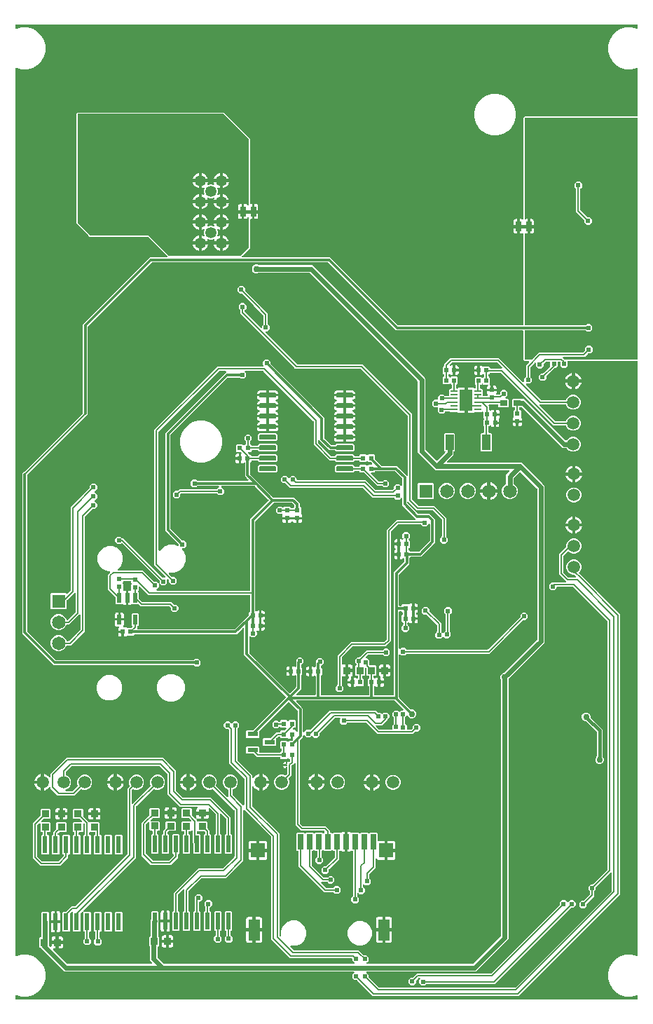
<source format=gbr>
G04 EAGLE Gerber RS-274X export*
G75*
%MOMM*%
%FSLAX34Y34*%
%LPD*%
%INBottom Copper*%
%IPPOS*%
%AMOC8*
5,1,8,0,0,1.08239X$1,22.5*%
G01*
%ADD10C,1.348000*%
%ADD11R,0.597500X0.622500*%
%ADD12R,0.622500X0.597500*%
%ADD13R,0.859800X0.950000*%
%ADD14R,0.599100X2.056000*%
%ADD15R,0.950000X0.859800*%
%ADD16R,0.850000X0.250000*%
%ADD17R,1.650000X2.550000*%
%ADD18R,0.950000X0.700000*%
%ADD19R,0.554800X0.622500*%
%ADD20R,0.500000X0.500000*%
%ADD21C,0.147500*%
%ADD22R,0.550000X1.200000*%
%ADD23R,0.622500X0.554800*%
%ADD24R,1.298200X0.601500*%
%ADD25R,0.220000X0.280000*%
%ADD26C,1.508000*%
%ADD27R,0.700000X1.900000*%
%ADD28R,1.700000X1.800000*%
%ADD29R,1.400000X2.600000*%
%ADD30R,0.990000X1.920000*%
%ADD31R,1.650000X1.650000*%
%ADD32C,1.650000*%
%ADD33R,0.635000X1.270000*%
%ADD34C,0.406400*%
%ADD35C,0.606400*%
%ADD36C,0.756400*%
%ADD37C,0.200000*%
%ADD38C,0.304800*%
%ADD39C,0.609600*%

G36*
X780064Y10932D02*
X780064Y10932D01*
X780128Y10931D01*
X780203Y10952D01*
X780279Y10963D01*
X780338Y10989D01*
X780400Y11006D01*
X780466Y11047D01*
X780536Y11079D01*
X780585Y11121D01*
X780640Y11154D01*
X780692Y11212D01*
X780750Y11262D01*
X780786Y11316D01*
X780829Y11364D01*
X780862Y11433D01*
X780905Y11498D01*
X780924Y11560D01*
X780952Y11617D01*
X780963Y11687D01*
X780987Y11768D01*
X780988Y11853D01*
X780999Y11922D01*
X780999Y15597D01*
X780992Y15650D01*
X780994Y15703D01*
X780972Y15789D01*
X780959Y15876D01*
X780937Y15925D01*
X780924Y15977D01*
X780880Y16053D01*
X780843Y16133D01*
X780808Y16174D01*
X780781Y16220D01*
X780717Y16280D01*
X780660Y16347D01*
X780615Y16377D01*
X780576Y16413D01*
X780498Y16453D01*
X780424Y16502D01*
X780373Y16517D01*
X780325Y16542D01*
X780238Y16558D01*
X780154Y16584D01*
X780101Y16585D01*
X780048Y16595D01*
X779970Y16586D01*
X779872Y16588D01*
X779802Y16568D01*
X779741Y16562D01*
X773313Y14839D01*
X766687Y14839D01*
X760288Y16554D01*
X754551Y19866D01*
X749866Y24551D01*
X746554Y30288D01*
X744839Y36687D01*
X744839Y43313D01*
X746554Y49712D01*
X749866Y55449D01*
X754551Y60134D01*
X760288Y63446D01*
X766687Y65161D01*
X773313Y65161D01*
X779741Y63438D01*
X779795Y63432D01*
X779846Y63416D01*
X779934Y63415D01*
X780021Y63404D01*
X780074Y63413D01*
X780128Y63412D01*
X780213Y63436D01*
X780300Y63450D01*
X780348Y63473D01*
X780400Y63487D01*
X780475Y63534D01*
X780554Y63572D01*
X780594Y63607D01*
X780640Y63636D01*
X780699Y63701D01*
X780764Y63760D01*
X780793Y63805D01*
X780829Y63845D01*
X780867Y63924D01*
X780914Y63999D01*
X780928Y64050D01*
X780952Y64099D01*
X780964Y64176D01*
X780990Y64270D01*
X780990Y64343D01*
X780999Y64403D01*
X780999Y781476D01*
X780990Y781540D01*
X780991Y781604D01*
X780970Y781679D01*
X780959Y781755D01*
X780933Y781814D01*
X780916Y781876D01*
X780875Y781942D01*
X780843Y782012D01*
X780801Y782061D01*
X780768Y782116D01*
X780710Y782168D01*
X780660Y782226D01*
X780606Y782262D01*
X780558Y782305D01*
X780489Y782338D01*
X780424Y782381D01*
X780362Y782400D01*
X780305Y782428D01*
X780235Y782439D01*
X780154Y782463D01*
X780069Y782464D01*
X780000Y782475D01*
X696781Y782475D01*
X696749Y782471D01*
X696717Y782473D01*
X696610Y782451D01*
X696502Y782435D01*
X696473Y782422D01*
X696441Y782416D01*
X696345Y782364D01*
X696245Y782319D01*
X696221Y782298D01*
X696192Y782283D01*
X696114Y782207D01*
X696031Y782136D01*
X696013Y782109D01*
X695990Y782086D01*
X695936Y781992D01*
X695876Y781900D01*
X695867Y781869D01*
X695851Y781841D01*
X695826Y781735D01*
X695794Y781630D01*
X695794Y781598D01*
X695786Y781567D01*
X695792Y781457D01*
X695790Y781348D01*
X695799Y781317D01*
X695801Y781285D01*
X695836Y781182D01*
X695865Y781076D01*
X695882Y781049D01*
X695893Y781018D01*
X695946Y780945D01*
X696014Y780836D01*
X696050Y780804D01*
X696075Y780769D01*
X696357Y780487D01*
X696357Y776713D01*
X693687Y774043D01*
X689913Y774043D01*
X687243Y776713D01*
X687243Y780617D01*
X687256Y780657D01*
X687294Y780759D01*
X687297Y780791D01*
X687306Y780822D01*
X687307Y780931D01*
X687316Y781040D01*
X687309Y781072D01*
X687310Y781104D01*
X687281Y781209D01*
X687258Y781316D01*
X687243Y781344D01*
X687235Y781376D01*
X687177Y781469D01*
X687126Y781565D01*
X687103Y781588D01*
X687086Y781616D01*
X687005Y781689D01*
X686929Y781767D01*
X686901Y781783D01*
X686877Y781805D01*
X686779Y781852D01*
X686684Y781906D01*
X686652Y781914D01*
X686623Y781928D01*
X686534Y781942D01*
X686409Y781971D01*
X686361Y781969D01*
X686319Y781975D01*
X685356Y781975D01*
X685292Y781966D01*
X685228Y781967D01*
X685153Y781946D01*
X685077Y781935D01*
X685018Y781909D01*
X684956Y781892D01*
X684890Y781851D01*
X684820Y781819D01*
X684771Y781777D01*
X684716Y781744D01*
X684664Y781686D01*
X684606Y781636D01*
X684570Y781582D01*
X684527Y781534D01*
X684494Y781465D01*
X684451Y781400D01*
X684432Y781338D01*
X684404Y781281D01*
X684393Y781211D01*
X684369Y781130D01*
X684368Y781045D01*
X684357Y780976D01*
X684357Y776813D01*
X681687Y774143D01*
X681028Y774143D01*
X680933Y774130D01*
X680837Y774125D01*
X680793Y774110D01*
X680748Y774103D01*
X680661Y774064D01*
X680570Y774032D01*
X680536Y774007D01*
X680492Y773987D01*
X680394Y773904D01*
X680321Y773851D01*
X670749Y764279D01*
X670692Y764202D01*
X670627Y764131D01*
X670607Y764090D01*
X670580Y764053D01*
X670546Y763963D01*
X670504Y763877D01*
X670498Y763835D01*
X670481Y763789D01*
X670471Y763662D01*
X670457Y763572D01*
X670457Y761113D01*
X667787Y758443D01*
X664013Y758443D01*
X661343Y761113D01*
X661343Y764887D01*
X664013Y767557D01*
X666472Y767557D01*
X666567Y767570D01*
X666663Y767575D01*
X666707Y767590D01*
X666752Y767597D01*
X666839Y767636D01*
X666930Y767668D01*
X666964Y767693D01*
X667008Y767713D01*
X667106Y767796D01*
X667179Y767849D01*
X674986Y775657D01*
X675001Y775676D01*
X675015Y775688D01*
X675034Y775717D01*
X675071Y775753D01*
X675109Y775820D01*
X675155Y775882D01*
X675178Y775943D01*
X675210Y775999D01*
X675228Y776074D01*
X675255Y776146D01*
X675260Y776210D01*
X675275Y776273D01*
X675271Y776350D01*
X675277Y776427D01*
X675264Y776490D01*
X675260Y776555D01*
X675243Y776604D01*
X675243Y780976D01*
X675234Y781040D01*
X675235Y781104D01*
X675214Y781179D01*
X675203Y781255D01*
X675177Y781314D01*
X675160Y781376D01*
X675119Y781442D01*
X675087Y781512D01*
X675045Y781561D01*
X675012Y781616D01*
X674954Y781668D01*
X674904Y781726D01*
X674850Y781762D01*
X674802Y781805D01*
X674733Y781838D01*
X674668Y781881D01*
X674606Y781900D01*
X674549Y781928D01*
X674479Y781939D01*
X674398Y781963D01*
X674313Y781964D01*
X674244Y781975D01*
X670360Y781975D01*
X670265Y781962D01*
X670169Y781957D01*
X670125Y781942D01*
X670080Y781935D01*
X669993Y781896D01*
X669902Y781864D01*
X669868Y781839D01*
X669824Y781819D01*
X669726Y781736D01*
X669653Y781683D01*
X667249Y779279D01*
X667192Y779202D01*
X667127Y779131D01*
X667107Y779090D01*
X667080Y779053D01*
X667046Y778963D01*
X667004Y778877D01*
X666998Y778835D01*
X666981Y778789D01*
X666971Y778662D01*
X666957Y778572D01*
X666957Y776113D01*
X664287Y773443D01*
X660513Y773443D01*
X657843Y776113D01*
X657843Y779460D01*
X657839Y779492D01*
X657841Y779524D01*
X657819Y779631D01*
X657803Y779740D01*
X657790Y779769D01*
X657784Y779801D01*
X657732Y779897D01*
X657687Y779997D01*
X657666Y780021D01*
X657651Y780049D01*
X657575Y780128D01*
X657504Y780211D01*
X657477Y780228D01*
X657454Y780252D01*
X657359Y780305D01*
X657268Y780365D01*
X657237Y780375D01*
X657209Y780391D01*
X657102Y780416D01*
X656998Y780448D01*
X656966Y780448D01*
X656935Y780456D01*
X656825Y780450D01*
X656716Y780451D01*
X656685Y780443D01*
X656653Y780441D01*
X656550Y780405D01*
X656444Y780376D01*
X656417Y780359D01*
X656386Y780349D01*
X656313Y780295D01*
X656204Y780228D01*
X656172Y780192D01*
X656137Y780167D01*
X651117Y775147D01*
X651060Y775070D01*
X650995Y774999D01*
X650975Y774958D01*
X650948Y774921D01*
X650914Y774831D01*
X650872Y774745D01*
X650866Y774703D01*
X650849Y774657D01*
X650839Y774530D01*
X650825Y774440D01*
X650825Y763833D01*
X650838Y763738D01*
X650843Y763642D01*
X650858Y763599D01*
X650865Y763554D01*
X650904Y763467D01*
X650936Y763376D01*
X650961Y763341D01*
X650981Y763297D01*
X651064Y763200D01*
X651117Y763127D01*
X652857Y761387D01*
X652857Y757613D01*
X650187Y754943D01*
X646740Y754943D01*
X646708Y754939D01*
X646676Y754941D01*
X646569Y754919D01*
X646460Y754903D01*
X646431Y754890D01*
X646399Y754884D01*
X646303Y754832D01*
X646203Y754787D01*
X646179Y754766D01*
X646151Y754751D01*
X646072Y754675D01*
X645989Y754604D01*
X645972Y754577D01*
X645948Y754554D01*
X645895Y754459D01*
X645835Y754368D01*
X645825Y754337D01*
X645809Y754309D01*
X645784Y754202D01*
X645752Y754098D01*
X645752Y754066D01*
X645744Y754035D01*
X645750Y753925D01*
X645749Y753816D01*
X645757Y753785D01*
X645759Y753753D01*
X645795Y753650D01*
X645824Y753544D01*
X645841Y753517D01*
X645851Y753486D01*
X645905Y753413D01*
X645972Y753304D01*
X646008Y753272D01*
X646033Y753237D01*
X663753Y735517D01*
X663830Y735460D01*
X663901Y735395D01*
X663942Y735375D01*
X663979Y735348D01*
X664069Y735314D01*
X664155Y735272D01*
X664197Y735266D01*
X664243Y735249D01*
X664370Y735239D01*
X664460Y735225D01*
X693567Y735225D01*
X693576Y735226D01*
X693585Y735225D01*
X693715Y735246D01*
X693846Y735265D01*
X693854Y735268D01*
X693864Y735270D01*
X693983Y735327D01*
X694103Y735381D01*
X694110Y735387D01*
X694118Y735391D01*
X694217Y735479D01*
X694317Y735564D01*
X694322Y735572D01*
X694329Y735578D01*
X694369Y735644D01*
X694471Y735800D01*
X694478Y735823D01*
X694490Y735842D01*
X695315Y737835D01*
X697865Y740385D01*
X701197Y741765D01*
X704803Y741765D01*
X708135Y740385D01*
X710685Y737835D01*
X712065Y734503D01*
X712065Y730897D01*
X710685Y727565D01*
X708135Y725015D01*
X704803Y723635D01*
X701197Y723635D01*
X697865Y725015D01*
X695315Y727565D01*
X694490Y729558D01*
X694485Y729567D01*
X694482Y729576D01*
X694413Y729688D01*
X694346Y729801D01*
X694339Y729808D01*
X694334Y729816D01*
X694236Y729904D01*
X694140Y729994D01*
X694132Y729998D01*
X694125Y730005D01*
X694006Y730062D01*
X693889Y730122D01*
X693880Y730124D01*
X693871Y730128D01*
X693795Y730140D01*
X693612Y730174D01*
X693588Y730172D01*
X693567Y730175D01*
X662808Y730175D01*
X662776Y730171D01*
X662744Y730173D01*
X662637Y730151D01*
X662528Y730135D01*
X662499Y730122D01*
X662467Y730116D01*
X662371Y730064D01*
X662271Y730019D01*
X662247Y729998D01*
X662219Y729983D01*
X662140Y729907D01*
X662057Y729836D01*
X662040Y729809D01*
X662016Y729786D01*
X661963Y729691D01*
X661903Y729600D01*
X661893Y729569D01*
X661877Y729541D01*
X661852Y729434D01*
X661820Y729330D01*
X661820Y729298D01*
X661812Y729267D01*
X661818Y729157D01*
X661817Y729048D01*
X661825Y729017D01*
X661827Y728985D01*
X661863Y728882D01*
X661892Y728776D01*
X661909Y728749D01*
X661919Y728718D01*
X661973Y728645D01*
X662040Y728536D01*
X662076Y728504D01*
X662101Y728469D01*
X680453Y710117D01*
X680530Y710060D01*
X680601Y709995D01*
X680642Y709975D01*
X680679Y709948D01*
X680769Y709914D01*
X680855Y709872D01*
X680897Y709866D01*
X680943Y709849D01*
X681070Y709839D01*
X681160Y709825D01*
X693567Y709825D01*
X693576Y709826D01*
X693585Y709825D01*
X693715Y709846D01*
X693846Y709865D01*
X693854Y709868D01*
X693864Y709870D01*
X693983Y709927D01*
X694103Y709981D01*
X694110Y709987D01*
X694118Y709991D01*
X694217Y710079D01*
X694317Y710164D01*
X694322Y710172D01*
X694329Y710178D01*
X694369Y710244D01*
X694471Y710400D01*
X694478Y710423D01*
X694490Y710442D01*
X695315Y712435D01*
X697865Y714985D01*
X701197Y716365D01*
X704803Y716365D01*
X708135Y714985D01*
X710685Y712435D01*
X712065Y709103D01*
X712065Y705497D01*
X710685Y702165D01*
X708135Y699615D01*
X704803Y698235D01*
X701197Y698235D01*
X697865Y699615D01*
X695315Y702165D01*
X694490Y704158D01*
X694485Y704167D01*
X694482Y704176D01*
X694413Y704288D01*
X694346Y704401D01*
X694339Y704408D01*
X694334Y704416D01*
X694236Y704504D01*
X694140Y704594D01*
X694132Y704598D01*
X694125Y704605D01*
X694006Y704662D01*
X693889Y704722D01*
X693880Y704724D01*
X693871Y704728D01*
X693795Y704740D01*
X693612Y704774D01*
X693588Y704772D01*
X693567Y704775D01*
X678654Y704775D01*
X615360Y768070D01*
X615283Y768127D01*
X615212Y768192D01*
X615171Y768212D01*
X615134Y768239D01*
X615044Y768273D01*
X614958Y768315D01*
X614916Y768321D01*
X614870Y768338D01*
X614743Y768348D01*
X614653Y768362D01*
X603336Y768362D01*
X603273Y768353D01*
X603209Y768354D01*
X603134Y768333D01*
X603057Y768322D01*
X602999Y768296D01*
X602937Y768279D01*
X602871Y768238D01*
X602800Y768206D01*
X602752Y768164D01*
X602697Y768131D01*
X602645Y768073D01*
X602586Y768023D01*
X602551Y767969D01*
X602508Y767921D01*
X602474Y767852D01*
X602432Y767787D01*
X602413Y767725D01*
X602385Y767668D01*
X602374Y767598D01*
X602349Y767517D01*
X602348Y767432D01*
X602337Y767363D01*
X602337Y767356D01*
X601436Y766455D01*
X601434Y766455D01*
X601359Y766434D01*
X601283Y766423D01*
X601224Y766397D01*
X601162Y766379D01*
X601096Y766339D01*
X601026Y766307D01*
X600977Y766265D01*
X600922Y766231D01*
X600870Y766174D01*
X600812Y766123D01*
X600776Y766070D01*
X600733Y766022D01*
X600700Y765952D01*
X600657Y765887D01*
X600638Y765826D01*
X600610Y765768D01*
X600599Y765699D01*
X600575Y765618D01*
X600574Y765533D01*
X600563Y765464D01*
X600563Y764236D01*
X600572Y764173D01*
X600571Y764109D01*
X600592Y764034D01*
X600603Y763957D01*
X600629Y763899D01*
X600646Y763837D01*
X600687Y763771D01*
X600719Y763700D01*
X600761Y763652D01*
X600794Y763597D01*
X600852Y763545D01*
X600902Y763486D01*
X600956Y763451D01*
X601004Y763408D01*
X601073Y763374D01*
X601138Y763332D01*
X601200Y763313D01*
X601257Y763285D01*
X601327Y763274D01*
X601408Y763249D01*
X601432Y763249D01*
X602337Y762344D01*
X602337Y754856D01*
X602040Y754559D01*
X602020Y754533D01*
X601996Y754512D01*
X601936Y754421D01*
X601871Y754334D01*
X601859Y754303D01*
X601842Y754276D01*
X601810Y754172D01*
X601771Y754070D01*
X601769Y754037D01*
X601759Y754007D01*
X601758Y753897D01*
X601749Y753788D01*
X601756Y753757D01*
X601755Y753725D01*
X601785Y753619D01*
X601807Y753512D01*
X601822Y753484D01*
X601831Y753453D01*
X601888Y753360D01*
X601939Y753263D01*
X601962Y753240D01*
X601979Y753213D01*
X602060Y753139D01*
X602136Y753061D01*
X602164Y753045D01*
X602188Y753024D01*
X602286Y752976D01*
X602381Y752922D01*
X602413Y752915D01*
X602442Y752901D01*
X602531Y752887D01*
X602656Y752857D01*
X602704Y752860D01*
X602746Y752853D01*
X603007Y752853D01*
X603007Y748818D01*
X598847Y748818D01*
X598847Y750647D01*
X599020Y751293D01*
X599354Y751873D01*
X599739Y752257D01*
X599758Y752283D01*
X599783Y752304D01*
X599843Y752395D01*
X599908Y752482D01*
X599919Y752513D01*
X599937Y752540D01*
X599969Y752644D01*
X600008Y752746D01*
X600010Y752779D01*
X600020Y752809D01*
X600021Y752919D01*
X600029Y753028D01*
X600023Y753059D01*
X600023Y753091D01*
X599994Y753197D01*
X599972Y753304D01*
X599957Y753332D01*
X599948Y753363D01*
X599891Y753456D01*
X599839Y753553D01*
X599817Y753576D01*
X599800Y753603D01*
X599719Y753677D01*
X599643Y753755D01*
X599615Y753771D01*
X599591Y753792D01*
X599492Y753840D01*
X599397Y753894D01*
X599366Y753901D01*
X599337Y753915D01*
X599247Y753929D01*
X599123Y753959D01*
X599074Y753956D01*
X599032Y753963D01*
X594632Y753963D01*
X593907Y754689D01*
X593855Y754727D01*
X593810Y754773D01*
X593743Y754811D01*
X593681Y754858D01*
X593621Y754881D01*
X593565Y754912D01*
X593490Y754930D01*
X593417Y754957D01*
X593353Y754962D01*
X593290Y754977D01*
X593213Y754973D01*
X593136Y754979D01*
X593073Y754966D01*
X593009Y754963D01*
X592936Y754937D01*
X592860Y754922D01*
X592803Y754891D01*
X592742Y754870D01*
X592686Y754829D01*
X592611Y754789D01*
X592550Y754730D01*
X592493Y754689D01*
X591768Y753963D01*
X591424Y753963D01*
X591360Y753954D01*
X591296Y753955D01*
X591221Y753934D01*
X591145Y753923D01*
X591086Y753897D01*
X591024Y753879D01*
X590958Y753839D01*
X590888Y753807D01*
X590839Y753765D01*
X590784Y753731D01*
X590732Y753674D01*
X590674Y753623D01*
X590638Y753570D01*
X590595Y753522D01*
X590562Y753452D01*
X590519Y753387D01*
X590500Y753326D01*
X590472Y753268D01*
X590461Y753199D01*
X590437Y753118D01*
X590436Y753033D01*
X590425Y752964D01*
X590425Y749924D01*
X590434Y749860D01*
X590433Y749796D01*
X590454Y749721D01*
X590465Y749645D01*
X590491Y749586D01*
X590508Y749524D01*
X590549Y749458D01*
X590581Y749388D01*
X590623Y749339D01*
X590656Y749284D01*
X590714Y749232D01*
X590764Y749174D01*
X590818Y749138D01*
X590866Y749095D01*
X590935Y749062D01*
X591000Y749019D01*
X591062Y749000D01*
X591119Y748972D01*
X591189Y748961D01*
X591270Y748937D01*
X591355Y748936D01*
X591424Y748925D01*
X592782Y748925D01*
X593675Y748032D01*
X593675Y740674D01*
X593684Y740610D01*
X593683Y740546D01*
X593704Y740471D01*
X593715Y740395D01*
X593741Y740336D01*
X593758Y740274D01*
X593799Y740208D01*
X593831Y740138D01*
X593873Y740089D01*
X593906Y740034D01*
X593964Y739982D01*
X594014Y739924D01*
X594068Y739888D01*
X594116Y739845D01*
X594185Y739812D01*
X594250Y739769D01*
X594312Y739750D01*
X594369Y739722D01*
X594439Y739711D01*
X594520Y739687D01*
X594605Y739686D01*
X594674Y739675D01*
X598864Y739675D01*
X598927Y739684D01*
X598991Y739683D01*
X599066Y739704D01*
X599143Y739715D01*
X599201Y739741D01*
X599263Y739758D01*
X599329Y739799D01*
X599400Y739831D01*
X599448Y739873D01*
X599503Y739906D01*
X599555Y739964D01*
X599614Y740014D01*
X599649Y740068D01*
X599692Y740116D01*
X599726Y740185D01*
X599768Y740250D01*
X599787Y740312D01*
X599815Y740369D01*
X599826Y740439D01*
X599851Y740520D01*
X599852Y740605D01*
X599863Y740674D01*
X599863Y741855D01*
X599849Y741950D01*
X599844Y742046D01*
X599829Y742089D01*
X599823Y742134D01*
X599783Y742222D01*
X599752Y742313D01*
X599727Y742347D01*
X599707Y742391D01*
X599623Y742489D01*
X599570Y742562D01*
X599354Y742777D01*
X599020Y743357D01*
X598847Y744003D01*
X598847Y745832D01*
X604006Y745832D01*
X604070Y745841D01*
X604134Y745840D01*
X604209Y745861D01*
X604285Y745872D01*
X604344Y745898D01*
X604406Y745915D01*
X604472Y745956D01*
X604503Y745970D01*
X604505Y745969D01*
X604570Y745926D01*
X604632Y745908D01*
X604689Y745880D01*
X604759Y745869D01*
X604840Y745844D01*
X604925Y745843D01*
X604994Y745832D01*
X610153Y745832D01*
X610153Y744003D01*
X609980Y743357D01*
X609788Y743024D01*
X609772Y742984D01*
X609748Y742948D01*
X609719Y742853D01*
X609683Y742762D01*
X609678Y742719D01*
X609666Y742678D01*
X609664Y742580D01*
X609655Y742481D01*
X609663Y742439D01*
X609662Y742396D01*
X609688Y742301D01*
X609706Y742204D01*
X609726Y742166D01*
X609737Y742124D01*
X609789Y742040D01*
X609834Y741952D01*
X609863Y741921D01*
X609885Y741884D01*
X609959Y741818D01*
X610026Y741746D01*
X610063Y741724D01*
X610095Y741695D01*
X610184Y741652D01*
X610268Y741602D01*
X610310Y741591D01*
X610348Y741572D01*
X610433Y741559D01*
X610541Y741531D01*
X610601Y741533D01*
X610653Y741525D01*
X613444Y741525D01*
X613508Y741534D01*
X613572Y741533D01*
X613647Y741554D01*
X613723Y741565D01*
X613782Y741591D01*
X613844Y741608D01*
X613910Y741649D01*
X613980Y741681D01*
X614029Y741723D01*
X614084Y741756D01*
X614136Y741814D01*
X614194Y741864D01*
X614230Y741918D01*
X614273Y741966D01*
X614306Y742035D01*
X614349Y742100D01*
X614368Y742162D01*
X614396Y742219D01*
X614407Y742289D01*
X614431Y742370D01*
X614432Y742455D01*
X614443Y742524D01*
X614443Y744887D01*
X617113Y747557D01*
X620887Y747557D01*
X623557Y744887D01*
X623557Y741113D01*
X621075Y738631D01*
X621055Y738605D01*
X621031Y738584D01*
X620971Y738492D01*
X620905Y738405D01*
X620894Y738375D01*
X620876Y738348D01*
X620844Y738243D01*
X620806Y738141D01*
X620803Y738109D01*
X620794Y738078D01*
X620793Y737969D01*
X620784Y737860D01*
X620791Y737828D01*
X620790Y737796D01*
X620819Y737691D01*
X620842Y737584D01*
X620857Y737555D01*
X620865Y737524D01*
X620923Y737431D01*
X620974Y737335D01*
X620997Y737312D01*
X621014Y737284D01*
X621095Y737211D01*
X621171Y737133D01*
X621199Y737117D01*
X621223Y737095D01*
X621321Y737048D01*
X621416Y736994D01*
X621448Y736986D01*
X621477Y736972D01*
X621566Y736958D01*
X621691Y736929D01*
X621739Y736931D01*
X621781Y736925D01*
X624132Y736925D01*
X625025Y736032D01*
X625025Y727768D01*
X624132Y726875D01*
X613368Y726875D01*
X612475Y727768D01*
X612475Y729040D01*
X612466Y729103D01*
X612467Y729167D01*
X612446Y729242D01*
X612435Y729319D01*
X612409Y729377D01*
X612392Y729439D01*
X612351Y729505D01*
X612319Y729576D01*
X612277Y729624D01*
X612244Y729679D01*
X612186Y729731D01*
X612136Y729790D01*
X612082Y729825D01*
X612034Y729868D01*
X611965Y729902D01*
X611900Y729944D01*
X611838Y729963D01*
X611781Y729991D01*
X611711Y730002D01*
X611630Y730027D01*
X611545Y730028D01*
X611476Y730039D01*
X601594Y730039D01*
X601562Y730034D01*
X601530Y730037D01*
X601423Y730014D01*
X601315Y729999D01*
X601286Y729986D01*
X601254Y729979D01*
X601157Y729928D01*
X601058Y729883D01*
X601034Y729862D01*
X601005Y729847D01*
X600927Y729770D01*
X600844Y729699D01*
X600826Y729672D01*
X600803Y729650D01*
X600749Y729555D01*
X600689Y729463D01*
X600680Y729433D01*
X600664Y729404D01*
X600639Y729298D01*
X600607Y729194D01*
X600606Y729161D01*
X600599Y729130D01*
X600605Y729021D01*
X600603Y728912D01*
X600612Y728881D01*
X600613Y728848D01*
X600649Y728745D01*
X600678Y728640D01*
X600695Y728612D01*
X600706Y728582D01*
X600759Y728509D01*
X600826Y728400D01*
X600862Y728367D01*
X600888Y728333D01*
X601500Y727721D01*
X601500Y723436D01*
X601509Y723373D01*
X601508Y723309D01*
X601529Y723234D01*
X601540Y723157D01*
X601566Y723099D01*
X601583Y723037D01*
X601624Y722971D01*
X601656Y722900D01*
X601698Y722852D01*
X601731Y722797D01*
X601789Y722745D01*
X601839Y722686D01*
X601893Y722651D01*
X601941Y722608D01*
X602010Y722574D01*
X602075Y722532D01*
X602137Y722513D01*
X602194Y722485D01*
X602264Y722474D01*
X602345Y722449D01*
X602430Y722448D01*
X602499Y722437D01*
X602755Y722437D01*
X602850Y722451D01*
X602946Y722456D01*
X602989Y722471D01*
X603034Y722477D01*
X603122Y722517D01*
X603213Y722548D01*
X603247Y722573D01*
X603291Y722593D01*
X603389Y722677D01*
X603462Y722730D01*
X603677Y722946D01*
X604257Y723280D01*
X604903Y723453D01*
X606732Y723453D01*
X606732Y718294D01*
X606741Y718230D01*
X606740Y718166D01*
X606761Y718091D01*
X606772Y718015D01*
X606798Y717956D01*
X606815Y717894D01*
X606856Y717828D01*
X606870Y717797D01*
X606869Y717795D01*
X606826Y717730D01*
X606808Y717668D01*
X606780Y717611D01*
X606769Y717541D01*
X606744Y717460D01*
X606743Y717375D01*
X606732Y717306D01*
X606732Y713740D01*
X606741Y713676D01*
X606740Y713612D01*
X606761Y713537D01*
X606772Y713461D01*
X606798Y713402D01*
X606815Y713340D01*
X606856Y713274D01*
X606888Y713204D01*
X606930Y713155D01*
X606964Y713100D01*
X607021Y713048D01*
X607071Y712990D01*
X607125Y712954D01*
X607151Y712931D01*
X607151Y707950D01*
X607160Y707887D01*
X607159Y707822D01*
X607180Y707748D01*
X607188Y707689D01*
X607187Y707685D01*
X607163Y707604D01*
X607162Y707519D01*
X607151Y707450D01*
X607151Y702659D01*
X605565Y702659D01*
X604919Y702832D01*
X604340Y703167D01*
X603867Y703640D01*
X603650Y704015D01*
X603617Y704057D01*
X603592Y704105D01*
X603531Y704168D01*
X603476Y704237D01*
X603433Y704268D01*
X603395Y704307D01*
X603319Y704350D01*
X603247Y704401D01*
X603197Y704419D01*
X603150Y704446D01*
X603064Y704466D01*
X602981Y704495D01*
X602928Y704498D01*
X602875Y704511D01*
X602787Y704506D01*
X602700Y704511D01*
X602648Y704499D01*
X602594Y704496D01*
X602510Y704467D01*
X602425Y704448D01*
X602378Y704421D01*
X602327Y704404D01*
X602264Y704358D01*
X602179Y704310D01*
X602128Y704258D01*
X602078Y704222D01*
X601532Y703675D01*
X601324Y703675D01*
X601260Y703666D01*
X601196Y703667D01*
X601121Y703646D01*
X601045Y703635D01*
X600986Y703609D01*
X600924Y703592D01*
X600858Y703551D01*
X600788Y703519D01*
X600739Y703477D01*
X600684Y703444D01*
X600632Y703386D01*
X600574Y703336D01*
X600538Y703282D01*
X600495Y703234D01*
X600462Y703165D01*
X600419Y703100D01*
X600400Y703038D01*
X600372Y702981D01*
X600361Y702911D01*
X600337Y702830D01*
X600336Y702745D01*
X600325Y702676D01*
X600325Y696624D01*
X600334Y696560D01*
X600333Y696496D01*
X600354Y696421D01*
X600365Y696345D01*
X600391Y696286D01*
X600408Y696224D01*
X600449Y696158D01*
X600481Y696088D01*
X600523Y696039D01*
X600556Y695984D01*
X600614Y695932D01*
X600664Y695874D01*
X600718Y695838D01*
X600766Y695795D01*
X600835Y695762D01*
X600900Y695719D01*
X600962Y695700D01*
X601019Y695672D01*
X601089Y695661D01*
X601170Y695637D01*
X601255Y695636D01*
X601324Y695625D01*
X603382Y695625D01*
X604275Y694732D01*
X604275Y674268D01*
X603382Y673375D01*
X592218Y673375D01*
X591325Y674268D01*
X591325Y694732D01*
X592218Y695625D01*
X594276Y695625D01*
X594340Y695634D01*
X594404Y695633D01*
X594479Y695654D01*
X594555Y695665D01*
X594614Y695691D01*
X594676Y695708D01*
X594742Y695749D01*
X594812Y695781D01*
X594861Y695823D01*
X594916Y695856D01*
X594968Y695914D01*
X595026Y695964D01*
X595062Y696018D01*
X595105Y696066D01*
X595138Y696135D01*
X595181Y696200D01*
X595200Y696262D01*
X595228Y696319D01*
X595239Y696389D01*
X595263Y696470D01*
X595264Y696555D01*
X595275Y696624D01*
X595275Y703255D01*
X595262Y703349D01*
X595257Y703446D01*
X595242Y703489D01*
X595235Y703534D01*
X595196Y703621D01*
X595164Y703712D01*
X595139Y703747D01*
X595119Y703791D01*
X595036Y703888D01*
X594983Y703961D01*
X594375Y704568D01*
X594375Y710832D01*
X595325Y711781D01*
X595363Y711832D01*
X595409Y711877D01*
X595447Y711945D01*
X595494Y712007D01*
X595517Y712067D01*
X595548Y712123D01*
X595566Y712198D01*
X595593Y712270D01*
X595598Y712334D01*
X595613Y712397D01*
X595609Y712474D01*
X595615Y712552D01*
X595602Y712614D01*
X595599Y712679D01*
X595573Y712752D01*
X595558Y712828D01*
X595527Y712884D01*
X595506Y712945D01*
X595465Y713002D01*
X595425Y713077D01*
X595366Y713137D01*
X595325Y713194D01*
X594463Y714056D01*
X594463Y720144D01*
X594458Y720176D01*
X594461Y720208D01*
X594438Y720315D01*
X594423Y720423D01*
X594410Y720453D01*
X594403Y720484D01*
X594352Y720581D01*
X594307Y720680D01*
X594286Y720705D01*
X594271Y720733D01*
X594194Y720812D01*
X594123Y720895D01*
X594096Y720912D01*
X594074Y720935D01*
X593979Y720989D01*
X593887Y721049D01*
X593856Y721058D01*
X593828Y721074D01*
X593722Y721099D01*
X593618Y721131D01*
X593585Y721132D01*
X593554Y721139D01*
X593445Y721134D01*
X593336Y721135D01*
X593305Y721127D01*
X593272Y721125D01*
X593169Y721089D01*
X593064Y721060D01*
X593036Y721043D01*
X593006Y721032D01*
X592933Y720979D01*
X592824Y720912D01*
X592791Y720876D01*
X592791Y720875D01*
X584382Y720875D01*
X584287Y720862D01*
X584191Y720857D01*
X584148Y720842D01*
X584103Y720835D01*
X584016Y720796D01*
X583925Y720764D01*
X583890Y720739D01*
X583846Y720719D01*
X583749Y720636D01*
X583676Y720583D01*
X583210Y720117D01*
X582631Y719782D01*
X581985Y719609D01*
X575399Y719609D01*
X575399Y733900D01*
X575390Y733964D01*
X575391Y734028D01*
X575370Y734102D01*
X575359Y734179D01*
X575333Y734238D01*
X575316Y734300D01*
X575275Y734366D01*
X575243Y734436D01*
X575201Y734485D01*
X575168Y734540D01*
X575110Y734591D01*
X575060Y734650D01*
X575006Y734686D01*
X574958Y734729D01*
X574889Y734762D01*
X574824Y734805D01*
X574762Y734824D01*
X574705Y734852D01*
X574635Y734862D01*
X574554Y734887D01*
X574469Y734888D01*
X574400Y734899D01*
X572400Y734899D01*
X572336Y734890D01*
X572272Y734891D01*
X572197Y734870D01*
X572121Y734859D01*
X572062Y734833D01*
X572000Y734816D01*
X571934Y734775D01*
X571864Y734743D01*
X571815Y734701D01*
X571760Y734668D01*
X571708Y734610D01*
X571650Y734560D01*
X571614Y734506D01*
X571571Y734458D01*
X571538Y734389D01*
X571495Y734324D01*
X571476Y734262D01*
X571448Y734204D01*
X571438Y734135D01*
X571413Y734054D01*
X571412Y733969D01*
X571401Y733900D01*
X571401Y719609D01*
X564815Y719609D01*
X564169Y719782D01*
X563590Y720117D01*
X563124Y720583D01*
X563047Y720640D01*
X562976Y720705D01*
X562935Y720725D01*
X562899Y720752D01*
X562809Y720786D01*
X562722Y720828D01*
X562680Y720834D01*
X562635Y720851D01*
X562507Y720861D01*
X562418Y720875D01*
X554004Y720875D01*
X553984Y720890D01*
X553913Y720955D01*
X553872Y720975D01*
X553836Y721002D01*
X553745Y721036D01*
X553659Y721078D01*
X553617Y721084D01*
X553572Y721101D01*
X553444Y721111D01*
X553355Y721125D01*
X548483Y721125D01*
X548388Y721112D01*
X548292Y721107D01*
X548249Y721092D01*
X548204Y721085D01*
X548117Y721046D01*
X548026Y721014D01*
X547991Y720989D01*
X547947Y720969D01*
X547850Y720886D01*
X547777Y720833D01*
X545787Y718843D01*
X542013Y718843D01*
X539343Y721513D01*
X539343Y725444D01*
X539335Y725503D01*
X539335Y725514D01*
X539334Y725517D01*
X539335Y725572D01*
X539314Y725647D01*
X539303Y725723D01*
X539277Y725782D01*
X539260Y725844D01*
X539219Y725910D01*
X539187Y725980D01*
X539145Y726029D01*
X539112Y726084D01*
X539054Y726136D01*
X539004Y726194D01*
X538950Y726230D01*
X538902Y726273D01*
X538833Y726306D01*
X538768Y726349D01*
X538706Y726368D01*
X538649Y726396D01*
X538579Y726407D01*
X538498Y726431D01*
X538413Y726432D01*
X538344Y726443D01*
X535113Y726443D01*
X532443Y729113D01*
X532443Y732887D01*
X535113Y735557D01*
X538644Y735557D01*
X538708Y735566D01*
X538772Y735565D01*
X538847Y735586D01*
X538923Y735597D01*
X538982Y735623D01*
X539044Y735640D01*
X539110Y735681D01*
X539180Y735713D01*
X539229Y735755D01*
X539284Y735788D01*
X539336Y735846D01*
X539394Y735896D01*
X539430Y735950D01*
X539473Y735998D01*
X539506Y736067D01*
X539549Y736132D01*
X539568Y736194D01*
X539596Y736251D01*
X539607Y736321D01*
X539631Y736402D01*
X539632Y736487D01*
X539643Y736556D01*
X539643Y739187D01*
X542313Y741857D01*
X546087Y741857D01*
X547977Y739967D01*
X548054Y739910D01*
X548125Y739845D01*
X548166Y739825D01*
X548202Y739798D01*
X548292Y739764D01*
X548379Y739722D01*
X548421Y739716D01*
X548466Y739699D01*
X548594Y739689D01*
X548683Y739675D01*
X552126Y739675D01*
X552190Y739684D01*
X552254Y739683D01*
X552329Y739704D01*
X552405Y739715D01*
X552464Y739741D01*
X552526Y739758D01*
X552592Y739799D01*
X552662Y739831D01*
X552711Y739873D01*
X552766Y739906D01*
X552818Y739964D01*
X552876Y740014D01*
X552912Y740068D01*
X552955Y740116D01*
X552988Y740185D01*
X553031Y740250D01*
X553050Y740312D01*
X553078Y740369D01*
X553089Y740439D01*
X553113Y740520D01*
X553114Y740605D01*
X553125Y740674D01*
X553125Y748032D01*
X554018Y748925D01*
X555376Y748925D01*
X555440Y748934D01*
X555504Y748933D01*
X555579Y748954D01*
X555655Y748965D01*
X555714Y748991D01*
X555776Y749008D01*
X555842Y749049D01*
X555912Y749081D01*
X555961Y749123D01*
X556016Y749156D01*
X556068Y749214D01*
X556126Y749264D01*
X556162Y749318D01*
X556205Y749366D01*
X556238Y749435D01*
X556281Y749500D01*
X556300Y749562D01*
X556328Y749619D01*
X556339Y749689D01*
X556363Y749770D01*
X556364Y749855D01*
X556375Y749924D01*
X556375Y753164D01*
X556366Y753227D01*
X556367Y753291D01*
X556346Y753366D01*
X556335Y753443D01*
X556309Y753501D01*
X556292Y753563D01*
X556251Y753629D01*
X556219Y753700D01*
X556177Y753748D01*
X556144Y753803D01*
X556086Y753855D01*
X556036Y753914D01*
X555982Y753949D01*
X555934Y753992D01*
X555865Y754026D01*
X555800Y754068D01*
X555738Y754087D01*
X555681Y754115D01*
X555680Y754115D01*
X554907Y754889D01*
X554855Y754927D01*
X554810Y754973D01*
X554743Y755011D01*
X554681Y755058D01*
X554621Y755081D01*
X554565Y755112D01*
X554490Y755130D01*
X554417Y755157D01*
X554353Y755162D01*
X554291Y755177D01*
X554213Y755173D01*
X554136Y755179D01*
X554073Y755166D01*
X554009Y755163D01*
X553936Y755137D01*
X553860Y755122D01*
X553803Y755091D01*
X553742Y755070D01*
X553686Y755029D01*
X553611Y754989D01*
X553550Y754930D01*
X553493Y754889D01*
X552768Y754163D01*
X545956Y754163D01*
X545063Y755056D01*
X545063Y762544D01*
X545965Y763445D01*
X545966Y763445D01*
X546041Y763466D01*
X546117Y763477D01*
X546176Y763503D01*
X546238Y763521D01*
X546304Y763561D01*
X546374Y763593D01*
X546423Y763635D01*
X546478Y763669D01*
X546530Y763726D01*
X546588Y763777D01*
X546624Y763830D01*
X546667Y763878D01*
X546700Y763948D01*
X546743Y764013D01*
X546762Y764074D01*
X546790Y764132D01*
X546801Y764201D01*
X546825Y764282D01*
X546826Y764367D01*
X546837Y764436D01*
X546837Y765664D01*
X546828Y765727D01*
X546829Y765791D01*
X546808Y765866D01*
X546797Y765943D01*
X546771Y766001D01*
X546754Y766063D01*
X546713Y766129D01*
X546681Y766200D01*
X546639Y766248D01*
X546606Y766303D01*
X546548Y766355D01*
X546498Y766414D01*
X546444Y766449D01*
X546396Y766492D01*
X546327Y766526D01*
X546262Y766568D01*
X546200Y766587D01*
X546143Y766615D01*
X546073Y766626D01*
X545992Y766651D01*
X545968Y766651D01*
X545063Y767556D01*
X545063Y775044D01*
X545956Y775937D01*
X546051Y775937D01*
X546115Y775946D01*
X546179Y775945D01*
X546254Y775966D01*
X546330Y775977D01*
X546389Y776003D01*
X546451Y776021D01*
X546517Y776061D01*
X546587Y776093D01*
X546636Y776135D01*
X546691Y776169D01*
X546743Y776226D01*
X546801Y776277D01*
X546837Y776330D01*
X546880Y776378D01*
X546913Y776448D01*
X546956Y776513D01*
X546975Y776574D01*
X547003Y776632D01*
X547014Y776701D01*
X547038Y776782D01*
X547039Y776867D01*
X547050Y776936D01*
X547050Y778721D01*
X554354Y786025D01*
X613246Y786025D01*
X615017Y784253D01*
X642037Y757233D01*
X642063Y757214D01*
X642084Y757189D01*
X642176Y757129D01*
X642263Y757064D01*
X642293Y757052D01*
X642320Y757035D01*
X642425Y757003D01*
X642527Y756964D01*
X642559Y756962D01*
X642590Y756952D01*
X642699Y756951D01*
X642808Y756942D01*
X642840Y756949D01*
X642872Y756949D01*
X642977Y756978D01*
X643084Y757000D01*
X643113Y757015D01*
X643144Y757024D01*
X643237Y757081D01*
X643333Y757133D01*
X643356Y757155D01*
X643384Y757172D01*
X643457Y757253D01*
X643535Y757329D01*
X643551Y757357D01*
X643573Y757381D01*
X643620Y757480D01*
X643674Y757575D01*
X643682Y757606D01*
X643696Y757635D01*
X643710Y757724D01*
X643739Y757849D01*
X643737Y757898D01*
X643743Y757940D01*
X643743Y761387D01*
X645483Y763127D01*
X645540Y763204D01*
X645605Y763275D01*
X645625Y763316D01*
X645652Y763352D01*
X645686Y763442D01*
X645728Y763529D01*
X645734Y763571D01*
X645751Y763616D01*
X645761Y763744D01*
X645775Y763833D01*
X645775Y776946D01*
X649599Y780769D01*
X649618Y780795D01*
X649643Y780816D01*
X649703Y780908D01*
X649768Y780995D01*
X649780Y781025D01*
X649797Y781052D01*
X649829Y781157D01*
X649868Y781259D01*
X649870Y781291D01*
X649880Y781322D01*
X649881Y781431D01*
X649890Y781540D01*
X649883Y781572D01*
X649883Y781604D01*
X649854Y781709D01*
X649832Y781816D01*
X649817Y781845D01*
X649808Y781876D01*
X649751Y781969D01*
X649699Y782065D01*
X649677Y782088D01*
X649660Y782116D01*
X649579Y782189D01*
X649503Y782267D01*
X649475Y782283D01*
X649451Y782305D01*
X649352Y782352D01*
X649257Y782406D01*
X649226Y782414D01*
X649197Y782428D01*
X649108Y782442D01*
X648983Y782471D01*
X648934Y782469D01*
X648892Y782475D01*
X643954Y782475D01*
X642475Y783954D01*
X642475Y818452D01*
X642466Y818516D01*
X642467Y818580D01*
X642446Y818655D01*
X642435Y818731D01*
X642409Y818790D01*
X642392Y818852D01*
X642351Y818918D01*
X642319Y818988D01*
X642277Y819037D01*
X642244Y819092D01*
X642186Y819144D01*
X642136Y819202D01*
X642082Y819238D01*
X642034Y819281D01*
X641965Y819314D01*
X641900Y819357D01*
X641838Y819376D01*
X641781Y819404D01*
X641711Y819415D01*
X641630Y819439D01*
X641545Y819440D01*
X641476Y819451D01*
X488737Y819451D01*
X486659Y821530D01*
X407030Y901159D01*
X406953Y901216D01*
X406882Y901281D01*
X406841Y901301D01*
X406804Y901328D01*
X406714Y901362D01*
X406628Y901404D01*
X406586Y901410D01*
X406540Y901427D01*
X406413Y901437D01*
X406323Y901451D01*
X194277Y901451D01*
X194182Y901438D01*
X194086Y901433D01*
X194042Y901418D01*
X193998Y901411D01*
X193910Y901372D01*
X193819Y901340D01*
X193785Y901315D01*
X193741Y901295D01*
X193643Y901212D01*
X193570Y901159D01*
X116741Y824330D01*
X116684Y824253D01*
X116619Y824182D01*
X116599Y824141D01*
X116572Y824104D01*
X116538Y824014D01*
X116496Y823928D01*
X116490Y823886D01*
X116473Y823840D01*
X116463Y823713D01*
X116449Y823623D01*
X116449Y717737D01*
X114663Y715951D01*
X114336Y715951D01*
X114241Y715938D01*
X114145Y715933D01*
X114101Y715918D01*
X114056Y715911D01*
X113969Y715872D01*
X113878Y715840D01*
X113844Y715815D01*
X113800Y715795D01*
X113702Y715712D01*
X113629Y715659D01*
X43341Y645371D01*
X43284Y645294D01*
X43219Y645223D01*
X43199Y645182D01*
X43172Y645145D01*
X43138Y645055D01*
X43096Y644969D01*
X43090Y644927D01*
X43073Y644881D01*
X43063Y644754D01*
X43049Y644664D01*
X43049Y456177D01*
X43062Y456082D01*
X43067Y455986D01*
X43082Y455942D01*
X43089Y455898D01*
X43128Y455810D01*
X43160Y455719D01*
X43185Y455685D01*
X43205Y455641D01*
X43288Y455543D01*
X43341Y455470D01*
X77470Y421341D01*
X77547Y421284D01*
X77618Y421219D01*
X77659Y421199D01*
X77696Y421172D01*
X77786Y421138D01*
X77872Y421096D01*
X77914Y421090D01*
X77960Y421073D01*
X78087Y421063D01*
X78177Y421049D01*
X244391Y421049D01*
X244486Y421062D01*
X244582Y421067D01*
X244625Y421082D01*
X244670Y421089D01*
X244757Y421128D01*
X244848Y421160D01*
X244883Y421185D01*
X244927Y421205D01*
X245024Y421288D01*
X245097Y421341D01*
X246313Y422557D01*
X250087Y422557D01*
X252757Y419887D01*
X252757Y416113D01*
X250087Y413443D01*
X246313Y413443D01*
X245097Y414659D01*
X245020Y414716D01*
X244949Y414781D01*
X244908Y414801D01*
X244872Y414828D01*
X244782Y414862D01*
X244695Y414904D01*
X244653Y414910D01*
X244608Y414927D01*
X244480Y414937D01*
X244391Y414951D01*
X75237Y414951D01*
X36951Y453237D01*
X36951Y646863D01*
X38737Y648649D01*
X39064Y648649D01*
X39159Y648662D01*
X39255Y648667D01*
X39299Y648682D01*
X39344Y648689D01*
X39431Y648728D01*
X39522Y648760D01*
X39556Y648785D01*
X39600Y648805D01*
X39698Y648888D01*
X39771Y648941D01*
X110059Y719229D01*
X110116Y719306D01*
X110181Y719377D01*
X110201Y719418D01*
X110228Y719455D01*
X110262Y719545D01*
X110304Y719631D01*
X110310Y719673D01*
X110327Y719719D01*
X110337Y719846D01*
X110351Y719936D01*
X110351Y826563D01*
X191337Y907549D01*
X211468Y907549D01*
X211500Y907553D01*
X211532Y907551D01*
X211639Y907573D01*
X211748Y907589D01*
X211777Y907602D01*
X211809Y907608D01*
X211905Y907660D01*
X212005Y907705D01*
X212029Y907726D01*
X212057Y907741D01*
X212136Y907817D01*
X212219Y907888D01*
X212236Y907915D01*
X212260Y907938D01*
X212313Y908033D01*
X212373Y908124D01*
X212383Y908155D01*
X212399Y908183D01*
X212424Y908290D01*
X212456Y908394D01*
X212456Y908426D01*
X212464Y908457D01*
X212458Y908567D01*
X212459Y908676D01*
X212451Y908707D01*
X212449Y908739D01*
X212413Y908842D01*
X212384Y908948D01*
X212367Y908975D01*
X212357Y909006D01*
X212303Y909079D01*
X212236Y909188D01*
X212200Y909220D01*
X212175Y909255D01*
X189247Y932183D01*
X189170Y932240D01*
X189099Y932305D01*
X189058Y932325D01*
X189021Y932352D01*
X188931Y932386D01*
X188845Y932428D01*
X188803Y932434D01*
X188757Y932451D01*
X188630Y932461D01*
X188540Y932475D01*
X118954Y932475D01*
X117183Y934247D01*
X104247Y947183D01*
X102475Y948954D01*
X102475Y1081046D01*
X103954Y1082525D01*
X281046Y1082525D01*
X312525Y1051046D01*
X312525Y972890D01*
X312534Y972826D01*
X312533Y972762D01*
X312554Y972687D01*
X312565Y972611D01*
X312591Y972552D01*
X312608Y972490D01*
X312649Y972424D01*
X312681Y972354D01*
X312723Y972305D01*
X312756Y972250D01*
X312814Y972198D01*
X312864Y972140D01*
X312918Y972104D01*
X312966Y972061D01*
X313035Y972028D01*
X313100Y971985D01*
X313162Y971966D01*
X313219Y971938D01*
X313289Y971927D01*
X313370Y971903D01*
X313455Y971902D01*
X313524Y971891D01*
X314763Y971891D01*
X314763Y967556D01*
X314772Y967492D01*
X314771Y967428D01*
X314792Y967353D01*
X314803Y967277D01*
X314829Y967218D01*
X314847Y967156D01*
X314887Y967090D01*
X314919Y967020D01*
X314961Y966971D01*
X314995Y966916D01*
X315052Y966864D01*
X315103Y966806D01*
X315156Y966770D01*
X315204Y966727D01*
X315274Y966694D01*
X315339Y966651D01*
X315400Y966632D01*
X315458Y966604D01*
X315527Y966593D01*
X315608Y966569D01*
X315693Y966568D01*
X315762Y966557D01*
X316938Y966557D01*
X317001Y966566D01*
X317065Y966565D01*
X317140Y966586D01*
X317217Y966597D01*
X317275Y966623D01*
X317337Y966640D01*
X317403Y966681D01*
X317474Y966713D01*
X317522Y966755D01*
X317577Y966788D01*
X317629Y966846D01*
X317688Y966896D01*
X317723Y966950D01*
X317766Y966998D01*
X317800Y967067D01*
X317842Y967132D01*
X317861Y967194D01*
X317889Y967251D01*
X317900Y967321D01*
X317925Y967402D01*
X317926Y967487D01*
X317937Y967556D01*
X317937Y971891D01*
X319860Y971891D01*
X320506Y971718D01*
X321085Y971383D01*
X321558Y970910D01*
X321893Y970331D01*
X322066Y969685D01*
X322066Y964587D01*
X320906Y964587D01*
X320842Y964578D01*
X320778Y964579D01*
X320703Y964558D01*
X320627Y964547D01*
X320568Y964521D01*
X320506Y964503D01*
X320440Y964463D01*
X320370Y964431D01*
X320321Y964389D01*
X320266Y964355D01*
X320214Y964298D01*
X320156Y964247D01*
X320120Y964194D01*
X320077Y964146D01*
X320044Y964076D01*
X320001Y964011D01*
X319982Y963950D01*
X319954Y963892D01*
X319943Y963823D01*
X319919Y963742D01*
X319918Y963657D01*
X319907Y963588D01*
X319907Y962412D01*
X319916Y962349D01*
X319915Y962285D01*
X319936Y962210D01*
X319947Y962133D01*
X319973Y962075D01*
X319990Y962013D01*
X320031Y961947D01*
X320063Y961876D01*
X320105Y961828D01*
X320138Y961773D01*
X320196Y961721D01*
X320246Y961662D01*
X320300Y961627D01*
X320348Y961584D01*
X320417Y961550D01*
X320482Y961508D01*
X320544Y961489D01*
X320601Y961461D01*
X320671Y961450D01*
X320752Y961425D01*
X320837Y961424D01*
X320906Y961413D01*
X322066Y961413D01*
X322066Y956315D01*
X321893Y955669D01*
X321558Y955090D01*
X321085Y954617D01*
X320506Y954282D01*
X319860Y954109D01*
X317937Y954109D01*
X317937Y958444D01*
X317928Y958508D01*
X317929Y958572D01*
X317908Y958647D01*
X317897Y958723D01*
X317871Y958782D01*
X317853Y958844D01*
X317813Y958910D01*
X317781Y958980D01*
X317739Y959029D01*
X317705Y959084D01*
X317648Y959136D01*
X317597Y959194D01*
X317544Y959230D01*
X317496Y959273D01*
X317426Y959306D01*
X317361Y959349D01*
X317300Y959368D01*
X317242Y959396D01*
X317173Y959407D01*
X317092Y959431D01*
X317007Y959432D01*
X316938Y959443D01*
X315762Y959443D01*
X315699Y959434D01*
X315635Y959435D01*
X315560Y959414D01*
X315483Y959403D01*
X315425Y959377D01*
X315363Y959360D01*
X315297Y959319D01*
X315226Y959287D01*
X315178Y959245D01*
X315123Y959212D01*
X315071Y959154D01*
X315012Y959104D01*
X314977Y959050D01*
X314934Y959002D01*
X314900Y958933D01*
X314858Y958868D01*
X314839Y958806D01*
X314811Y958749D01*
X314800Y958679D01*
X314775Y958598D01*
X314774Y958513D01*
X314763Y958444D01*
X314763Y954109D01*
X313524Y954109D01*
X313460Y954100D01*
X313396Y954101D01*
X313321Y954080D01*
X313245Y954069D01*
X313186Y954043D01*
X313124Y954026D01*
X313058Y953985D01*
X312988Y953953D01*
X312939Y953911D01*
X312884Y953878D01*
X312832Y953820D01*
X312774Y953770D01*
X312738Y953716D01*
X312695Y953668D01*
X312662Y953599D01*
X312619Y953534D01*
X312600Y953472D01*
X312572Y953415D01*
X312561Y953345D01*
X312537Y953264D01*
X312536Y953179D01*
X312525Y953110D01*
X312525Y918954D01*
X310753Y917183D01*
X302825Y909255D01*
X302806Y909229D01*
X302781Y909208D01*
X302721Y909116D01*
X302656Y909029D01*
X302644Y908999D01*
X302627Y908972D01*
X302595Y908867D01*
X302556Y908765D01*
X302554Y908733D01*
X302544Y908702D01*
X302543Y908593D01*
X302534Y908484D01*
X302541Y908452D01*
X302541Y908420D01*
X302570Y908315D01*
X302592Y908208D01*
X302607Y908179D01*
X302616Y908148D01*
X302673Y908055D01*
X302725Y907959D01*
X302747Y907936D01*
X302764Y907908D01*
X302845Y907835D01*
X302921Y907757D01*
X302949Y907741D01*
X302973Y907719D01*
X303072Y907672D01*
X303167Y907618D01*
X303198Y907610D01*
X303227Y907596D01*
X303316Y907582D01*
X303441Y907553D01*
X303490Y907555D01*
X303532Y907549D01*
X409263Y907549D01*
X490970Y825841D01*
X491047Y825784D01*
X491118Y825719D01*
X491159Y825699D01*
X491196Y825672D01*
X491286Y825638D01*
X491372Y825596D01*
X491414Y825590D01*
X491460Y825573D01*
X491587Y825563D01*
X491677Y825549D01*
X641476Y825549D01*
X641540Y825558D01*
X641604Y825557D01*
X641679Y825578D01*
X641755Y825589D01*
X641814Y825615D01*
X641876Y825632D01*
X641942Y825673D01*
X642012Y825705D01*
X642061Y825747D01*
X642116Y825780D01*
X642168Y825838D01*
X642226Y825888D01*
X642262Y825942D01*
X642305Y825990D01*
X642338Y826059D01*
X642381Y826124D01*
X642400Y826186D01*
X642428Y826243D01*
X642439Y826313D01*
X642463Y826394D01*
X642464Y826479D01*
X642475Y826548D01*
X642475Y935516D01*
X642469Y935558D01*
X642472Y935601D01*
X642449Y935697D01*
X642435Y935795D01*
X642418Y935834D01*
X642408Y935876D01*
X642360Y935962D01*
X642319Y936052D01*
X642291Y936084D01*
X642270Y936122D01*
X642200Y936191D01*
X642136Y936266D01*
X642100Y936290D01*
X642069Y936320D01*
X641982Y936366D01*
X641900Y936421D01*
X641859Y936433D01*
X641821Y936453D01*
X641725Y936474D01*
X641630Y936503D01*
X641587Y936503D01*
X641545Y936512D01*
X641447Y936505D01*
X641348Y936507D01*
X641307Y936495D01*
X641264Y936492D01*
X641184Y936461D01*
X641076Y936431D01*
X641025Y936400D01*
X640976Y936381D01*
X640806Y936282D01*
X640160Y936109D01*
X638237Y936109D01*
X638237Y940444D01*
X638228Y940508D01*
X638229Y940572D01*
X638208Y940647D01*
X638197Y940723D01*
X638171Y940782D01*
X638153Y940844D01*
X638113Y940910D01*
X638081Y940980D01*
X638039Y941029D01*
X638005Y941084D01*
X637948Y941136D01*
X637897Y941194D01*
X637844Y941230D01*
X637796Y941273D01*
X637726Y941306D01*
X637661Y941349D01*
X637600Y941368D01*
X637542Y941396D01*
X637473Y941407D01*
X637392Y941431D01*
X637307Y941432D01*
X637238Y941443D01*
X636062Y941443D01*
X635999Y941434D01*
X635935Y941435D01*
X635860Y941414D01*
X635783Y941403D01*
X635725Y941377D01*
X635663Y941360D01*
X635597Y941319D01*
X635526Y941287D01*
X635478Y941245D01*
X635423Y941212D01*
X635371Y941154D01*
X635312Y941104D01*
X635277Y941050D01*
X635234Y941002D01*
X635200Y940933D01*
X635158Y940868D01*
X635139Y940806D01*
X635111Y940749D01*
X635100Y940679D01*
X635075Y940598D01*
X635074Y940513D01*
X635063Y940444D01*
X635063Y936109D01*
X633140Y936109D01*
X632494Y936282D01*
X631915Y936617D01*
X631442Y937090D01*
X631107Y937669D01*
X630934Y938315D01*
X630934Y943413D01*
X632094Y943413D01*
X632158Y943422D01*
X632222Y943421D01*
X632297Y943442D01*
X632373Y943453D01*
X632432Y943479D01*
X632494Y943497D01*
X632560Y943537D01*
X632630Y943569D01*
X632679Y943611D01*
X632734Y943645D01*
X632786Y943702D01*
X632844Y943753D01*
X632880Y943806D01*
X632923Y943854D01*
X632956Y943924D01*
X632999Y943989D01*
X633018Y944050D01*
X633046Y944108D01*
X633057Y944177D01*
X633081Y944258D01*
X633082Y944343D01*
X633093Y944412D01*
X633093Y945588D01*
X633084Y945651D01*
X633085Y945715D01*
X633064Y945790D01*
X633053Y945867D01*
X633027Y945925D01*
X633010Y945987D01*
X632969Y946053D01*
X632937Y946124D01*
X632895Y946172D01*
X632862Y946227D01*
X632804Y946279D01*
X632754Y946338D01*
X632700Y946373D01*
X632652Y946416D01*
X632583Y946450D01*
X632518Y946492D01*
X632456Y946511D01*
X632399Y946539D01*
X632329Y946550D01*
X632248Y946575D01*
X632163Y946576D01*
X632094Y946587D01*
X630934Y946587D01*
X630934Y951685D01*
X631107Y952331D01*
X631442Y952910D01*
X631915Y953383D01*
X632494Y953718D01*
X633140Y953891D01*
X635063Y953891D01*
X635063Y949556D01*
X635072Y949492D01*
X635071Y949428D01*
X635092Y949353D01*
X635103Y949277D01*
X635129Y949218D01*
X635147Y949156D01*
X635187Y949090D01*
X635219Y949020D01*
X635261Y948971D01*
X635295Y948916D01*
X635352Y948864D01*
X635403Y948806D01*
X635456Y948770D01*
X635504Y948727D01*
X635574Y948694D01*
X635639Y948651D01*
X635700Y948632D01*
X635758Y948604D01*
X635827Y948593D01*
X635908Y948569D01*
X635993Y948568D01*
X636062Y948557D01*
X637238Y948557D01*
X637301Y948566D01*
X637365Y948565D01*
X637440Y948586D01*
X637517Y948597D01*
X637575Y948623D01*
X637637Y948640D01*
X637703Y948681D01*
X637774Y948713D01*
X637822Y948755D01*
X637877Y948788D01*
X637929Y948846D01*
X637988Y948896D01*
X638023Y948950D01*
X638066Y948998D01*
X638100Y949067D01*
X638142Y949132D01*
X638161Y949194D01*
X638189Y949251D01*
X638200Y949321D01*
X638225Y949402D01*
X638226Y949487D01*
X638237Y949556D01*
X638237Y953891D01*
X640160Y953891D01*
X640806Y953718D01*
X640976Y953619D01*
X641016Y953603D01*
X641052Y953579D01*
X641147Y953551D01*
X641238Y953514D01*
X641281Y953510D01*
X641322Y953497D01*
X641420Y953496D01*
X641519Y953486D01*
X641561Y953494D01*
X641604Y953493D01*
X641699Y953520D01*
X641796Y953538D01*
X641834Y953557D01*
X641876Y953569D01*
X641960Y953620D01*
X642048Y953665D01*
X642079Y953694D01*
X642116Y953717D01*
X642182Y953790D01*
X642254Y953857D01*
X642276Y953894D01*
X642305Y953926D01*
X642348Y954015D01*
X642398Y954100D01*
X642409Y954141D01*
X642428Y954180D01*
X642441Y954264D01*
X642469Y954373D01*
X642467Y954433D01*
X642475Y954484D01*
X642475Y1076046D01*
X643954Y1077525D01*
X780000Y1077525D01*
X780064Y1077534D01*
X780128Y1077533D01*
X780203Y1077554D01*
X780279Y1077565D01*
X780338Y1077591D01*
X780400Y1077608D01*
X780466Y1077649D01*
X780536Y1077681D01*
X780585Y1077723D01*
X780640Y1077756D01*
X780692Y1077814D01*
X780750Y1077864D01*
X780786Y1077918D01*
X780829Y1077966D01*
X780862Y1078035D01*
X780905Y1078100D01*
X780924Y1078162D01*
X780952Y1078219D01*
X780963Y1078289D01*
X780987Y1078370D01*
X780988Y1078455D01*
X780999Y1078524D01*
X780999Y1135597D01*
X780992Y1135650D01*
X780994Y1135703D01*
X780972Y1135789D01*
X780959Y1135876D01*
X780937Y1135925D01*
X780924Y1135977D01*
X780879Y1136053D01*
X780843Y1136133D01*
X780808Y1136174D01*
X780781Y1136220D01*
X780717Y1136280D01*
X780660Y1136347D01*
X780615Y1136376D01*
X780576Y1136413D01*
X780498Y1136453D01*
X780424Y1136502D01*
X780373Y1136517D01*
X780325Y1136542D01*
X780238Y1136558D01*
X780154Y1136584D01*
X780101Y1136585D01*
X780048Y1136595D01*
X779970Y1136586D01*
X779872Y1136588D01*
X779802Y1136568D01*
X779741Y1136562D01*
X773313Y1134839D01*
X766687Y1134839D01*
X760288Y1136554D01*
X754551Y1139866D01*
X749866Y1144551D01*
X746554Y1150288D01*
X744839Y1156687D01*
X744839Y1163313D01*
X746554Y1169712D01*
X749866Y1175449D01*
X754551Y1180134D01*
X760288Y1183446D01*
X766687Y1185161D01*
X773313Y1185161D01*
X779741Y1183438D01*
X779795Y1183432D01*
X779846Y1183416D01*
X779934Y1183415D01*
X780021Y1183404D01*
X780074Y1183413D01*
X780128Y1183412D01*
X780213Y1183436D01*
X780300Y1183450D01*
X780348Y1183473D01*
X780400Y1183487D01*
X780475Y1183534D01*
X780554Y1183572D01*
X780594Y1183607D01*
X780640Y1183636D01*
X780699Y1183701D01*
X780764Y1183760D01*
X780793Y1183805D01*
X780829Y1183845D01*
X780867Y1183924D01*
X780914Y1183999D01*
X780928Y1184051D01*
X780952Y1184099D01*
X780964Y1184176D01*
X780990Y1184270D01*
X780990Y1184343D01*
X780999Y1184403D01*
X780999Y1188078D01*
X780991Y1188138D01*
X780991Y1188167D01*
X780991Y1188169D01*
X780991Y1188206D01*
X780970Y1188281D01*
X780959Y1188357D01*
X780933Y1188416D01*
X780916Y1188478D01*
X780875Y1188544D01*
X780843Y1188614D01*
X780801Y1188663D01*
X780768Y1188718D01*
X780710Y1188770D01*
X780660Y1188828D01*
X780606Y1188864D01*
X780558Y1188907D01*
X780489Y1188940D01*
X780424Y1188983D01*
X780362Y1189002D01*
X780305Y1189030D01*
X780235Y1189041D01*
X780154Y1189065D01*
X780069Y1189066D01*
X780000Y1189077D01*
X30000Y1189077D01*
X29936Y1189068D01*
X29872Y1189069D01*
X29797Y1189048D01*
X29721Y1189037D01*
X29662Y1189011D01*
X29600Y1188994D01*
X29534Y1188953D01*
X29464Y1188921D01*
X29415Y1188879D01*
X29360Y1188846D01*
X29308Y1188788D01*
X29250Y1188738D01*
X29214Y1188684D01*
X29171Y1188636D01*
X29138Y1188567D01*
X29095Y1188502D01*
X29076Y1188440D01*
X29048Y1188383D01*
X29037Y1188313D01*
X29013Y1188232D01*
X29012Y1188147D01*
X29001Y1188078D01*
X29001Y1184403D01*
X29008Y1184350D01*
X29006Y1184297D01*
X29028Y1184211D01*
X29041Y1184124D01*
X29063Y1184075D01*
X29076Y1184023D01*
X29120Y1183947D01*
X29157Y1183867D01*
X29192Y1183826D01*
X29219Y1183780D01*
X29283Y1183720D01*
X29340Y1183653D01*
X29385Y1183624D01*
X29424Y1183587D01*
X29502Y1183547D01*
X29576Y1183498D01*
X29627Y1183483D01*
X29675Y1183458D01*
X29762Y1183442D01*
X29846Y1183416D01*
X29899Y1183415D01*
X29952Y1183405D01*
X30030Y1183414D01*
X30128Y1183412D01*
X30198Y1183432D01*
X30259Y1183438D01*
X36687Y1185161D01*
X43313Y1185161D01*
X49712Y1183446D01*
X55449Y1180134D01*
X60134Y1175449D01*
X63446Y1169712D01*
X65161Y1163313D01*
X65161Y1156687D01*
X63446Y1150288D01*
X60134Y1144551D01*
X55449Y1139866D01*
X49712Y1136554D01*
X43313Y1134839D01*
X36687Y1134839D01*
X30259Y1136562D01*
X30205Y1136568D01*
X30154Y1136584D01*
X30066Y1136585D01*
X29979Y1136596D01*
X29926Y1136587D01*
X29872Y1136588D01*
X29787Y1136564D01*
X29700Y1136550D01*
X29652Y1136527D01*
X29600Y1136513D01*
X29525Y1136466D01*
X29446Y1136428D01*
X29406Y1136393D01*
X29360Y1136364D01*
X29301Y1136299D01*
X29236Y1136240D01*
X29207Y1136195D01*
X29171Y1136155D01*
X29133Y1136076D01*
X29086Y1136001D01*
X29072Y1135949D01*
X29048Y1135901D01*
X29036Y1135824D01*
X29010Y1135730D01*
X29010Y1135657D01*
X29001Y1135597D01*
X29001Y64403D01*
X29008Y64350D01*
X29006Y64297D01*
X29028Y64211D01*
X29041Y64124D01*
X29063Y64075D01*
X29076Y64023D01*
X29120Y63947D01*
X29157Y63867D01*
X29192Y63826D01*
X29219Y63780D01*
X29283Y63720D01*
X29340Y63653D01*
X29385Y63624D01*
X29424Y63587D01*
X29502Y63547D01*
X29576Y63498D01*
X29627Y63483D01*
X29675Y63458D01*
X29762Y63442D01*
X29846Y63416D01*
X29899Y63415D01*
X29952Y63405D01*
X30030Y63414D01*
X30128Y63412D01*
X30198Y63432D01*
X30259Y63438D01*
X36687Y65161D01*
X43313Y65161D01*
X49712Y63446D01*
X55449Y60134D01*
X60134Y55449D01*
X63446Y49712D01*
X65161Y43313D01*
X65161Y36687D01*
X63446Y30288D01*
X60134Y24551D01*
X55449Y19866D01*
X49712Y16554D01*
X43313Y14839D01*
X36687Y14839D01*
X30259Y16562D01*
X30205Y16568D01*
X30154Y16584D01*
X30066Y16585D01*
X29979Y16596D01*
X29926Y16587D01*
X29872Y16588D01*
X29787Y16564D01*
X29700Y16550D01*
X29652Y16527D01*
X29600Y16513D01*
X29525Y16466D01*
X29446Y16428D01*
X29406Y16393D01*
X29360Y16364D01*
X29301Y16299D01*
X29236Y16240D01*
X29207Y16195D01*
X29171Y16155D01*
X29133Y16076D01*
X29086Y16001D01*
X29072Y15949D01*
X29048Y15901D01*
X29036Y15824D01*
X29010Y15730D01*
X29010Y15657D01*
X29001Y15597D01*
X29001Y11922D01*
X29010Y11858D01*
X29009Y11794D01*
X29030Y11719D01*
X29041Y11643D01*
X29067Y11584D01*
X29084Y11522D01*
X29125Y11456D01*
X29157Y11386D01*
X29199Y11337D01*
X29232Y11282D01*
X29290Y11230D01*
X29340Y11172D01*
X29394Y11136D01*
X29442Y11093D01*
X29511Y11060D01*
X29576Y11017D01*
X29638Y10998D01*
X29695Y10970D01*
X29765Y10959D01*
X29846Y10935D01*
X29931Y10934D01*
X30000Y10923D01*
X780000Y10923D01*
X780064Y10932D01*
G37*
%LPC*%
G36*
X415313Y138943D02*
X415313Y138943D01*
X413573Y140683D01*
X413496Y140740D01*
X413425Y140805D01*
X413384Y140825D01*
X413348Y140852D01*
X413258Y140886D01*
X413171Y140928D01*
X413129Y140934D01*
X413084Y140951D01*
X412956Y140961D01*
X412867Y140975D01*
X401854Y140975D01*
X370675Y172154D01*
X370675Y189676D01*
X370666Y189740D01*
X370667Y189804D01*
X370646Y189879D01*
X370635Y189955D01*
X370609Y190014D01*
X370592Y190076D01*
X370551Y190142D01*
X370519Y190212D01*
X370477Y190261D01*
X370444Y190316D01*
X370386Y190368D01*
X370336Y190426D01*
X370282Y190462D01*
X370234Y190505D01*
X370165Y190538D01*
X370100Y190581D01*
X370038Y190600D01*
X369981Y190628D01*
X369911Y190639D01*
X369830Y190663D01*
X369745Y190664D01*
X369676Y190675D01*
X369068Y190675D01*
X368175Y191568D01*
X368175Y211832D01*
X369068Y212725D01*
X377332Y212725D01*
X377993Y212063D01*
X378045Y212024D01*
X378090Y211978D01*
X378118Y211962D01*
X378140Y211943D01*
X378179Y211924D01*
X378219Y211894D01*
X378279Y211871D01*
X378335Y211839D01*
X378370Y211831D01*
X378394Y211820D01*
X378431Y211814D01*
X378483Y211794D01*
X378547Y211789D01*
X378609Y211774D01*
X378665Y211777D01*
X378698Y211772D01*
X378702Y211772D01*
X378725Y211775D01*
X378764Y211772D01*
X378827Y211785D01*
X378891Y211789D01*
X378942Y211806D01*
X378981Y211812D01*
X379004Y211822D01*
X379040Y211830D01*
X379097Y211860D01*
X379158Y211881D01*
X379196Y211909D01*
X379238Y211928D01*
X379260Y211947D01*
X379289Y211962D01*
X379350Y212022D01*
X379407Y212063D01*
X380068Y212725D01*
X388332Y212725D01*
X388993Y212063D01*
X389045Y212024D01*
X389090Y211978D01*
X389118Y211962D01*
X389140Y211943D01*
X389179Y211924D01*
X389219Y211894D01*
X389279Y211871D01*
X389335Y211839D01*
X389370Y211831D01*
X389394Y211820D01*
X389431Y211814D01*
X389483Y211794D01*
X389547Y211789D01*
X389609Y211774D01*
X389665Y211777D01*
X389698Y211772D01*
X389702Y211772D01*
X389725Y211775D01*
X389764Y211772D01*
X389827Y211785D01*
X389891Y211789D01*
X389942Y211806D01*
X389981Y211812D01*
X390004Y211822D01*
X390040Y211830D01*
X390097Y211860D01*
X390158Y211881D01*
X390196Y211909D01*
X390238Y211928D01*
X390260Y211947D01*
X390289Y211962D01*
X390350Y212022D01*
X390407Y212063D01*
X391068Y212725D01*
X399332Y212725D01*
X399993Y212063D01*
X400045Y212024D01*
X400090Y211978D01*
X400118Y211962D01*
X400140Y211943D01*
X400179Y211924D01*
X400219Y211894D01*
X400279Y211871D01*
X400335Y211839D01*
X400370Y211831D01*
X400394Y211820D01*
X400431Y211814D01*
X400483Y211794D01*
X400547Y211789D01*
X400609Y211774D01*
X400665Y211777D01*
X400698Y211772D01*
X400702Y211772D01*
X400725Y211775D01*
X400764Y211772D01*
X400827Y211785D01*
X400891Y211789D01*
X400942Y211806D01*
X400981Y211812D01*
X401005Y211822D01*
X401040Y211830D01*
X401097Y211860D01*
X401158Y211881D01*
X401196Y211909D01*
X401238Y211928D01*
X401260Y211947D01*
X401289Y211962D01*
X401350Y212021D01*
X401407Y212063D01*
X402280Y212936D01*
X402319Y212988D01*
X402365Y213033D01*
X402403Y213100D01*
X402449Y213162D01*
X402472Y213222D01*
X402504Y213278D01*
X402522Y213353D01*
X402549Y213426D01*
X402554Y213490D01*
X402569Y213552D01*
X402565Y213630D01*
X402571Y213707D01*
X402558Y213770D01*
X402554Y213834D01*
X402529Y213907D01*
X402513Y213983D01*
X402483Y214040D01*
X402462Y214101D01*
X402420Y214157D01*
X402381Y214232D01*
X402321Y214293D01*
X402280Y214350D01*
X402047Y214583D01*
X401970Y214640D01*
X401899Y214705D01*
X401858Y214725D01*
X401821Y214752D01*
X401731Y214786D01*
X401645Y214828D01*
X401603Y214834D01*
X401557Y214851D01*
X401430Y214861D01*
X401340Y214875D01*
X374154Y214875D01*
X367275Y221754D01*
X367275Y295692D01*
X367271Y295724D01*
X367273Y295756D01*
X367251Y295863D01*
X367235Y295972D01*
X367222Y296001D01*
X367216Y296033D01*
X367164Y296129D01*
X367119Y296229D01*
X367098Y296253D01*
X367083Y296281D01*
X367007Y296360D01*
X366936Y296443D01*
X366909Y296460D01*
X366886Y296484D01*
X366791Y296537D01*
X366700Y296597D01*
X366669Y296607D01*
X366641Y296623D01*
X366535Y296648D01*
X366430Y296680D01*
X366398Y296680D01*
X366367Y296688D01*
X366257Y296682D01*
X366148Y296683D01*
X366117Y296675D01*
X366085Y296673D01*
X365982Y296637D01*
X365876Y296608D01*
X365849Y296591D01*
X365818Y296581D01*
X365745Y296527D01*
X365636Y296460D01*
X365604Y296424D01*
X365569Y296399D01*
X363791Y294621D01*
X363791Y294620D01*
X362817Y293647D01*
X362760Y293570D01*
X362695Y293499D01*
X362675Y293458D01*
X362648Y293421D01*
X362614Y293331D01*
X362572Y293245D01*
X362566Y293203D01*
X362549Y293157D01*
X362539Y293030D01*
X362525Y292940D01*
X362525Y292142D01*
X362496Y292083D01*
X362490Y292041D01*
X362473Y291996D01*
X362463Y291874D01*
X362461Y291866D01*
X362461Y291854D01*
X362449Y291779D01*
X362449Y281678D01*
X360677Y279907D01*
X359156Y278385D01*
X359150Y278378D01*
X359143Y278372D01*
X359065Y278265D01*
X358986Y278160D01*
X358983Y278151D01*
X358978Y278143D01*
X358933Y278019D01*
X358887Y277896D01*
X358886Y277886D01*
X358883Y277877D01*
X358875Y277746D01*
X358865Y277615D01*
X358867Y277605D01*
X358866Y277596D01*
X358885Y277521D01*
X358923Y277339D01*
X358934Y277317D01*
X358939Y277296D01*
X359765Y275303D01*
X359765Y271697D01*
X358385Y268365D01*
X355835Y265815D01*
X352503Y264435D01*
X348897Y264435D01*
X345565Y265815D01*
X343015Y268365D01*
X341635Y271697D01*
X341635Y275303D01*
X343015Y278635D01*
X345565Y281185D01*
X348897Y282565D01*
X352503Y282565D01*
X354496Y281739D01*
X354505Y281737D01*
X354514Y281732D01*
X354642Y281702D01*
X354769Y281669D01*
X354779Y281669D01*
X354788Y281667D01*
X354920Y281674D01*
X355051Y281678D01*
X355060Y281681D01*
X355070Y281682D01*
X355194Y281725D01*
X355319Y281766D01*
X355327Y281771D01*
X355336Y281774D01*
X355398Y281819D01*
X355552Y281924D01*
X355568Y281943D01*
X355585Y281956D01*
X357107Y283477D01*
X357164Y283554D01*
X357229Y283625D01*
X357249Y283666D01*
X357276Y283703D01*
X357310Y283793D01*
X357352Y283879D01*
X357358Y283921D01*
X357375Y283967D01*
X357385Y284094D01*
X357399Y284184D01*
X357399Y289360D01*
X357390Y289424D01*
X357391Y289488D01*
X357370Y289563D01*
X357359Y289639D01*
X357333Y289698D01*
X357316Y289760D01*
X357299Y289786D01*
X357299Y291830D01*
X357289Y291902D01*
X357289Y291975D01*
X357269Y292041D01*
X357260Y292110D01*
X357230Y292176D01*
X357209Y292245D01*
X357174Y292298D01*
X357143Y292367D01*
X357082Y292439D01*
X357040Y292503D01*
X357039Y292503D01*
X356996Y292539D01*
X356960Y292581D01*
X356888Y292628D01*
X356822Y292683D01*
X356771Y292705D01*
X356724Y292736D01*
X356642Y292761D01*
X356563Y292795D01*
X356507Y292802D01*
X356454Y292818D01*
X356368Y292819D01*
X356283Y292830D01*
X356228Y292821D01*
X356172Y292822D01*
X356089Y292799D01*
X356005Y292785D01*
X355954Y292762D01*
X355900Y292747D01*
X355827Y292702D01*
X355750Y292665D01*
X355708Y292628D01*
X355660Y292598D01*
X355603Y292535D01*
X355539Y292478D01*
X355509Y292431D01*
X355471Y292389D01*
X355434Y292312D01*
X355388Y292240D01*
X355373Y292186D01*
X355348Y292135D01*
X355336Y292060D01*
X355310Y291968D01*
X355310Y291893D01*
X355301Y291831D01*
X355301Y290359D01*
X354865Y290359D01*
X354219Y290532D01*
X353640Y290867D01*
X353167Y291340D01*
X352832Y291919D01*
X352659Y292565D01*
X352659Y293301D01*
X356276Y293301D01*
X356340Y293310D01*
X356404Y293309D01*
X356479Y293329D01*
X356555Y293340D01*
X356614Y293367D01*
X356676Y293384D01*
X356742Y293425D01*
X356812Y293457D01*
X356861Y293498D01*
X356916Y293532D01*
X356968Y293590D01*
X357026Y293640D01*
X357062Y293694D01*
X357105Y293741D01*
X357138Y293811D01*
X357181Y293876D01*
X357200Y293937D01*
X357228Y293995D01*
X357239Y294065D01*
X357263Y294146D01*
X357264Y294230D01*
X357275Y294300D01*
X357266Y294364D01*
X357267Y294428D01*
X357246Y294503D01*
X357235Y294579D01*
X357209Y294638D01*
X357192Y294700D01*
X357151Y294766D01*
X357119Y294836D01*
X357077Y294885D01*
X357044Y294940D01*
X356986Y294992D01*
X356936Y295051D01*
X356882Y295086D01*
X356834Y295129D01*
X356765Y295163D01*
X356700Y295205D01*
X356638Y295224D01*
X356581Y295252D01*
X356511Y295263D01*
X356430Y295287D01*
X356345Y295289D01*
X356276Y295299D01*
X352659Y295299D01*
X352659Y296035D01*
X352832Y296681D01*
X353167Y297260D01*
X353640Y297733D01*
X354219Y298068D01*
X354865Y298241D01*
X355301Y298241D01*
X355301Y296769D01*
X355308Y296714D01*
X355307Y296658D01*
X355328Y296575D01*
X355340Y296490D01*
X355363Y296439D01*
X355377Y296385D01*
X355421Y296311D01*
X355457Y296233D01*
X355493Y296191D01*
X355522Y296142D01*
X355584Y296084D01*
X355640Y296019D01*
X355687Y295988D01*
X355728Y295950D01*
X355804Y295911D01*
X355876Y295864D01*
X355930Y295848D01*
X355980Y295823D01*
X356064Y295807D01*
X356146Y295782D01*
X356202Y295781D01*
X356257Y295771D01*
X356342Y295779D01*
X356428Y295778D01*
X356482Y295793D01*
X356537Y295799D01*
X356617Y295831D01*
X356700Y295853D01*
X356747Y295883D01*
X356799Y295904D01*
X356859Y295952D01*
X356939Y296002D01*
X356940Y296002D01*
X356990Y296057D01*
X357039Y296097D01*
X357040Y296097D01*
X357080Y296157D01*
X357129Y296211D01*
X357159Y296274D01*
X357198Y296331D01*
X357220Y296400D01*
X357252Y296465D01*
X357262Y296528D01*
X357285Y296599D01*
X357288Y296694D01*
X357299Y296770D01*
X357299Y298241D01*
X357735Y298241D01*
X358381Y298068D01*
X358805Y297823D01*
X358874Y297795D01*
X358939Y297758D01*
X359005Y297742D01*
X359067Y297718D01*
X359141Y297710D01*
X359214Y297693D01*
X359281Y297696D01*
X359347Y297690D01*
X359421Y297703D01*
X359496Y297707D01*
X359559Y297729D01*
X359624Y297741D01*
X359691Y297775D01*
X359762Y297800D01*
X359812Y297836D01*
X359876Y297869D01*
X359948Y297935D01*
X360011Y297982D01*
X360221Y298191D01*
X360278Y298268D01*
X360343Y298339D01*
X360363Y298380D01*
X360390Y298417D01*
X360424Y298507D01*
X360466Y298593D01*
X360472Y298635D01*
X360489Y298681D01*
X360499Y298808D01*
X360513Y298898D01*
X360513Y300764D01*
X360505Y300822D01*
X360505Y300833D01*
X360504Y300836D01*
X360505Y300891D01*
X360484Y300966D01*
X360473Y301043D01*
X360447Y301101D01*
X360430Y301163D01*
X360389Y301229D01*
X360357Y301300D01*
X360315Y301348D01*
X360282Y301403D01*
X360224Y301455D01*
X360174Y301514D01*
X360120Y301549D01*
X360072Y301592D01*
X360003Y301626D01*
X359938Y301668D01*
X359876Y301687D01*
X359819Y301715D01*
X359749Y301726D01*
X359668Y301751D01*
X359644Y301751D01*
X358907Y302489D01*
X358855Y302527D01*
X358810Y302573D01*
X358743Y302611D01*
X358681Y302658D01*
X358621Y302681D01*
X358565Y302712D01*
X358490Y302730D01*
X358417Y302757D01*
X358353Y302762D01*
X358291Y302777D01*
X358213Y302773D01*
X358136Y302779D01*
X358073Y302766D01*
X358009Y302763D01*
X357936Y302737D01*
X357860Y302722D01*
X357803Y302691D01*
X357742Y302670D01*
X357686Y302629D01*
X357611Y302589D01*
X357550Y302530D01*
X357493Y302489D01*
X356768Y301763D01*
X349956Y301763D01*
X349063Y302656D01*
X349063Y302876D01*
X349054Y302940D01*
X349055Y303004D01*
X349034Y303079D01*
X349023Y303155D01*
X348997Y303214D01*
X348980Y303276D01*
X348939Y303342D01*
X348907Y303412D01*
X348865Y303461D01*
X348832Y303516D01*
X348774Y303568D01*
X348724Y303626D01*
X348670Y303662D01*
X348622Y303705D01*
X348553Y303738D01*
X348488Y303781D01*
X348426Y303800D01*
X348369Y303828D01*
X348299Y303839D01*
X348218Y303863D01*
X348133Y303864D01*
X348064Y303875D01*
X320688Y303875D01*
X316788Y307775D01*
X316712Y307833D01*
X316640Y307897D01*
X316599Y307917D01*
X316563Y307944D01*
X316473Y307978D01*
X316386Y308020D01*
X316344Y308027D01*
X316299Y308044D01*
X316171Y308054D01*
X316082Y308068D01*
X308411Y308068D01*
X307518Y308961D01*
X307518Y316239D01*
X308411Y317132D01*
X322657Y317132D01*
X323550Y316239D01*
X323550Y309924D01*
X323559Y309860D01*
X323558Y309796D01*
X323579Y309721D01*
X323590Y309645D01*
X323616Y309586D01*
X323633Y309524D01*
X323674Y309458D01*
X323706Y309388D01*
X323748Y309339D01*
X323781Y309284D01*
X323839Y309232D01*
X323889Y309174D01*
X323943Y309138D01*
X323991Y309095D01*
X324060Y309062D01*
X324125Y309019D01*
X324187Y309000D01*
X324244Y308972D01*
X324314Y308961D01*
X324395Y308937D01*
X324480Y308936D01*
X324549Y308925D01*
X348064Y308925D01*
X348128Y308934D01*
X348192Y308933D01*
X348267Y308954D01*
X348343Y308965D01*
X348402Y308991D01*
X348464Y309008D01*
X348530Y309049D01*
X348600Y309081D01*
X348649Y309123D01*
X348704Y309156D01*
X348756Y309214D01*
X348814Y309264D01*
X348850Y309318D01*
X348893Y309366D01*
X348926Y309435D01*
X348969Y309500D01*
X348988Y309562D01*
X349016Y309619D01*
X349027Y309689D01*
X349051Y309770D01*
X349052Y309855D01*
X349063Y309924D01*
X349063Y310144D01*
X349965Y311045D01*
X349966Y311045D01*
X350041Y311066D01*
X350117Y311077D01*
X350176Y311103D01*
X350238Y311121D01*
X350304Y311161D01*
X350374Y311193D01*
X350423Y311235D01*
X350478Y311269D01*
X350530Y311326D01*
X350588Y311377D01*
X350624Y311430D01*
X350667Y311478D01*
X350700Y311548D01*
X350743Y311613D01*
X350762Y311674D01*
X350790Y311732D01*
X350801Y311801D01*
X350825Y311882D01*
X350826Y311967D01*
X350837Y312036D01*
X350837Y313264D01*
X350828Y313327D01*
X350829Y313391D01*
X350808Y313466D01*
X350797Y313543D01*
X350771Y313601D01*
X350754Y313663D01*
X350713Y313729D01*
X350681Y313800D01*
X350639Y313848D01*
X350606Y313903D01*
X350548Y313955D01*
X350498Y314014D01*
X350444Y314049D01*
X350396Y314092D01*
X350327Y314126D01*
X350262Y314168D01*
X350200Y314187D01*
X350143Y314215D01*
X350073Y314226D01*
X349992Y314251D01*
X349968Y314251D01*
X349063Y315156D01*
X349063Y322644D01*
X349956Y323537D01*
X356768Y323537D01*
X357493Y322811D01*
X357545Y322773D01*
X357590Y322727D01*
X357657Y322689D01*
X357719Y322642D01*
X357779Y322619D01*
X357835Y322588D01*
X357910Y322570D01*
X357983Y322543D01*
X358047Y322538D01*
X358110Y322523D01*
X358187Y322527D01*
X358264Y322521D01*
X358327Y322534D01*
X358391Y322537D01*
X358464Y322563D01*
X358540Y322578D01*
X358597Y322609D01*
X358658Y322630D01*
X358714Y322671D01*
X358789Y322711D01*
X358850Y322770D01*
X358907Y322811D01*
X359632Y323537D01*
X362950Y323537D01*
X363045Y323551D01*
X363141Y323556D01*
X363184Y323571D01*
X363229Y323577D01*
X363316Y323617D01*
X363407Y323648D01*
X363442Y323673D01*
X363486Y323693D01*
X363583Y323777D01*
X363656Y323830D01*
X364132Y324305D01*
X364189Y324382D01*
X364254Y324453D01*
X364274Y324494D01*
X364301Y324531D01*
X364335Y324621D01*
X364377Y324707D01*
X364383Y324749D01*
X364400Y324795D01*
X364410Y324922D01*
X364424Y325012D01*
X364424Y331013D01*
X364415Y331076D01*
X364416Y331141D01*
X364395Y331215D01*
X364384Y331292D01*
X364358Y331350D01*
X364341Y331412D01*
X364300Y331478D01*
X364268Y331549D01*
X364226Y331598D01*
X364193Y331652D01*
X364135Y331704D01*
X364085Y331763D01*
X364031Y331798D01*
X363983Y331841D01*
X363914Y331875D01*
X363849Y331918D01*
X363787Y331936D01*
X363730Y331964D01*
X363660Y331975D01*
X363579Y332000D01*
X363494Y332001D01*
X363425Y332012D01*
X362651Y332012D01*
X362587Y332003D01*
X362523Y332004D01*
X362448Y331983D01*
X362372Y331972D01*
X362313Y331946D01*
X362251Y331929D01*
X362185Y331888D01*
X362115Y331856D01*
X362066Y331814D01*
X362011Y331780D01*
X361959Y331723D01*
X361901Y331673D01*
X361865Y331619D01*
X361822Y331571D01*
X361789Y331502D01*
X361746Y331437D01*
X361727Y331375D01*
X361699Y331317D01*
X361688Y331248D01*
X361664Y331167D01*
X361663Y331082D01*
X361652Y331013D01*
X361652Y325747D01*
X359929Y325747D01*
X359283Y325920D01*
X358704Y326254D01*
X358188Y326770D01*
X358137Y326809D01*
X358092Y326855D01*
X358025Y326893D01*
X357963Y326939D01*
X357902Y326962D01*
X357847Y326994D01*
X357771Y327012D01*
X357699Y327039D01*
X357635Y327044D01*
X357572Y327059D01*
X357495Y327055D01*
X357418Y327061D01*
X357355Y327048D01*
X357290Y327044D01*
X357217Y327019D01*
X357141Y327003D01*
X357085Y326973D01*
X357024Y326952D01*
X356967Y326911D01*
X356892Y326871D01*
X356832Y326812D01*
X356775Y326770D01*
X356768Y326763D01*
X349956Y326763D01*
X349063Y327656D01*
X349063Y327876D01*
X349054Y327940D01*
X349055Y328004D01*
X349034Y328079D01*
X349023Y328155D01*
X348997Y328214D01*
X348980Y328276D01*
X348939Y328342D01*
X348907Y328412D01*
X348865Y328461D01*
X348832Y328516D01*
X348774Y328568D01*
X348724Y328626D01*
X348670Y328662D01*
X348622Y328705D01*
X348553Y328738D01*
X348488Y328781D01*
X348426Y328800D01*
X348369Y328828D01*
X348299Y328839D01*
X348218Y328863D01*
X348133Y328864D01*
X348064Y328875D01*
X346826Y328875D01*
X346731Y328862D01*
X346635Y328857D01*
X346591Y328842D01*
X346546Y328835D01*
X346459Y328796D01*
X346368Y328764D01*
X346334Y328739D01*
X346290Y328719D01*
X346192Y328636D01*
X346119Y328583D01*
X344374Y326838D01*
X344317Y326761D01*
X344252Y326690D01*
X344232Y326649D01*
X344205Y326612D01*
X344171Y326522D01*
X344129Y326436D01*
X344123Y326394D01*
X344106Y326348D01*
X344096Y326221D01*
X344082Y326131D01*
X344082Y318461D01*
X343189Y317568D01*
X328943Y317568D01*
X328050Y318461D01*
X328050Y325739D01*
X328943Y326632D01*
X336614Y326632D01*
X336709Y326646D01*
X336805Y326651D01*
X336848Y326666D01*
X336893Y326672D01*
X336980Y326712D01*
X337071Y326743D01*
X337106Y326768D01*
X337150Y326788D01*
X337247Y326872D01*
X337320Y326925D01*
X344320Y333925D01*
X348064Y333925D01*
X348128Y333934D01*
X348192Y333933D01*
X348267Y333954D01*
X348343Y333965D01*
X348402Y333991D01*
X348464Y334008D01*
X348530Y334049D01*
X348600Y334081D01*
X348649Y334123D01*
X348704Y334156D01*
X348756Y334214D01*
X348814Y334264D01*
X348850Y334318D01*
X348893Y334366D01*
X348926Y334435D01*
X348969Y334500D01*
X348988Y334562D01*
X349016Y334619D01*
X349027Y334689D01*
X349051Y334770D01*
X349052Y334855D01*
X349063Y334924D01*
X349063Y335144D01*
X349956Y336037D01*
X354015Y336037D01*
X354110Y336051D01*
X354206Y336056D01*
X354249Y336071D01*
X354294Y336077D01*
X354381Y336117D01*
X354472Y336148D01*
X354507Y336173D01*
X354551Y336193D01*
X354648Y336276D01*
X354721Y336330D01*
X355948Y337557D01*
X355968Y337583D01*
X355992Y337604D01*
X356052Y337695D01*
X356118Y337782D01*
X356129Y337813D01*
X356147Y337840D01*
X356179Y337944D01*
X356217Y338046D01*
X356220Y338079D01*
X356229Y338109D01*
X356231Y338219D01*
X356239Y338328D01*
X356232Y338359D01*
X356233Y338391D01*
X356204Y338497D01*
X356181Y338604D01*
X356166Y338632D01*
X356158Y338663D01*
X356100Y338756D01*
X356049Y338853D01*
X356026Y338876D01*
X356010Y338903D01*
X355929Y338976D01*
X355852Y339055D01*
X355824Y339071D01*
X355800Y339092D01*
X355702Y339140D01*
X355607Y339194D01*
X355575Y339201D01*
X355546Y339215D01*
X355457Y339229D01*
X355332Y339259D01*
X355284Y339256D01*
X355242Y339263D01*
X349956Y339263D01*
X348933Y340286D01*
X348907Y340343D01*
X348886Y340367D01*
X348871Y340396D01*
X348795Y340474D01*
X348724Y340557D01*
X348697Y340575D01*
X348674Y340598D01*
X348579Y340652D01*
X348488Y340712D01*
X348457Y340721D01*
X348429Y340737D01*
X348323Y340762D01*
X348218Y340794D01*
X348186Y340794D01*
X348155Y340802D01*
X348045Y340796D01*
X347936Y340798D01*
X347905Y340789D01*
X347873Y340787D01*
X347770Y340752D01*
X347664Y340723D01*
X347637Y340706D01*
X347606Y340695D01*
X347533Y340642D01*
X347424Y340574D01*
X347392Y340538D01*
X347357Y340513D01*
X345687Y338843D01*
X341913Y338843D01*
X339243Y341513D01*
X339243Y345287D01*
X341913Y347957D01*
X345687Y347957D01*
X346927Y346717D01*
X347004Y346660D01*
X347075Y346595D01*
X347116Y346575D01*
X347152Y346548D01*
X347242Y346514D01*
X347329Y346472D01*
X347371Y346466D01*
X347416Y346449D01*
X347544Y346439D01*
X347633Y346425D01*
X348064Y346425D01*
X348128Y346434D01*
X348192Y346433D01*
X348267Y346454D01*
X348343Y346465D01*
X348402Y346491D01*
X348464Y346508D01*
X348530Y346549D01*
X348600Y346581D01*
X348649Y346623D01*
X348704Y346656D01*
X348756Y346714D01*
X348814Y346764D01*
X348850Y346818D01*
X348893Y346866D01*
X348926Y346935D01*
X348969Y347000D01*
X348988Y347062D01*
X349016Y347119D01*
X349027Y347189D01*
X349051Y347270D01*
X349052Y347355D01*
X349063Y347424D01*
X349063Y347644D01*
X349956Y348537D01*
X356768Y348537D01*
X357493Y347811D01*
X357545Y347773D01*
X357590Y347727D01*
X357657Y347689D01*
X357719Y347642D01*
X357779Y347619D01*
X357835Y347588D01*
X357910Y347570D01*
X357983Y347543D01*
X358047Y347538D01*
X358109Y347523D01*
X358187Y347527D01*
X358264Y347521D01*
X358327Y347534D01*
X358391Y347537D01*
X358464Y347563D01*
X358540Y347578D01*
X358597Y347609D01*
X358658Y347630D01*
X358714Y347671D01*
X358789Y347711D01*
X358850Y347770D01*
X358907Y347811D01*
X359632Y348537D01*
X366444Y348537D01*
X367337Y347644D01*
X367337Y340156D01*
X366444Y339263D01*
X365209Y339263D01*
X365114Y339249D01*
X365018Y339244D01*
X364975Y339229D01*
X364930Y339223D01*
X364842Y339183D01*
X364752Y339152D01*
X364717Y339127D01*
X364673Y339107D01*
X364576Y339024D01*
X364503Y338970D01*
X364292Y338759D01*
X364272Y338733D01*
X364248Y338712D01*
X364188Y338621D01*
X364122Y338534D01*
X364111Y338503D01*
X364093Y338476D01*
X364061Y338372D01*
X364023Y338270D01*
X364020Y338237D01*
X364011Y338207D01*
X364009Y338097D01*
X364001Y337988D01*
X364008Y337957D01*
X364007Y337925D01*
X364036Y337819D01*
X364059Y337712D01*
X364074Y337684D01*
X364082Y337653D01*
X364140Y337560D01*
X364191Y337463D01*
X364213Y337440D01*
X364230Y337413D01*
X364312Y337340D01*
X364388Y337261D01*
X364416Y337245D01*
X364440Y337224D01*
X364538Y337176D01*
X364633Y337122D01*
X364665Y337115D01*
X364694Y337101D01*
X364783Y337087D01*
X364908Y337057D01*
X364956Y337060D01*
X364998Y337053D01*
X366147Y337053D01*
X366793Y336880D01*
X367372Y336546D01*
X367845Y336073D01*
X368180Y335493D01*
X368287Y335093D01*
X368291Y335083D01*
X368293Y335072D01*
X368346Y334954D01*
X368398Y334834D01*
X368404Y334825D01*
X368409Y334815D01*
X368493Y334717D01*
X368576Y334615D01*
X368585Y334609D01*
X368592Y334601D01*
X368701Y334530D01*
X368809Y334456D01*
X368819Y334453D01*
X368828Y334447D01*
X368953Y334409D01*
X369077Y334368D01*
X369088Y334367D01*
X369098Y334364D01*
X369229Y334363D01*
X369359Y334358D01*
X369369Y334361D01*
X369380Y334361D01*
X369506Y334395D01*
X369632Y334427D01*
X369641Y334433D01*
X369652Y334436D01*
X369763Y334504D01*
X369875Y334570D01*
X369882Y334578D01*
X369892Y334584D01*
X369979Y334681D01*
X370069Y334776D01*
X370073Y334785D01*
X370081Y334793D01*
X370137Y334910D01*
X370197Y335027D01*
X370199Y335037D01*
X370204Y335047D01*
X370216Y335126D01*
X370250Y335304D01*
X370248Y335328D01*
X370251Y335352D01*
X370251Y359557D01*
X370238Y359652D01*
X370233Y359748D01*
X370218Y359792D01*
X370211Y359836D01*
X370172Y359924D01*
X370140Y360015D01*
X370115Y360049D01*
X370095Y360093D01*
X370012Y360191D01*
X369959Y360264D01*
X359941Y370282D01*
X359889Y370320D01*
X359844Y370366D01*
X359777Y370405D01*
X359715Y370451D01*
X359655Y370474D01*
X359599Y370506D01*
X359524Y370523D01*
X359451Y370551D01*
X359387Y370556D01*
X359325Y370570D01*
X359247Y370567D01*
X359170Y370572D01*
X359107Y370559D01*
X359043Y370556D01*
X358970Y370531D01*
X358894Y370515D01*
X358837Y370485D01*
X358776Y370464D01*
X358720Y370422D01*
X358645Y370382D01*
X358584Y370323D01*
X358527Y370282D01*
X323842Y335597D01*
X323785Y335520D01*
X323720Y335449D01*
X323700Y335408D01*
X323673Y335371D01*
X323639Y335281D01*
X323597Y335195D01*
X323591Y335153D01*
X323574Y335107D01*
X323564Y334980D01*
X323550Y334890D01*
X323550Y327961D01*
X322657Y327068D01*
X308411Y327068D01*
X307518Y327961D01*
X307518Y335239D01*
X308411Y336132D01*
X315341Y336132D01*
X315436Y336146D01*
X315532Y336151D01*
X315575Y336166D01*
X315620Y336172D01*
X315707Y336212D01*
X315798Y336243D01*
X315833Y336268D01*
X315877Y336288D01*
X315974Y336372D01*
X316047Y336425D01*
X355349Y375726D01*
X355387Y375778D01*
X355433Y375823D01*
X355472Y375890D01*
X355518Y375952D01*
X355541Y376012D01*
X355573Y376068D01*
X355590Y376143D01*
X355618Y376216D01*
X355623Y376280D01*
X355637Y376342D01*
X355634Y376420D01*
X355639Y376497D01*
X355626Y376560D01*
X355623Y376624D01*
X355598Y376697D01*
X355582Y376773D01*
X355552Y376830D01*
X355531Y376891D01*
X355489Y376947D01*
X355449Y377022D01*
X355390Y377083D01*
X355349Y377140D01*
X307263Y425225D01*
X305185Y427304D01*
X305185Y458682D01*
X305180Y458714D01*
X305183Y458747D01*
X305160Y458853D01*
X305145Y458962D01*
X305132Y458991D01*
X305125Y459023D01*
X305074Y459119D01*
X305029Y459219D01*
X305008Y459243D01*
X304992Y459272D01*
X304916Y459350D01*
X304845Y459433D01*
X304818Y459451D01*
X304796Y459474D01*
X304701Y459527D01*
X304609Y459587D01*
X304578Y459597D01*
X304550Y459613D01*
X304444Y459638D01*
X304339Y459670D01*
X304307Y459670D01*
X304276Y459678D01*
X304166Y459672D01*
X304057Y459673D01*
X304026Y459665D01*
X303994Y459663D01*
X303891Y459627D01*
X303786Y459598D01*
X303758Y459581D01*
X303728Y459571D01*
X303655Y459517D01*
X303546Y459450D01*
X303513Y459414D01*
X303479Y459389D01*
X296241Y452151D01*
X173336Y452151D01*
X173273Y452142D01*
X173209Y452143D01*
X173134Y452122D01*
X173057Y452111D01*
X172999Y452085D01*
X172937Y452068D01*
X172871Y452027D01*
X172800Y451995D01*
X172752Y451953D01*
X172697Y451920D01*
X172645Y451862D01*
X172586Y451812D01*
X172551Y451758D01*
X172508Y451710D01*
X172474Y451641D01*
X172432Y451576D01*
X172420Y451539D01*
X171444Y450563D01*
X164045Y450563D01*
X163950Y450549D01*
X163854Y450544D01*
X163811Y450529D01*
X163766Y450523D01*
X163678Y450483D01*
X163587Y450452D01*
X163553Y450427D01*
X163509Y450407D01*
X163411Y450323D01*
X163338Y450270D01*
X163123Y450054D01*
X162543Y449720D01*
X161897Y449547D01*
X160068Y449547D01*
X160068Y454706D01*
X160059Y454770D01*
X160060Y454834D01*
X160039Y454909D01*
X160028Y454985D01*
X160002Y455044D01*
X159985Y455106D01*
X159944Y455172D01*
X159912Y455242D01*
X159870Y455291D01*
X159836Y455346D01*
X159779Y455398D01*
X159729Y455456D01*
X159675Y455492D01*
X159627Y455535D01*
X159558Y455568D01*
X159493Y455611D01*
X159431Y455630D01*
X159373Y455658D01*
X159304Y455669D01*
X159223Y455693D01*
X159138Y455694D01*
X159079Y455704D01*
X159071Y455757D01*
X159072Y455822D01*
X159051Y455896D01*
X159040Y455973D01*
X159014Y456031D01*
X158997Y456093D01*
X158956Y456159D01*
X158924Y456230D01*
X158883Y456279D01*
X158849Y456333D01*
X158791Y456385D01*
X158741Y456444D01*
X158687Y456479D01*
X158639Y456522D01*
X158570Y456556D01*
X158505Y456599D01*
X158443Y456617D01*
X158386Y456645D01*
X158316Y456656D01*
X158235Y456681D01*
X158150Y456682D01*
X158081Y456693D01*
X153047Y456693D01*
X153047Y458647D01*
X153220Y459293D01*
X153554Y459873D01*
X153635Y459953D01*
X153655Y459979D01*
X153679Y460000D01*
X153739Y460092D01*
X153805Y460179D01*
X153816Y460209D01*
X153834Y460236D01*
X153866Y460341D01*
X153904Y460443D01*
X153907Y460475D01*
X153916Y460506D01*
X153917Y460615D01*
X153926Y460724D01*
X153919Y460756D01*
X153920Y460788D01*
X153891Y460893D01*
X153868Y461000D01*
X153853Y461029D01*
X153845Y461060D01*
X153787Y461153D01*
X153736Y461249D01*
X153713Y461272D01*
X153696Y461300D01*
X153615Y461373D01*
X153539Y461451D01*
X153511Y461467D01*
X153487Y461489D01*
X153389Y461536D01*
X153294Y461590D01*
X153262Y461598D01*
X153233Y461612D01*
X153144Y461626D01*
X153019Y461655D01*
X152971Y461653D01*
X152929Y461659D01*
X151315Y461659D01*
X150669Y461832D01*
X150090Y462167D01*
X149617Y462640D01*
X149282Y463219D01*
X149109Y463865D01*
X149109Y468826D01*
X154025Y468826D01*
X154088Y468835D01*
X154153Y468834D01*
X154227Y468855D01*
X154304Y468866D01*
X154362Y468892D01*
X154405Y468904D01*
X154413Y468901D01*
X154471Y468873D01*
X154540Y468862D01*
X154621Y468838D01*
X154706Y468837D01*
X154775Y468826D01*
X159691Y468826D01*
X159691Y463865D01*
X159518Y463219D01*
X159183Y462640D01*
X159102Y462559D01*
X159083Y462533D01*
X159058Y462512D01*
X158998Y462421D01*
X158933Y462334D01*
X158922Y462303D01*
X158904Y462276D01*
X158872Y462172D01*
X158833Y462070D01*
X158831Y462038D01*
X158821Y462007D01*
X158820Y461897D01*
X158812Y461789D01*
X158818Y461757D01*
X158818Y461725D01*
X158847Y461619D01*
X158869Y461512D01*
X158884Y461484D01*
X158893Y461453D01*
X158950Y461360D01*
X159002Y461263D01*
X159024Y461240D01*
X159041Y461213D01*
X159122Y461140D01*
X159198Y461061D01*
X159226Y461045D01*
X159250Y461024D01*
X159349Y460976D01*
X159444Y460922D01*
X159475Y460915D01*
X159504Y460901D01*
X159594Y460887D01*
X159718Y460857D01*
X159767Y460860D01*
X159809Y460853D01*
X161897Y460853D01*
X162543Y460680D01*
X163123Y460346D01*
X163338Y460130D01*
X163415Y460072D01*
X163486Y460008D01*
X163527Y459988D01*
X163564Y459961D01*
X163654Y459927D01*
X163740Y459885D01*
X163782Y459878D01*
X163828Y459861D01*
X163955Y459851D01*
X164045Y459837D01*
X168478Y459837D01*
X168573Y459851D01*
X168669Y459856D01*
X168712Y459871D01*
X168757Y459877D01*
X168844Y459917D01*
X168935Y459948D01*
X168970Y459973D01*
X169014Y459993D01*
X169111Y460076D01*
X169184Y460130D01*
X170168Y461113D01*
X170206Y461164D01*
X170252Y461209D01*
X170290Y461277D01*
X170337Y461339D01*
X170359Y461399D01*
X170391Y461455D01*
X170409Y461530D01*
X170436Y461602D01*
X170441Y461666D01*
X170456Y461729D01*
X170452Y461807D01*
X170458Y461884D01*
X170445Y461947D01*
X170442Y462011D01*
X170416Y462084D01*
X170401Y462160D01*
X170370Y462217D01*
X170349Y462277D01*
X170308Y462334D01*
X170268Y462409D01*
X170209Y462470D01*
X170168Y462526D01*
X169125Y463568D01*
X169125Y476832D01*
X170018Y477725D01*
X176782Y477725D01*
X177675Y476832D01*
X177675Y463568D01*
X176765Y462658D01*
X176721Y462646D01*
X176645Y462635D01*
X176586Y462609D01*
X176524Y462592D01*
X176458Y462551D01*
X176388Y462519D01*
X176339Y462477D01*
X176284Y462444D01*
X176232Y462386D01*
X176174Y462336D01*
X176138Y462282D01*
X176095Y462234D01*
X176062Y462165D01*
X176019Y462100D01*
X176000Y462038D01*
X175972Y461981D01*
X175961Y461911D01*
X175937Y461830D01*
X175936Y461745D01*
X175925Y461676D01*
X175925Y459583D01*
X175920Y459567D01*
X175881Y459465D01*
X175879Y459433D01*
X175869Y459402D01*
X175868Y459293D01*
X175859Y459184D01*
X175866Y459152D01*
X175866Y459120D01*
X175895Y459015D01*
X175917Y458908D01*
X175932Y458879D01*
X175941Y458848D01*
X175998Y458755D01*
X176049Y458659D01*
X176072Y458636D01*
X176089Y458608D01*
X176170Y458535D01*
X176246Y458457D01*
X176274Y458441D01*
X176298Y458419D01*
X176397Y458372D01*
X176491Y458318D01*
X176523Y458310D01*
X176552Y458296D01*
X176641Y458282D01*
X176766Y458253D01*
X176814Y458255D01*
X176857Y458249D01*
X293301Y458249D01*
X293396Y458262D01*
X293493Y458267D01*
X293536Y458282D01*
X293581Y458289D01*
X293668Y458328D01*
X293759Y458360D01*
X293793Y458385D01*
X293838Y458405D01*
X293935Y458488D01*
X294008Y458541D01*
X307263Y471796D01*
X307263Y471797D01*
X310701Y475235D01*
X310759Y475312D01*
X310823Y475383D01*
X310843Y475424D01*
X310871Y475460D01*
X310905Y475550D01*
X310946Y475637D01*
X310953Y475679D01*
X310970Y475724D01*
X310980Y475852D01*
X310994Y475941D01*
X310994Y478772D01*
X312165Y479943D01*
X312222Y480020D01*
X312287Y480091D01*
X312307Y480132D01*
X312334Y480168D01*
X312368Y480258D01*
X312410Y480345D01*
X312416Y480387D01*
X312434Y480432D01*
X312444Y480560D01*
X312457Y480649D01*
X312457Y498914D01*
X312448Y498978D01*
X312449Y499042D01*
X312429Y499117D01*
X312418Y499193D01*
X312391Y499252D01*
X312374Y499314D01*
X312333Y499380D01*
X312301Y499450D01*
X312260Y499499D01*
X312226Y499554D01*
X312168Y499606D01*
X312118Y499664D01*
X312064Y499700D01*
X312017Y499743D01*
X311947Y499776D01*
X311882Y499819D01*
X311821Y499838D01*
X311763Y499866D01*
X311693Y499877D01*
X311612Y499901D01*
X311528Y499902D01*
X311458Y499913D01*
X189654Y499913D01*
X179643Y509924D01*
X179617Y509944D01*
X179596Y509968D01*
X179505Y510028D01*
X179417Y510094D01*
X179387Y510105D01*
X179360Y510123D01*
X179256Y510155D01*
X179154Y510193D01*
X179121Y510196D01*
X179091Y510205D01*
X178981Y510207D01*
X178872Y510215D01*
X178841Y510208D01*
X178809Y510209D01*
X178703Y510180D01*
X178596Y510157D01*
X178568Y510142D01*
X178537Y510134D01*
X178444Y510076D01*
X178347Y510025D01*
X178324Y510002D01*
X178297Y509986D01*
X178224Y509904D01*
X178145Y509828D01*
X178129Y509800D01*
X178108Y509776D01*
X178060Y509678D01*
X178006Y509583D01*
X177999Y509551D01*
X177985Y509522D01*
X177971Y509433D01*
X177941Y509308D01*
X177944Y509260D01*
X177937Y509218D01*
X177937Y505456D01*
X177200Y504719D01*
X177162Y504668D01*
X177116Y504623D01*
X177077Y504556D01*
X177031Y504494D01*
X177008Y504434D01*
X176976Y504378D01*
X176959Y504302D01*
X176931Y504230D01*
X176926Y504166D01*
X176912Y504103D01*
X176915Y504026D01*
X176910Y503949D01*
X176923Y503886D01*
X176926Y503822D01*
X176951Y503748D01*
X176967Y503673D01*
X176997Y503616D01*
X177018Y503555D01*
X177060Y503498D01*
X177100Y503424D01*
X177159Y503363D01*
X177200Y503306D01*
X177675Y502832D01*
X177675Y495910D01*
X177688Y495815D01*
X177693Y495719D01*
X177708Y495675D01*
X177715Y495630D01*
X177754Y495543D01*
X177786Y495452D01*
X177811Y495418D01*
X177831Y495374D01*
X177914Y495276D01*
X177967Y495203D01*
X181853Y491317D01*
X181930Y491260D01*
X182001Y491195D01*
X182042Y491175D01*
X182079Y491148D01*
X182169Y491114D01*
X182255Y491072D01*
X182297Y491066D01*
X182343Y491049D01*
X182470Y491039D01*
X182560Y491025D01*
X217246Y491025D01*
X219921Y488349D01*
X219998Y488292D01*
X220069Y488227D01*
X220110Y488207D01*
X220147Y488180D01*
X220237Y488146D01*
X220323Y488104D01*
X220365Y488098D01*
X220411Y488081D01*
X220538Y488071D01*
X220628Y488057D01*
X223087Y488057D01*
X225757Y485387D01*
X225757Y481613D01*
X223087Y478943D01*
X219313Y478943D01*
X216643Y481613D01*
X216643Y484072D01*
X216630Y484167D01*
X216625Y484263D01*
X216610Y484307D01*
X216603Y484352D01*
X216564Y484439D01*
X216532Y484530D01*
X216507Y484564D01*
X216487Y484608D01*
X216404Y484706D01*
X216351Y484779D01*
X215447Y485683D01*
X215370Y485740D01*
X215299Y485805D01*
X215258Y485825D01*
X215221Y485852D01*
X215131Y485886D01*
X215045Y485928D01*
X215003Y485934D01*
X214957Y485951D01*
X214830Y485961D01*
X214740Y485975D01*
X180054Y485975D01*
X178283Y487747D01*
X177647Y488383D01*
X177570Y488440D01*
X177499Y488505D01*
X177458Y488525D01*
X177421Y488552D01*
X177331Y488586D01*
X177245Y488628D01*
X177203Y488634D01*
X177157Y488651D01*
X177030Y488661D01*
X176940Y488675D01*
X170006Y488675D01*
X169979Y488703D01*
X169911Y488741D01*
X169849Y488788D01*
X169789Y488811D01*
X169733Y488842D01*
X169658Y488860D01*
X169586Y488888D01*
X169522Y488892D01*
X169459Y488907D01*
X169382Y488903D01*
X169304Y488909D01*
X169241Y488896D01*
X169177Y488893D01*
X169104Y488868D01*
X169028Y488852D01*
X168972Y488822D01*
X168911Y488800D01*
X168854Y488759D01*
X168779Y488719D01*
X168719Y488660D01*
X168662Y488619D01*
X168210Y488167D01*
X167631Y487832D01*
X166985Y487659D01*
X165274Y487659D01*
X165274Y495825D01*
X165265Y495888D01*
X165266Y495953D01*
X165245Y496027D01*
X165234Y496104D01*
X165208Y496162D01*
X165196Y496205D01*
X165199Y496213D01*
X165227Y496271D01*
X165238Y496340D01*
X165262Y496421D01*
X165263Y496506D01*
X165274Y496575D01*
X165274Y504741D01*
X166984Y504741D01*
X167405Y504628D01*
X167458Y504622D01*
X167509Y504606D01*
X167597Y504605D01*
X167685Y504594D01*
X167738Y504603D01*
X167791Y504602D01*
X167876Y504626D01*
X167963Y504640D01*
X168012Y504663D01*
X168063Y504677D01*
X168138Y504724D01*
X168218Y504762D01*
X168258Y504797D01*
X168303Y504826D01*
X168362Y504891D01*
X168428Y504950D01*
X168456Y504995D01*
X168492Y505035D01*
X168531Y505114D01*
X168577Y505189D01*
X168592Y505240D01*
X168615Y505289D01*
X168627Y505366D01*
X168654Y505460D01*
X168653Y505533D01*
X168663Y505593D01*
X168663Y512268D01*
X169389Y512993D01*
X169427Y513045D01*
X169473Y513090D01*
X169511Y513157D01*
X169558Y513219D01*
X169581Y513279D01*
X169612Y513335D01*
X169630Y513410D01*
X169657Y513483D01*
X169662Y513547D01*
X169677Y513609D01*
X169673Y513687D01*
X169679Y513764D01*
X169666Y513827D01*
X169663Y513891D01*
X169637Y513964D01*
X169622Y514040D01*
X169591Y514097D01*
X169570Y514158D01*
X169529Y514214D01*
X169489Y514289D01*
X169430Y514350D01*
X169389Y514407D01*
X168663Y515132D01*
X168663Y515514D01*
X168654Y515578D01*
X168655Y515642D01*
X168634Y515717D01*
X168623Y515793D01*
X168597Y515852D01*
X168579Y515914D01*
X168539Y515980D01*
X168507Y516050D01*
X168465Y516099D01*
X168431Y516154D01*
X168374Y516206D01*
X168323Y516264D01*
X168270Y516300D01*
X168222Y516343D01*
X168152Y516376D01*
X168087Y516419D01*
X168026Y516438D01*
X167968Y516466D01*
X167899Y516477D01*
X167818Y516501D01*
X167733Y516502D01*
X167664Y516513D01*
X160036Y516513D01*
X159973Y516504D01*
X159909Y516505D01*
X159834Y516484D01*
X159757Y516473D01*
X159699Y516447D01*
X159637Y516430D01*
X159571Y516389D01*
X159500Y516357D01*
X159452Y516315D01*
X159397Y516282D01*
X159345Y516224D01*
X159286Y516174D01*
X159251Y516120D01*
X159208Y516072D01*
X159174Y516003D01*
X159132Y515938D01*
X159113Y515876D01*
X159085Y515819D01*
X159074Y515749D01*
X159049Y515668D01*
X159049Y515644D01*
X158311Y514907D01*
X158273Y514855D01*
X158227Y514810D01*
X158189Y514743D01*
X158142Y514681D01*
X158119Y514621D01*
X158088Y514565D01*
X158070Y514490D01*
X158043Y514417D01*
X158038Y514353D01*
X158023Y514290D01*
X158027Y514213D01*
X158021Y514136D01*
X158034Y514073D01*
X158037Y514009D01*
X158063Y513936D01*
X158078Y513860D01*
X158109Y513803D01*
X158130Y513742D01*
X158171Y513686D01*
X158211Y513611D01*
X158270Y513550D01*
X158311Y513493D01*
X159037Y512768D01*
X159037Y505566D01*
X159045Y505513D01*
X159043Y505460D01*
X159065Y505374D01*
X159077Y505287D01*
X159099Y505238D01*
X159112Y505186D01*
X159157Y505111D01*
X159193Y505030D01*
X159228Y504990D01*
X159255Y504943D01*
X159319Y504883D01*
X159377Y504816D01*
X159422Y504787D01*
X159461Y504750D01*
X159539Y504710D01*
X159613Y504662D01*
X159664Y504646D01*
X159712Y504622D01*
X159798Y504605D01*
X159882Y504579D01*
X159936Y504578D01*
X159989Y504568D01*
X160067Y504577D01*
X160164Y504575D01*
X160234Y504595D01*
X160295Y504601D01*
X160815Y504741D01*
X162526Y504741D01*
X162526Y496575D01*
X162535Y496512D01*
X162534Y496447D01*
X162555Y496373D01*
X162566Y496296D01*
X162592Y496238D01*
X162604Y496195D01*
X162601Y496187D01*
X162573Y496129D01*
X162562Y496060D01*
X162538Y495979D01*
X162537Y495894D01*
X162526Y495825D01*
X162526Y487659D01*
X160815Y487659D01*
X160169Y487832D01*
X159590Y488167D01*
X159138Y488619D01*
X159087Y488657D01*
X159042Y488703D01*
X158974Y488742D01*
X158913Y488788D01*
X158852Y488811D01*
X158796Y488842D01*
X158721Y488860D01*
X158649Y488888D01*
X158585Y488892D01*
X158522Y488907D01*
X158445Y488903D01*
X158368Y488909D01*
X158305Y488896D01*
X158240Y488893D01*
X158167Y488868D01*
X158091Y488852D01*
X158035Y488821D01*
X157974Y488800D01*
X157917Y488759D01*
X157842Y488719D01*
X157797Y488675D01*
X151018Y488675D01*
X150125Y489568D01*
X150125Y496490D01*
X150112Y496585D01*
X150107Y496681D01*
X150092Y496725D01*
X150085Y496770D01*
X150046Y496857D01*
X150014Y496948D01*
X149989Y496982D01*
X149969Y497026D01*
X149886Y497124D01*
X149833Y497197D01*
X142247Y504783D01*
X140475Y506554D01*
X140475Y524046D01*
X143013Y526583D01*
X143032Y526609D01*
X143057Y526630D01*
X143117Y526722D01*
X143182Y526809D01*
X143194Y526839D01*
X143211Y526866D01*
X143243Y526971D01*
X143282Y527073D01*
X143284Y527105D01*
X143294Y527136D01*
X143295Y527245D01*
X143304Y527354D01*
X143297Y527386D01*
X143297Y527418D01*
X143268Y527523D01*
X143246Y527630D01*
X143231Y527659D01*
X143222Y527690D01*
X143165Y527783D01*
X143113Y527879D01*
X143091Y527902D01*
X143074Y527930D01*
X142993Y528003D01*
X142917Y528081D01*
X142889Y528097D01*
X142865Y528119D01*
X142766Y528166D01*
X142671Y528220D01*
X142640Y528228D01*
X142611Y528242D01*
X142522Y528256D01*
X142397Y528285D01*
X142348Y528283D01*
X142306Y528289D01*
X140285Y528289D01*
X134620Y530635D01*
X130285Y534970D01*
X127939Y540635D01*
X127939Y546765D01*
X130285Y552430D01*
X134620Y556765D01*
X140285Y559111D01*
X146415Y559111D01*
X152080Y556765D01*
X156415Y552430D01*
X158761Y546765D01*
X158761Y540635D01*
X156415Y534971D01*
X152675Y531231D01*
X152658Y531208D01*
X152639Y531193D01*
X152638Y531190D01*
X152631Y531184D01*
X152571Y531092D01*
X152505Y531005D01*
X152494Y530975D01*
X152476Y530948D01*
X152444Y530843D01*
X152406Y530741D01*
X152403Y530709D01*
X152394Y530678D01*
X152392Y530569D01*
X152384Y530460D01*
X152391Y530428D01*
X152390Y530396D01*
X152419Y530291D01*
X152442Y530184D01*
X152457Y530155D01*
X152465Y530124D01*
X152523Y530031D01*
X152574Y529935D01*
X152597Y529912D01*
X152613Y529884D01*
X152695Y529811D01*
X152771Y529733D01*
X152799Y529717D01*
X152823Y529695D01*
X152921Y529648D01*
X153016Y529594D01*
X153048Y529586D01*
X153077Y529572D01*
X153166Y529558D01*
X153291Y529529D01*
X153339Y529531D01*
X153381Y529525D01*
X182746Y529525D01*
X196221Y516049D01*
X196298Y515992D01*
X196369Y515927D01*
X196410Y515907D01*
X196447Y515880D01*
X196537Y515846D01*
X196623Y515804D01*
X196665Y515798D01*
X196711Y515781D01*
X196838Y515771D01*
X196928Y515757D01*
X199387Y515757D01*
X201237Y513907D01*
X201263Y513887D01*
X201284Y513863D01*
X201376Y513803D01*
X201463Y513737D01*
X201493Y513726D01*
X201520Y513708D01*
X201625Y513676D01*
X201727Y513638D01*
X201759Y513635D01*
X201790Y513626D01*
X201899Y513625D01*
X202008Y513616D01*
X202040Y513623D01*
X202072Y513622D01*
X202177Y513651D01*
X202284Y513674D01*
X202313Y513689D01*
X202344Y513697D01*
X202437Y513755D01*
X202533Y513806D01*
X202556Y513829D01*
X202584Y513846D01*
X202657Y513927D01*
X202735Y514003D01*
X202751Y514031D01*
X202773Y514055D01*
X202820Y514153D01*
X202874Y514248D01*
X202882Y514280D01*
X202896Y514309D01*
X202910Y514398D01*
X202939Y514523D01*
X202937Y514571D01*
X202943Y514613D01*
X202943Y516672D01*
X202930Y516767D01*
X202925Y516863D01*
X202910Y516907D01*
X202903Y516952D01*
X202864Y517039D01*
X202832Y517130D01*
X202807Y517164D01*
X202787Y517208D01*
X202704Y517306D01*
X202651Y517379D01*
X158043Y561986D01*
X157992Y562025D01*
X157947Y562071D01*
X157880Y562109D01*
X157818Y562155D01*
X157758Y562178D01*
X157702Y562210D01*
X157626Y562228D01*
X157554Y562255D01*
X157490Y562260D01*
X157427Y562275D01*
X157350Y562271D01*
X157273Y562277D01*
X157210Y562264D01*
X157146Y562260D01*
X157073Y562235D01*
X156997Y562219D01*
X156940Y562189D01*
X156879Y562168D01*
X156823Y562126D01*
X156748Y562087D01*
X156687Y562027D01*
X156630Y561986D01*
X155787Y561143D01*
X152013Y561143D01*
X149343Y563813D01*
X149343Y567587D01*
X152013Y570257D01*
X155787Y570257D01*
X157527Y568517D01*
X157604Y568460D01*
X157675Y568395D01*
X157716Y568375D01*
X157752Y568348D01*
X157842Y568314D01*
X157929Y568272D01*
X157971Y568266D01*
X158016Y568249D01*
X158144Y568239D01*
X158233Y568225D01*
X158946Y568225D01*
X206221Y520949D01*
X206298Y520892D01*
X206369Y520827D01*
X206410Y520807D01*
X206447Y520780D01*
X206537Y520746D01*
X206623Y520704D01*
X206665Y520698D01*
X206711Y520681D01*
X206838Y520671D01*
X206928Y520657D01*
X209260Y520657D01*
X209292Y520661D01*
X209324Y520659D01*
X209431Y520681D01*
X209540Y520697D01*
X209569Y520710D01*
X209601Y520716D01*
X209697Y520768D01*
X209797Y520813D01*
X209821Y520834D01*
X209849Y520849D01*
X209928Y520925D01*
X210011Y520996D01*
X210028Y521023D01*
X210052Y521046D01*
X210105Y521141D01*
X210165Y521232D01*
X210175Y521263D01*
X210191Y521291D01*
X210216Y521398D01*
X210248Y521502D01*
X210248Y521534D01*
X210256Y521565D01*
X210250Y521675D01*
X210251Y521784D01*
X210243Y521815D01*
X210241Y521847D01*
X210205Y521950D01*
X210176Y522056D01*
X210159Y522083D01*
X210149Y522114D01*
X210095Y522187D01*
X210028Y522296D01*
X209992Y522328D01*
X209967Y522363D01*
X198647Y533683D01*
X196875Y535454D01*
X196875Y699246D01*
X273054Y775425D01*
X327619Y775425D01*
X327651Y775429D01*
X327683Y775427D01*
X327790Y775449D01*
X327898Y775465D01*
X327927Y775478D01*
X327959Y775484D01*
X328055Y775536D01*
X328155Y775581D01*
X328179Y775602D01*
X328208Y775617D01*
X328286Y775693D01*
X328369Y775764D01*
X328387Y775791D01*
X328410Y775814D01*
X328464Y775909D01*
X328524Y776000D01*
X328533Y776031D01*
X328549Y776059D01*
X328574Y776165D01*
X328606Y776270D01*
X328606Y776302D01*
X328614Y776333D01*
X328608Y776443D01*
X328610Y776552D01*
X328601Y776583D01*
X328599Y776615D01*
X328564Y776718D01*
X328535Y776824D01*
X328518Y776851D01*
X328507Y776882D01*
X328454Y776955D01*
X328386Y777064D01*
X328350Y777096D01*
X328325Y777131D01*
X327843Y777613D01*
X327843Y781387D01*
X330513Y784057D01*
X334287Y784057D01*
X336957Y781387D01*
X336957Y779669D01*
X336970Y779574D01*
X336975Y779478D01*
X336990Y779434D01*
X336997Y779390D01*
X337036Y779302D01*
X337068Y779211D01*
X337093Y779177D01*
X337113Y779133D01*
X337196Y779035D01*
X337249Y778962D01*
X402149Y714063D01*
X402149Y689677D01*
X402162Y689582D01*
X402167Y689486D01*
X402182Y689442D01*
X402189Y689398D01*
X402228Y689310D01*
X402260Y689219D01*
X402285Y689185D01*
X402305Y689141D01*
X402388Y689043D01*
X402441Y688970D01*
X410420Y680991D01*
X410497Y680934D01*
X410568Y680869D01*
X410609Y680849D01*
X410646Y680822D01*
X410736Y680788D01*
X410822Y680746D01*
X410864Y680740D01*
X410910Y680723D01*
X411037Y680713D01*
X411127Y680699D01*
X414361Y680699D01*
X414456Y680712D01*
X414552Y680717D01*
X414595Y680732D01*
X414640Y680739D01*
X414727Y680778D01*
X414818Y680810D01*
X414853Y680835D01*
X414897Y680855D01*
X414994Y680938D01*
X415067Y680991D01*
X416200Y682125D01*
X437100Y682125D01*
X438425Y680800D01*
X438425Y674500D01*
X437100Y673175D01*
X416200Y673175D01*
X415067Y674309D01*
X414990Y674366D01*
X414919Y674431D01*
X414878Y674451D01*
X414842Y674478D01*
X414752Y674512D01*
X414665Y674554D01*
X414623Y674560D01*
X414578Y674577D01*
X414450Y674587D01*
X414361Y674601D01*
X408187Y674601D01*
X396031Y686758D01*
X396005Y686777D01*
X395984Y686802D01*
X395892Y686862D01*
X395805Y686927D01*
X395775Y686939D01*
X395748Y686956D01*
X395643Y686988D01*
X395541Y687027D01*
X395509Y687029D01*
X395478Y687039D01*
X395369Y687040D01*
X395260Y687049D01*
X395228Y687042D01*
X395196Y687042D01*
X395091Y687013D01*
X394984Y686991D01*
X394955Y686976D01*
X394924Y686967D01*
X394831Y686910D01*
X394735Y686858D01*
X394712Y686836D01*
X394684Y686819D01*
X394611Y686738D01*
X394533Y686662D01*
X394517Y686634D01*
X394495Y686610D01*
X394448Y686511D01*
X394394Y686416D01*
X394386Y686385D01*
X394372Y686356D01*
X394358Y686267D01*
X394329Y686142D01*
X394331Y686093D01*
X394325Y686051D01*
X394325Y683960D01*
X394338Y683865D01*
X394343Y683769D01*
X394358Y683725D01*
X394365Y683680D01*
X394404Y683593D01*
X394436Y683502D01*
X394461Y683468D01*
X394481Y683424D01*
X394564Y683326D01*
X394617Y683253D01*
X410103Y667767D01*
X410180Y667710D01*
X410251Y667645D01*
X410292Y667625D01*
X410329Y667598D01*
X410419Y667564D01*
X410505Y667522D01*
X410547Y667516D01*
X410593Y667499D01*
X410720Y667489D01*
X410810Y667475D01*
X413876Y667475D01*
X413940Y667484D01*
X414004Y667483D01*
X414079Y667504D01*
X414155Y667515D01*
X414214Y667541D01*
X414276Y667558D01*
X414342Y667599D01*
X414412Y667631D01*
X414461Y667673D01*
X414516Y667706D01*
X414568Y667764D01*
X414626Y667814D01*
X414662Y667868D01*
X414705Y667916D01*
X414717Y667942D01*
X416200Y669425D01*
X437100Y669425D01*
X438707Y667817D01*
X438784Y667760D01*
X438855Y667695D01*
X438896Y667675D01*
X438932Y667648D01*
X439022Y667614D01*
X439109Y667572D01*
X439151Y667566D01*
X439196Y667549D01*
X439324Y667539D01*
X439413Y667525D01*
X443764Y667525D01*
X443828Y667534D01*
X443892Y667533D01*
X443967Y667554D01*
X444043Y667565D01*
X444102Y667591D01*
X444164Y667608D01*
X444230Y667649D01*
X444300Y667681D01*
X444349Y667723D01*
X444404Y667756D01*
X444456Y667814D01*
X444514Y667864D01*
X444550Y667918D01*
X444593Y667966D01*
X444626Y668035D01*
X444669Y668100D01*
X444688Y668162D01*
X444716Y668219D01*
X444727Y668289D01*
X444751Y668370D01*
X444752Y668455D01*
X444763Y668524D01*
X444763Y668744D01*
X445656Y669637D01*
X452468Y669637D01*
X453193Y668911D01*
X453245Y668873D01*
X453290Y668827D01*
X453357Y668789D01*
X453419Y668742D01*
X453479Y668719D01*
X453535Y668688D01*
X453610Y668670D01*
X453683Y668643D01*
X453747Y668638D01*
X453809Y668623D01*
X453887Y668627D01*
X453964Y668621D01*
X454027Y668634D01*
X454091Y668637D01*
X454164Y668663D01*
X454240Y668678D01*
X454297Y668709D01*
X454358Y668730D01*
X454414Y668771D01*
X454489Y668811D01*
X454550Y668870D01*
X454607Y668911D01*
X455332Y669637D01*
X462144Y669637D01*
X463037Y668744D01*
X463037Y664627D01*
X463050Y664532D01*
X463055Y664436D01*
X463070Y664392D01*
X463077Y664348D01*
X463116Y664260D01*
X463148Y664169D01*
X463173Y664135D01*
X463193Y664091D01*
X463276Y663993D01*
X463329Y663920D01*
X471508Y655741D01*
X471585Y655684D01*
X471656Y655619D01*
X471697Y655599D01*
X471734Y655572D01*
X471824Y655538D01*
X471910Y655496D01*
X471952Y655490D01*
X471998Y655473D01*
X472125Y655463D01*
X472215Y655449D01*
X489701Y655449D01*
X491779Y653370D01*
X500170Y644980D01*
X500170Y644979D01*
X501569Y643580D01*
X501595Y643561D01*
X501616Y643536D01*
X501708Y643476D01*
X501795Y643411D01*
X501825Y643399D01*
X501852Y643382D01*
X501957Y643350D01*
X502059Y643311D01*
X502091Y643309D01*
X502122Y643299D01*
X502231Y643298D01*
X502340Y643289D01*
X502372Y643296D01*
X502404Y643296D01*
X502509Y643325D01*
X502616Y643347D01*
X502645Y643362D01*
X502676Y643371D01*
X502769Y643428D01*
X502865Y643480D01*
X502888Y643502D01*
X502916Y643519D01*
X502989Y643600D01*
X503067Y643676D01*
X503083Y643704D01*
X503105Y643728D01*
X503152Y643827D01*
X503206Y643922D01*
X503214Y643953D01*
X503228Y643982D01*
X503242Y644072D01*
X503271Y644196D01*
X503269Y644245D01*
X503275Y644287D01*
X503275Y716040D01*
X503262Y716135D01*
X503257Y716231D01*
X503242Y716275D01*
X503235Y716320D01*
X503196Y716407D01*
X503164Y716498D01*
X503139Y716532D01*
X503119Y716576D01*
X503036Y716674D01*
X502983Y716747D01*
X446547Y773183D01*
X446470Y773240D01*
X446399Y773305D01*
X446358Y773325D01*
X446321Y773352D01*
X446231Y773386D01*
X446145Y773428D01*
X446103Y773434D01*
X446057Y773451D01*
X445930Y773461D01*
X445840Y773475D01*
X367054Y773475D01*
X300775Y839754D01*
X300775Y843467D01*
X300762Y843562D01*
X300757Y843658D01*
X300742Y843701D01*
X300735Y843746D01*
X300696Y843833D01*
X300664Y843924D01*
X300639Y843959D01*
X300619Y844003D01*
X300536Y844100D01*
X300483Y844173D01*
X298743Y845913D01*
X298743Y849687D01*
X301413Y852357D01*
X305187Y852357D01*
X307857Y849687D01*
X307857Y845913D01*
X306117Y844173D01*
X306060Y844096D01*
X305995Y844025D01*
X305975Y843984D01*
X305948Y843948D01*
X305914Y843858D01*
X305872Y843771D01*
X305866Y843729D01*
X305849Y843684D01*
X305839Y843556D01*
X305825Y843467D01*
X305825Y842260D01*
X305833Y842199D01*
X305833Y842171D01*
X305839Y842149D01*
X305843Y842069D01*
X305858Y842025D01*
X305865Y841980D01*
X305904Y841893D01*
X305936Y841802D01*
X305961Y841768D01*
X305981Y841724D01*
X306064Y841626D01*
X306117Y841553D01*
X325037Y822633D01*
X325063Y822614D01*
X325084Y822589D01*
X325176Y822529D01*
X325263Y822464D01*
X325293Y822452D01*
X325320Y822435D01*
X325425Y822403D01*
X325527Y822364D01*
X325559Y822362D01*
X325590Y822352D01*
X325699Y822351D01*
X325808Y822342D01*
X325840Y822349D01*
X325872Y822349D01*
X325977Y822378D01*
X326084Y822400D01*
X326113Y822415D01*
X326144Y822424D01*
X326237Y822481D01*
X326333Y822533D01*
X326356Y822555D01*
X326384Y822572D01*
X326457Y822653D01*
X326535Y822729D01*
X326551Y822757D01*
X326573Y822781D01*
X326620Y822880D01*
X326674Y822975D01*
X326682Y823006D01*
X326696Y823035D01*
X326710Y823124D01*
X326739Y823249D01*
X326737Y823298D01*
X326743Y823340D01*
X326743Y824587D01*
X328483Y826327D01*
X328540Y826404D01*
X328605Y826475D01*
X328625Y826516D01*
X328652Y826552D01*
X328686Y826642D01*
X328728Y826729D01*
X328734Y826771D01*
X328751Y826816D01*
X328761Y826944D01*
X328775Y827033D01*
X328775Y837040D01*
X328762Y837135D01*
X328757Y837231D01*
X328742Y837275D01*
X328735Y837320D01*
X328696Y837407D01*
X328664Y837498D01*
X328639Y837532D01*
X328619Y837576D01*
X328536Y837674D01*
X328483Y837747D01*
X316573Y849656D01*
X316562Y849735D01*
X316557Y849831D01*
X316542Y849875D01*
X316535Y849920D01*
X316496Y850007D01*
X316464Y850098D01*
X316439Y850132D01*
X316419Y850176D01*
X316336Y850274D01*
X316283Y850347D01*
X302879Y863751D01*
X302802Y863808D01*
X302731Y863873D01*
X302690Y863893D01*
X302653Y863920D01*
X302563Y863954D01*
X302477Y863996D01*
X302435Y864002D01*
X302389Y864019D01*
X302262Y864029D01*
X302172Y864043D01*
X299713Y864043D01*
X297043Y866713D01*
X297043Y870487D01*
X299713Y873157D01*
X303487Y873157D01*
X306157Y870487D01*
X306157Y868028D01*
X306170Y867933D01*
X306175Y867837D01*
X306190Y867793D01*
X306197Y867748D01*
X306236Y867661D01*
X306268Y867570D01*
X306293Y867536D01*
X306313Y867492D01*
X306396Y867394D01*
X306449Y867321D01*
X321627Y852144D01*
X321638Y852065D01*
X321643Y851969D01*
X321658Y851925D01*
X321665Y851880D01*
X321704Y851793D01*
X321736Y851702D01*
X321761Y851668D01*
X321781Y851624D01*
X321864Y851526D01*
X321917Y851453D01*
X333825Y839546D01*
X333825Y827033D01*
X333838Y826938D01*
X333843Y826842D01*
X333858Y826799D01*
X333865Y826754D01*
X333904Y826667D01*
X333936Y826576D01*
X333961Y826541D01*
X333981Y826497D01*
X334064Y826400D01*
X334117Y826327D01*
X335857Y824587D01*
X335857Y820813D01*
X333187Y818143D01*
X331940Y818143D01*
X331908Y818139D01*
X331876Y818141D01*
X331769Y818119D01*
X331660Y818103D01*
X331631Y818090D01*
X331599Y818084D01*
X331503Y818032D01*
X331403Y817987D01*
X331379Y817966D01*
X331351Y817951D01*
X331272Y817875D01*
X331189Y817804D01*
X331172Y817777D01*
X331148Y817754D01*
X331095Y817659D01*
X331035Y817568D01*
X331025Y817537D01*
X331009Y817509D01*
X330984Y817402D01*
X330952Y817298D01*
X330952Y817266D01*
X330944Y817235D01*
X330950Y817125D01*
X330949Y817016D01*
X330957Y816985D01*
X330959Y816953D01*
X330995Y816850D01*
X331024Y816744D01*
X331041Y816717D01*
X331051Y816686D01*
X331105Y816613D01*
X331172Y816504D01*
X331208Y816472D01*
X331233Y816437D01*
X368853Y778817D01*
X368930Y778760D01*
X369001Y778695D01*
X369042Y778675D01*
X369079Y778648D01*
X369169Y778614D01*
X369255Y778572D01*
X369297Y778566D01*
X369343Y778549D01*
X369470Y778539D01*
X369560Y778525D01*
X448346Y778525D01*
X450117Y776753D01*
X508325Y718546D01*
X508325Y615360D01*
X508338Y615265D01*
X508343Y615169D01*
X508358Y615125D01*
X508365Y615080D01*
X508404Y614993D01*
X508436Y614902D01*
X508461Y614868D01*
X508481Y614824D01*
X508564Y614726D01*
X508617Y614653D01*
X515753Y607517D01*
X515830Y607460D01*
X515901Y607395D01*
X515942Y607375D01*
X515979Y607348D01*
X516069Y607314D01*
X516155Y607272D01*
X516197Y607266D01*
X516243Y607249D01*
X516370Y607239D01*
X516460Y607225D01*
X535046Y607225D01*
X549125Y593146D01*
X549125Y570733D01*
X549138Y570638D01*
X549143Y570542D01*
X549158Y570499D01*
X549165Y570454D01*
X549204Y570367D01*
X549236Y570276D01*
X549261Y570241D01*
X549281Y570197D01*
X549364Y570100D01*
X549417Y570027D01*
X551157Y568287D01*
X551157Y564513D01*
X548487Y561843D01*
X544713Y561843D01*
X542043Y564513D01*
X542043Y568287D01*
X543783Y570027D01*
X543840Y570104D01*
X543905Y570175D01*
X543925Y570216D01*
X543952Y570252D01*
X543986Y570342D01*
X544028Y570429D01*
X544034Y570471D01*
X544051Y570516D01*
X544061Y570644D01*
X544075Y570733D01*
X544075Y590640D01*
X544062Y590735D01*
X544057Y590831D01*
X544042Y590875D01*
X544035Y590920D01*
X543996Y591007D01*
X543964Y591098D01*
X543939Y591132D01*
X543919Y591176D01*
X543836Y591274D01*
X543783Y591347D01*
X533247Y601883D01*
X533170Y601940D01*
X533099Y602005D01*
X533058Y602025D01*
X533021Y602052D01*
X532931Y602086D01*
X532845Y602128D01*
X532803Y602134D01*
X532757Y602151D01*
X532630Y602161D01*
X532540Y602175D01*
X513954Y602175D01*
X505047Y611082D01*
X505047Y611083D01*
X503955Y612175D01*
X503929Y612194D01*
X503908Y612219D01*
X503816Y612279D01*
X503729Y612344D01*
X503699Y612356D01*
X503672Y612373D01*
X503567Y612405D01*
X503465Y612444D01*
X503433Y612446D01*
X503402Y612456D01*
X503293Y612457D01*
X503184Y612466D01*
X503152Y612459D01*
X503120Y612459D01*
X503015Y612430D01*
X502908Y612408D01*
X502879Y612393D01*
X502848Y612384D01*
X502755Y612327D01*
X502659Y612275D01*
X502636Y612253D01*
X502608Y612236D01*
X502535Y612155D01*
X502457Y612079D01*
X502441Y612051D01*
X502419Y612027D01*
X502372Y611929D01*
X502318Y611833D01*
X502310Y611802D01*
X502296Y611773D01*
X502282Y611684D01*
X502253Y611559D01*
X502255Y611511D01*
X502249Y611468D01*
X502249Y611077D01*
X502262Y610982D01*
X502267Y610886D01*
X502282Y610842D01*
X502289Y610798D01*
X502328Y610710D01*
X502360Y610619D01*
X502385Y610585D01*
X502405Y610541D01*
X502488Y610443D01*
X502541Y610370D01*
X514870Y598041D01*
X514947Y597984D01*
X515018Y597919D01*
X515059Y597899D01*
X515096Y597872D01*
X515186Y597838D01*
X515272Y597796D01*
X515314Y597790D01*
X515360Y597773D01*
X515487Y597763D01*
X515577Y597749D01*
X529501Y597749D01*
X535949Y591301D01*
X535949Y562437D01*
X519294Y545782D01*
X506808Y545782D01*
X506745Y545773D01*
X506681Y545774D01*
X506606Y545753D01*
X506529Y545742D01*
X506471Y545716D01*
X506409Y545699D01*
X506343Y545658D01*
X506272Y545626D01*
X506224Y545584D01*
X506169Y545551D01*
X506117Y545493D01*
X506058Y545443D01*
X506023Y545389D01*
X505980Y545341D01*
X505946Y545272D01*
X505904Y545207D01*
X505892Y545170D01*
X505141Y544419D01*
X505084Y544342D01*
X505019Y544271D01*
X504999Y544230D01*
X504972Y544193D01*
X504938Y544103D01*
X504896Y544017D01*
X504890Y543975D01*
X504873Y543929D01*
X504863Y543802D01*
X504849Y543712D01*
X504849Y537237D01*
X492641Y525030D01*
X492584Y524953D01*
X492519Y524882D01*
X492499Y524841D01*
X492472Y524804D01*
X492438Y524714D01*
X492396Y524628D01*
X492390Y524586D01*
X492373Y524540D01*
X492363Y524413D01*
X492349Y524323D01*
X492349Y487448D01*
X492358Y487384D01*
X492357Y487320D01*
X492378Y487245D01*
X492389Y487169D01*
X492415Y487110D01*
X492432Y487048D01*
X492473Y486982D01*
X492505Y486912D01*
X492547Y486863D01*
X492580Y486808D01*
X492638Y486756D01*
X492688Y486698D01*
X492742Y486662D01*
X492790Y486619D01*
X492859Y486586D01*
X492924Y486543D01*
X492986Y486524D01*
X493043Y486496D01*
X493113Y486485D01*
X493194Y486461D01*
X493279Y486460D01*
X493348Y486449D01*
X494756Y486449D01*
X494820Y486458D01*
X494884Y486457D01*
X494959Y486478D01*
X495035Y486489D01*
X495094Y486515D01*
X495156Y486532D01*
X495222Y486573D01*
X495292Y486605D01*
X495341Y486647D01*
X495396Y486680D01*
X495448Y486738D01*
X495507Y486788D01*
X495542Y486842D01*
X495585Y486890D01*
X495619Y486959D01*
X495661Y487024D01*
X495680Y487086D01*
X495708Y487143D01*
X495719Y487213D01*
X495743Y487294D01*
X495745Y487379D01*
X495755Y487448D01*
X495755Y487466D01*
X496648Y488359D01*
X504048Y488359D01*
X504143Y488372D01*
X504239Y488377D01*
X504282Y488392D01*
X504327Y488399D01*
X504414Y488438D01*
X504505Y488470D01*
X504540Y488495D01*
X504584Y488515D01*
X504681Y488598D01*
X504754Y488652D01*
X504970Y488867D01*
X505549Y489202D01*
X506196Y489375D01*
X508025Y489375D01*
X508025Y484216D01*
X508034Y484152D01*
X508033Y484088D01*
X508053Y484013D01*
X508064Y483936D01*
X508091Y483878D01*
X508108Y483816D01*
X508149Y483750D01*
X508163Y483719D01*
X508161Y483716D01*
X508119Y483652D01*
X508100Y483590D01*
X508072Y483532D01*
X508061Y483463D01*
X508037Y483382D01*
X508035Y483297D01*
X508025Y483228D01*
X508025Y477731D01*
X508026Y477720D01*
X508026Y471573D01*
X508035Y471509D01*
X508034Y471449D01*
X508034Y471445D01*
X508055Y471370D01*
X508066Y471294D01*
X508092Y471235D01*
X508110Y471173D01*
X508150Y471107D01*
X508164Y471076D01*
X508163Y471074D01*
X508120Y471009D01*
X508102Y470947D01*
X508074Y470889D01*
X508063Y470820D01*
X508038Y470739D01*
X508037Y470654D01*
X508026Y470585D01*
X508026Y465426D01*
X506197Y465426D01*
X505551Y465599D01*
X504972Y465933D01*
X504756Y466149D01*
X504679Y466207D01*
X504608Y466271D01*
X504567Y466291D01*
X504530Y466318D01*
X504440Y466352D01*
X504354Y466394D01*
X504312Y466401D01*
X504266Y466418D01*
X504139Y466428D01*
X504049Y466442D01*
X503524Y466442D01*
X503460Y466433D01*
X503396Y466433D01*
X503321Y466413D01*
X503245Y466402D01*
X503186Y466375D01*
X503124Y466358D01*
X503058Y466317D01*
X502988Y466286D01*
X502939Y466244D01*
X502884Y466210D01*
X502832Y466153D01*
X502774Y466102D01*
X502738Y466048D01*
X502695Y466001D01*
X502662Y465931D01*
X502619Y465866D01*
X502600Y465805D01*
X502572Y465747D01*
X502561Y465678D01*
X502537Y465596D01*
X502536Y465512D01*
X502525Y465442D01*
X502525Y464033D01*
X502538Y463938D01*
X502543Y463842D01*
X502558Y463799D01*
X502565Y463754D01*
X502604Y463667D01*
X502636Y463576D01*
X502661Y463541D01*
X502681Y463497D01*
X502764Y463400D01*
X502817Y463327D01*
X504557Y461587D01*
X504557Y457813D01*
X501887Y455143D01*
X498113Y455143D01*
X495443Y457813D01*
X495443Y461587D01*
X497183Y463327D01*
X497240Y463404D01*
X497305Y463475D01*
X497325Y463516D01*
X497352Y463552D01*
X497386Y463642D01*
X497428Y463729D01*
X497434Y463771D01*
X497451Y463816D01*
X497461Y463944D01*
X497475Y464033D01*
X497475Y465442D01*
X497466Y465506D01*
X497467Y465570D01*
X497446Y465645D01*
X497435Y465722D01*
X497409Y465780D01*
X497392Y465842D01*
X497351Y465908D01*
X497319Y465978D01*
X497277Y466027D01*
X497244Y466082D01*
X497186Y466134D01*
X497136Y466193D01*
X497082Y466228D01*
X497034Y466271D01*
X496965Y466305D01*
X496900Y466347D01*
X496838Y466366D01*
X496781Y466394D01*
X496711Y466405D01*
X496676Y466416D01*
X495757Y467335D01*
X495757Y474823D01*
X496928Y475994D01*
X496985Y476070D01*
X497050Y476142D01*
X497070Y476183D01*
X497097Y476219D01*
X497131Y476309D01*
X497173Y476396D01*
X497179Y476438D01*
X497197Y476483D01*
X497206Y476611D01*
X497220Y476700D01*
X497220Y478099D01*
X497207Y478193D01*
X497202Y478290D01*
X497187Y478333D01*
X497181Y478378D01*
X497141Y478465D01*
X497109Y478556D01*
X497084Y478591D01*
X497064Y478635D01*
X496981Y478732D01*
X496928Y478805D01*
X495674Y480059D01*
X495598Y480116D01*
X495526Y480181D01*
X495485Y480201D01*
X495449Y480228D01*
X495359Y480262D01*
X495272Y480304D01*
X495230Y480310D01*
X495185Y480327D01*
X495057Y480337D01*
X494968Y480351D01*
X493348Y480351D01*
X493284Y480342D01*
X493220Y480343D01*
X493145Y480322D01*
X493069Y480311D01*
X493010Y480285D01*
X492948Y480268D01*
X492882Y480227D01*
X492812Y480195D01*
X492763Y480153D01*
X492708Y480120D01*
X492656Y480062D01*
X492598Y480012D01*
X492562Y479958D01*
X492519Y479910D01*
X492486Y479841D01*
X492443Y479776D01*
X492424Y479714D01*
X492396Y479657D01*
X492385Y479587D01*
X492361Y479506D01*
X492360Y479421D01*
X492349Y479352D01*
X492349Y435305D01*
X492353Y435273D01*
X492351Y435241D01*
X492373Y435134D01*
X492389Y435026D01*
X492402Y434997D01*
X492408Y434965D01*
X492460Y434869D01*
X492505Y434769D01*
X492526Y434745D01*
X492541Y434716D01*
X492617Y434638D01*
X492688Y434555D01*
X492715Y434537D01*
X492738Y434514D01*
X492833Y434460D01*
X492924Y434400D01*
X492955Y434391D01*
X492983Y434375D01*
X493089Y434350D01*
X493194Y434318D01*
X493226Y434318D01*
X493257Y434310D01*
X493367Y434316D01*
X493476Y434314D01*
X493507Y434323D01*
X493539Y434325D01*
X493642Y434360D01*
X493748Y434389D01*
X493775Y434406D01*
X493806Y434417D01*
X493879Y434470D01*
X493988Y434538D01*
X494020Y434574D01*
X494055Y434599D01*
X495413Y435957D01*
X499187Y435957D01*
X500927Y434217D01*
X501004Y434160D01*
X501075Y434095D01*
X501116Y434075D01*
X501152Y434048D01*
X501242Y434014D01*
X501329Y433972D01*
X501371Y433966D01*
X501416Y433949D01*
X501544Y433939D01*
X501633Y433925D01*
X599440Y433925D01*
X599535Y433938D01*
X599631Y433943D01*
X599675Y433958D01*
X599720Y433965D01*
X599807Y434004D01*
X599898Y434036D01*
X599932Y434061D01*
X599976Y434081D01*
X600074Y434164D01*
X600147Y434217D01*
X638651Y472721D01*
X638708Y472798D01*
X638773Y472869D01*
X638793Y472910D01*
X638820Y472947D01*
X638854Y473037D01*
X638896Y473123D01*
X638902Y473165D01*
X638919Y473211D01*
X638929Y473338D01*
X638943Y473428D01*
X638943Y475887D01*
X641613Y478557D01*
X645387Y478557D01*
X648057Y475887D01*
X648057Y472113D01*
X645387Y469443D01*
X642928Y469443D01*
X642833Y469430D01*
X642737Y469425D01*
X642693Y469410D01*
X642648Y469403D01*
X642561Y469364D01*
X642470Y469332D01*
X642436Y469307D01*
X642392Y469287D01*
X642294Y469204D01*
X642221Y469151D01*
X603717Y430647D01*
X601946Y428875D01*
X501633Y428875D01*
X501538Y428862D01*
X501442Y428857D01*
X501399Y428842D01*
X501354Y428835D01*
X501267Y428796D01*
X501176Y428764D01*
X501141Y428739D01*
X501097Y428719D01*
X501000Y428636D01*
X500927Y428583D01*
X499187Y426843D01*
X495413Y426843D01*
X494055Y428201D01*
X494029Y428221D01*
X494008Y428245D01*
X493916Y428305D01*
X493829Y428371D01*
X493799Y428382D01*
X493772Y428400D01*
X493667Y428432D01*
X493565Y428470D01*
X493533Y428473D01*
X493502Y428482D01*
X493393Y428483D01*
X493284Y428492D01*
X493252Y428485D01*
X493220Y428486D01*
X493115Y428457D01*
X493008Y428434D01*
X492979Y428419D01*
X492948Y428411D01*
X492855Y428353D01*
X492759Y428302D01*
X492736Y428279D01*
X492708Y428262D01*
X492635Y428181D01*
X492557Y428105D01*
X492541Y428077D01*
X492519Y428053D01*
X492472Y427955D01*
X492418Y427860D01*
X492410Y427828D01*
X492396Y427799D01*
X492382Y427710D01*
X492353Y427585D01*
X492355Y427537D01*
X492349Y427495D01*
X492349Y376277D01*
X492362Y376182D01*
X492367Y376086D01*
X492382Y376042D01*
X492389Y375998D01*
X492428Y375910D01*
X492460Y375819D01*
X492485Y375785D01*
X492505Y375741D01*
X492588Y375643D01*
X492641Y375570D01*
X506612Y361599D01*
X506689Y361542D01*
X506760Y361477D01*
X506801Y361457D01*
X506838Y361430D01*
X506928Y361396D01*
X507014Y361354D01*
X507056Y361348D01*
X507102Y361331D01*
X507229Y361321D01*
X507319Y361307D01*
X508956Y361307D01*
X510906Y360499D01*
X512399Y359006D01*
X513207Y357056D01*
X513207Y354944D01*
X512399Y352994D01*
X510906Y351501D01*
X508956Y350693D01*
X506844Y350693D01*
X504894Y351501D01*
X503401Y352994D01*
X503164Y353566D01*
X503104Y353668D01*
X503048Y353773D01*
X503032Y353789D01*
X503021Y353809D01*
X502934Y353890D01*
X502851Y353975D01*
X502832Y353986D01*
X502815Y354002D01*
X502709Y354056D01*
X502606Y354114D01*
X502584Y354119D01*
X502563Y354130D01*
X502447Y354152D01*
X502332Y354179D01*
X502309Y354178D01*
X502286Y354182D01*
X502168Y354171D01*
X502050Y354164D01*
X502028Y354157D01*
X502006Y354155D01*
X501895Y354111D01*
X501783Y354072D01*
X501766Y354059D01*
X501744Y354050D01*
X501597Y353936D01*
X501534Y353890D01*
X499717Y352073D01*
X499660Y351996D01*
X499595Y351925D01*
X499575Y351884D01*
X499548Y351848D01*
X499514Y351758D01*
X499472Y351671D01*
X499466Y351629D01*
X499449Y351584D01*
X499439Y351456D01*
X499425Y351367D01*
X499425Y344533D01*
X499438Y344438D01*
X499443Y344342D01*
X499458Y344299D01*
X499465Y344254D01*
X499504Y344167D01*
X499536Y344076D01*
X499561Y344041D01*
X499581Y343997D01*
X499664Y343900D01*
X499717Y343827D01*
X501757Y341787D01*
X501757Y337724D01*
X501766Y337660D01*
X501765Y337596D01*
X501786Y337521D01*
X501797Y337445D01*
X501823Y337386D01*
X501840Y337324D01*
X501881Y337258D01*
X501913Y337188D01*
X501955Y337139D01*
X501988Y337084D01*
X502046Y337032D01*
X502096Y336974D01*
X502150Y336938D01*
X502198Y336895D01*
X502267Y336862D01*
X502332Y336819D01*
X502394Y336800D01*
X502451Y336772D01*
X502521Y336761D01*
X502602Y336737D01*
X502687Y336736D01*
X502756Y336725D01*
X506740Y336725D01*
X506835Y336738D01*
X506931Y336743D01*
X506975Y336758D01*
X507020Y336765D01*
X507107Y336804D01*
X507198Y336836D01*
X507232Y336861D01*
X507276Y336881D01*
X507374Y336964D01*
X507447Y337017D01*
X508651Y338221D01*
X508708Y338298D01*
X508773Y338369D01*
X508793Y338410D01*
X508820Y338447D01*
X508854Y338537D01*
X508896Y338623D01*
X508902Y338665D01*
X508919Y338711D01*
X508929Y338838D01*
X508943Y338928D01*
X508943Y341387D01*
X511613Y344057D01*
X515387Y344057D01*
X518057Y341387D01*
X518057Y337613D01*
X515387Y334943D01*
X512928Y334943D01*
X512833Y334930D01*
X512737Y334925D01*
X512693Y334910D01*
X512648Y334903D01*
X512561Y334864D01*
X512470Y334832D01*
X512436Y334807D01*
X512392Y334787D01*
X512294Y334704D01*
X512221Y334651D01*
X509246Y331675D01*
X466554Y331675D01*
X453247Y344983D01*
X453170Y345040D01*
X453099Y345105D01*
X453058Y345125D01*
X453021Y345152D01*
X452931Y345186D01*
X452845Y345228D01*
X452803Y345234D01*
X452757Y345251D01*
X452630Y345261D01*
X452540Y345275D01*
X429833Y345275D01*
X429738Y345262D01*
X429642Y345257D01*
X429599Y345242D01*
X429554Y345235D01*
X429467Y345196D01*
X429376Y345164D01*
X429341Y345139D01*
X429297Y345119D01*
X429200Y345036D01*
X429127Y344983D01*
X427387Y343243D01*
X423613Y343243D01*
X420943Y345913D01*
X420943Y349687D01*
X421025Y349769D01*
X421045Y349795D01*
X421069Y349816D01*
X421129Y349908D01*
X421195Y349995D01*
X421206Y350025D01*
X421224Y350052D01*
X421256Y350157D01*
X421294Y350259D01*
X421297Y350291D01*
X421306Y350322D01*
X421307Y350431D01*
X421316Y350540D01*
X421309Y350572D01*
X421310Y350604D01*
X421281Y350709D01*
X421258Y350816D01*
X421243Y350845D01*
X421235Y350876D01*
X421177Y350969D01*
X421126Y351065D01*
X421103Y351088D01*
X421086Y351116D01*
X421005Y351189D01*
X420929Y351267D01*
X420901Y351283D01*
X420877Y351305D01*
X420779Y351352D01*
X420684Y351406D01*
X420652Y351414D01*
X420623Y351428D01*
X420534Y351442D01*
X420409Y351471D01*
X420361Y351469D01*
X420319Y351475D01*
X415460Y351475D01*
X415365Y351462D01*
X415269Y351457D01*
X415225Y351442D01*
X415180Y351435D01*
X415093Y351396D01*
X415002Y351364D01*
X414968Y351339D01*
X414924Y351319D01*
X414826Y351236D01*
X414753Y351183D01*
X396649Y333079D01*
X396592Y333002D01*
X396527Y332931D01*
X396507Y332890D01*
X396480Y332853D01*
X396446Y332763D01*
X396404Y332677D01*
X396398Y332635D01*
X396381Y332589D01*
X396371Y332462D01*
X396357Y332372D01*
X396357Y329913D01*
X393687Y327243D01*
X389913Y327243D01*
X387657Y329499D01*
X387605Y329538D01*
X387560Y329584D01*
X387493Y329622D01*
X387431Y329669D01*
X387371Y329691D01*
X387315Y329723D01*
X387240Y329741D01*
X387167Y329768D01*
X387103Y329773D01*
X387040Y329788D01*
X386963Y329784D01*
X386886Y329790D01*
X386823Y329777D01*
X386759Y329773D01*
X386686Y329748D01*
X386610Y329732D01*
X386553Y329702D01*
X386492Y329681D01*
X386436Y329640D01*
X386361Y329600D01*
X386300Y329541D01*
X386243Y329499D01*
X384387Y327643D01*
X380613Y327643D01*
X378055Y330201D01*
X378029Y330221D01*
X378008Y330245D01*
X377916Y330305D01*
X377829Y330371D01*
X377799Y330382D01*
X377772Y330400D01*
X377667Y330432D01*
X377565Y330470D01*
X377533Y330473D01*
X377502Y330482D01*
X377393Y330483D01*
X377284Y330492D01*
X377252Y330485D01*
X377220Y330486D01*
X377115Y330457D01*
X377008Y330434D01*
X376979Y330419D01*
X376948Y330411D01*
X376855Y330353D01*
X376759Y330302D01*
X376736Y330279D01*
X376708Y330262D01*
X376635Y330181D01*
X376557Y330105D01*
X376541Y330077D01*
X376519Y330053D01*
X376472Y329955D01*
X376418Y329860D01*
X376410Y329828D01*
X376396Y329799D01*
X376382Y329710D01*
X376353Y329585D01*
X376355Y329537D01*
X376349Y329495D01*
X376349Y327899D01*
X374270Y325821D01*
X372617Y324168D01*
X372560Y324091D01*
X372495Y324020D01*
X372475Y323979D01*
X372448Y323942D01*
X372414Y323852D01*
X372372Y323766D01*
X372366Y323724D01*
X372349Y323678D01*
X372339Y323551D01*
X372325Y323461D01*
X372325Y224260D01*
X372338Y224165D01*
X372343Y224069D01*
X372358Y224025D01*
X372365Y223980D01*
X372404Y223893D01*
X372436Y223802D01*
X372461Y223768D01*
X372481Y223724D01*
X372564Y223626D01*
X372617Y223553D01*
X375953Y220217D01*
X376030Y220160D01*
X376101Y220095D01*
X376142Y220075D01*
X376179Y220048D01*
X376269Y220014D01*
X376355Y219972D01*
X376397Y219966D01*
X376443Y219949D01*
X376570Y219939D01*
X376660Y219925D01*
X403846Y219925D01*
X408725Y215046D01*
X408725Y213724D01*
X408733Y213664D01*
X408733Y213643D01*
X408734Y213640D01*
X408733Y213596D01*
X408754Y213521D01*
X408765Y213445D01*
X408791Y213386D01*
X408808Y213324D01*
X408849Y213258D01*
X408881Y213188D01*
X408923Y213139D01*
X408956Y213084D01*
X409014Y213032D01*
X409064Y212974D01*
X409118Y212938D01*
X409166Y212895D01*
X409235Y212862D01*
X409300Y212819D01*
X409362Y212800D01*
X409419Y212772D01*
X409489Y212761D01*
X409570Y212737D01*
X409655Y212736D01*
X409724Y212725D01*
X410332Y212725D01*
X410993Y212063D01*
X411045Y212024D01*
X411090Y211978D01*
X411118Y211962D01*
X411140Y211943D01*
X411179Y211924D01*
X411219Y211894D01*
X411279Y211871D01*
X411335Y211839D01*
X411370Y211831D01*
X411394Y211820D01*
X411431Y211814D01*
X411483Y211794D01*
X411547Y211789D01*
X411609Y211774D01*
X411665Y211777D01*
X411698Y211772D01*
X411702Y211772D01*
X411725Y211775D01*
X411764Y211772D01*
X411827Y211785D01*
X411891Y211789D01*
X411942Y211806D01*
X411981Y211812D01*
X412004Y211822D01*
X412040Y211830D01*
X412097Y211860D01*
X412158Y211881D01*
X412196Y211909D01*
X412238Y211928D01*
X412260Y211947D01*
X412289Y211962D01*
X412350Y212022D01*
X412407Y212063D01*
X413068Y212725D01*
X421344Y212725D01*
X421371Y212697D01*
X421439Y212659D01*
X421501Y212612D01*
X421561Y212589D01*
X421617Y212558D01*
X421692Y212540D01*
X421764Y212512D01*
X421828Y212508D01*
X421891Y212493D01*
X421968Y212497D01*
X422046Y212491D01*
X422109Y212504D01*
X422173Y212507D01*
X422246Y212532D01*
X422322Y212548D01*
X422378Y212578D01*
X422439Y212600D01*
X422496Y212641D01*
X422571Y212681D01*
X422631Y212740D01*
X422688Y212781D01*
X423140Y213233D01*
X423719Y213568D01*
X424365Y213741D01*
X426451Y213741D01*
X426451Y202450D01*
X426460Y202387D01*
X426459Y202322D01*
X426480Y202248D01*
X426491Y202171D01*
X426517Y202113D01*
X426534Y202051D01*
X426575Y201985D01*
X426607Y201914D01*
X426648Y201865D01*
X426682Y201811D01*
X426740Y201759D01*
X426790Y201700D01*
X426793Y201698D01*
X426758Y201660D01*
X426700Y201610D01*
X426664Y201556D01*
X426621Y201508D01*
X426588Y201439D01*
X426545Y201374D01*
X426526Y201312D01*
X426498Y201254D01*
X426487Y201185D01*
X426463Y201104D01*
X426462Y201019D01*
X426451Y200950D01*
X426451Y189659D01*
X424365Y189659D01*
X423719Y189832D01*
X423140Y190167D01*
X422688Y190619D01*
X422637Y190657D01*
X422592Y190703D01*
X422524Y190742D01*
X422463Y190788D01*
X422402Y190811D01*
X422346Y190842D01*
X422271Y190860D01*
X422199Y190888D01*
X422135Y190892D01*
X422072Y190907D01*
X421995Y190903D01*
X421918Y190909D01*
X421855Y190896D01*
X421790Y190893D01*
X421717Y190868D01*
X421641Y190852D01*
X421585Y190821D01*
X421524Y190800D01*
X421467Y190759D01*
X421392Y190719D01*
X421347Y190675D01*
X420724Y190675D01*
X420660Y190666D01*
X420596Y190667D01*
X420521Y190646D01*
X420445Y190635D01*
X420386Y190609D01*
X420324Y190592D01*
X420258Y190551D01*
X420188Y190519D01*
X420139Y190477D01*
X420084Y190444D01*
X420032Y190386D01*
X419974Y190336D01*
X419938Y190282D01*
X419895Y190234D01*
X419862Y190165D01*
X419819Y190100D01*
X419800Y190038D01*
X419772Y189981D01*
X419761Y189911D01*
X419737Y189830D01*
X419736Y189745D01*
X419725Y189676D01*
X419725Y180554D01*
X407849Y168679D01*
X407792Y168602D01*
X407727Y168531D01*
X407707Y168490D01*
X407680Y168453D01*
X407646Y168363D01*
X407604Y168277D01*
X407598Y168235D01*
X407581Y168189D01*
X407571Y168062D01*
X407557Y167972D01*
X407557Y165513D01*
X404887Y162843D01*
X401113Y162843D01*
X398443Y165513D01*
X398443Y169287D01*
X401113Y171957D01*
X403572Y171957D01*
X403667Y171970D01*
X403763Y171975D01*
X403807Y171990D01*
X403852Y171997D01*
X403939Y172036D01*
X404030Y172068D01*
X404064Y172093D01*
X404108Y172113D01*
X404206Y172196D01*
X404279Y172249D01*
X414383Y182353D01*
X414440Y182430D01*
X414505Y182501D01*
X414525Y182542D01*
X414552Y182579D01*
X414586Y182669D01*
X414628Y182755D01*
X414634Y182797D01*
X414651Y182843D01*
X414661Y182970D01*
X414675Y183060D01*
X414675Y189676D01*
X414666Y189740D01*
X414667Y189804D01*
X414646Y189879D01*
X414635Y189955D01*
X414609Y190014D01*
X414592Y190076D01*
X414551Y190142D01*
X414519Y190212D01*
X414477Y190261D01*
X414444Y190316D01*
X414386Y190368D01*
X414336Y190426D01*
X414282Y190462D01*
X414234Y190505D01*
X414165Y190538D01*
X414100Y190581D01*
X414038Y190600D01*
X413981Y190628D01*
X413911Y190639D01*
X413830Y190663D01*
X413745Y190664D01*
X413676Y190675D01*
X413068Y190675D01*
X412407Y191337D01*
X412355Y191376D01*
X412310Y191422D01*
X412243Y191460D01*
X412181Y191506D01*
X412121Y191529D01*
X412065Y191561D01*
X411990Y191579D01*
X411917Y191606D01*
X411853Y191611D01*
X411790Y191626D01*
X411713Y191622D01*
X411636Y191628D01*
X411573Y191615D01*
X411509Y191611D01*
X411436Y191586D01*
X411360Y191570D01*
X411303Y191540D01*
X411242Y191519D01*
X411186Y191477D01*
X411111Y191438D01*
X411050Y191379D01*
X410993Y191337D01*
X410332Y190675D01*
X402068Y190675D01*
X401407Y191337D01*
X401355Y191376D01*
X401310Y191422D01*
X401243Y191460D01*
X401181Y191506D01*
X401121Y191529D01*
X401065Y191561D01*
X400990Y191579D01*
X400917Y191606D01*
X400853Y191611D01*
X400790Y191626D01*
X400713Y191622D01*
X400636Y191628D01*
X400573Y191615D01*
X400509Y191611D01*
X400436Y191586D01*
X400360Y191570D01*
X400303Y191540D01*
X400242Y191519D01*
X400186Y191477D01*
X400111Y191438D01*
X400050Y191379D01*
X399993Y191337D01*
X399300Y190643D01*
X399245Y190635D01*
X399186Y190609D01*
X399124Y190592D01*
X399058Y190551D01*
X398988Y190519D01*
X398939Y190477D01*
X398884Y190444D01*
X398832Y190386D01*
X398774Y190336D01*
X398738Y190282D01*
X398695Y190234D01*
X398662Y190165D01*
X398619Y190100D01*
X398600Y190038D01*
X398572Y189981D01*
X398561Y189911D01*
X398537Y189830D01*
X398536Y189745D01*
X398525Y189676D01*
X398525Y183733D01*
X398533Y183675D01*
X398533Y183665D01*
X398536Y183654D01*
X398538Y183638D01*
X398543Y183542D01*
X398558Y183499D01*
X398565Y183454D01*
X398604Y183367D01*
X398636Y183276D01*
X398661Y183241D01*
X398681Y183197D01*
X398764Y183100D01*
X398817Y183027D01*
X400557Y181287D01*
X400557Y177513D01*
X397887Y174843D01*
X394113Y174843D01*
X391443Y177513D01*
X391443Y181287D01*
X393183Y183027D01*
X393240Y183104D01*
X393305Y183175D01*
X393325Y183216D01*
X393352Y183252D01*
X393386Y183342D01*
X393428Y183429D01*
X393434Y183471D01*
X393451Y183516D01*
X393460Y183628D01*
X393463Y183639D01*
X393464Y183658D01*
X393475Y183733D01*
X393475Y189676D01*
X393466Y189740D01*
X393467Y189804D01*
X393446Y189879D01*
X393435Y189955D01*
X393409Y190014D01*
X393392Y190076D01*
X393351Y190142D01*
X393319Y190212D01*
X393277Y190261D01*
X393244Y190316D01*
X393186Y190368D01*
X393136Y190426D01*
X393082Y190462D01*
X393034Y190505D01*
X392965Y190538D01*
X392900Y190581D01*
X392838Y190600D01*
X392781Y190628D01*
X392711Y190639D01*
X392630Y190663D01*
X392545Y190664D01*
X392476Y190675D01*
X391068Y190675D01*
X390407Y191337D01*
X390355Y191376D01*
X390310Y191422D01*
X390243Y191460D01*
X390181Y191506D01*
X390121Y191529D01*
X390065Y191561D01*
X389990Y191579D01*
X389917Y191606D01*
X389853Y191611D01*
X389790Y191626D01*
X389713Y191622D01*
X389636Y191628D01*
X389573Y191615D01*
X389509Y191611D01*
X389436Y191586D01*
X389360Y191570D01*
X389303Y191540D01*
X389242Y191519D01*
X389186Y191477D01*
X389111Y191438D01*
X389050Y191379D01*
X388993Y191337D01*
X388332Y190675D01*
X387724Y190675D01*
X387660Y190666D01*
X387596Y190667D01*
X387521Y190646D01*
X387445Y190635D01*
X387386Y190609D01*
X387324Y190592D01*
X387258Y190551D01*
X387188Y190519D01*
X387139Y190477D01*
X387084Y190444D01*
X387032Y190386D01*
X386974Y190336D01*
X386938Y190282D01*
X386895Y190234D01*
X386862Y190165D01*
X386819Y190100D01*
X386800Y190038D01*
X386772Y189981D01*
X386761Y189911D01*
X386737Y189830D01*
X386736Y189745D01*
X386725Y189676D01*
X386725Y173160D01*
X386738Y173065D01*
X386743Y172969D01*
X386758Y172925D01*
X386765Y172880D01*
X386804Y172793D01*
X386836Y172702D01*
X386861Y172668D01*
X386881Y172624D01*
X386964Y172526D01*
X387017Y172453D01*
X400953Y158517D01*
X401030Y158460D01*
X401101Y158395D01*
X401142Y158375D01*
X401179Y158348D01*
X401269Y158314D01*
X401355Y158272D01*
X401397Y158266D01*
X401443Y158249D01*
X401570Y158239D01*
X401660Y158225D01*
X405567Y158225D01*
X405662Y158238D01*
X405758Y158243D01*
X405801Y158258D01*
X405846Y158265D01*
X405933Y158304D01*
X406024Y158336D01*
X406059Y158361D01*
X406103Y158381D01*
X406200Y158464D01*
X406273Y158517D01*
X408013Y160257D01*
X411787Y160257D01*
X414457Y157587D01*
X414457Y153813D01*
X411787Y151143D01*
X408013Y151143D01*
X406273Y152883D01*
X406196Y152940D01*
X406125Y153005D01*
X406084Y153025D01*
X406048Y153052D01*
X405958Y153086D01*
X405871Y153128D01*
X405829Y153134D01*
X405784Y153151D01*
X405656Y153161D01*
X405567Y153175D01*
X399208Y153175D01*
X399176Y153171D01*
X399144Y153173D01*
X399037Y153151D01*
X398928Y153135D01*
X398899Y153122D01*
X398867Y153116D01*
X398771Y153064D01*
X398671Y153019D01*
X398647Y152998D01*
X398619Y152983D01*
X398540Y152907D01*
X398457Y152836D01*
X398440Y152809D01*
X398416Y152786D01*
X398363Y152691D01*
X398303Y152600D01*
X398293Y152569D01*
X398277Y152541D01*
X398252Y152434D01*
X398220Y152330D01*
X398220Y152298D01*
X398212Y152267D01*
X398218Y152157D01*
X398217Y152048D01*
X398225Y152017D01*
X398227Y151985D01*
X398263Y151882D01*
X398292Y151776D01*
X398309Y151749D01*
X398319Y151718D01*
X398373Y151645D01*
X398440Y151536D01*
X398476Y151504D01*
X398501Y151469D01*
X403653Y146317D01*
X403730Y146260D01*
X403801Y146195D01*
X403842Y146175D01*
X403879Y146148D01*
X403969Y146114D01*
X404055Y146072D01*
X404097Y146066D01*
X404143Y146049D01*
X404270Y146039D01*
X404360Y146025D01*
X412867Y146025D01*
X412962Y146038D01*
X413058Y146043D01*
X413101Y146058D01*
X413146Y146065D01*
X413233Y146104D01*
X413324Y146136D01*
X413359Y146161D01*
X413403Y146181D01*
X413500Y146264D01*
X413573Y146317D01*
X415313Y148057D01*
X419087Y148057D01*
X421757Y145387D01*
X421757Y141613D01*
X419087Y138943D01*
X415313Y138943D01*
G37*
%LPD*%
G36*
X390748Y378358D02*
X390748Y378358D01*
X390812Y378357D01*
X390887Y378378D01*
X390964Y378389D01*
X391022Y378415D01*
X391084Y378432D01*
X391150Y378473D01*
X391221Y378505D01*
X391269Y378547D01*
X391324Y378580D01*
X391376Y378638D01*
X391435Y378688D01*
X391470Y378742D01*
X391513Y378790D01*
X391547Y378859D01*
X391589Y378924D01*
X391608Y378986D01*
X391636Y379043D01*
X391647Y379113D01*
X391672Y379194D01*
X391673Y379279D01*
X391684Y379348D01*
X391684Y401445D01*
X391679Y401478D01*
X391682Y401510D01*
X391659Y401617D01*
X391644Y401725D01*
X391631Y401754D01*
X391624Y401786D01*
X391573Y401882D01*
X391528Y401982D01*
X391507Y402006D01*
X391491Y402035D01*
X391415Y402113D01*
X391344Y402196D01*
X391317Y402214D01*
X391295Y402237D01*
X391200Y402291D01*
X391108Y402350D01*
X391077Y402360D01*
X391049Y402376D01*
X390943Y402401D01*
X390839Y402433D01*
X390806Y402433D01*
X390775Y402441D01*
X390665Y402435D01*
X390557Y402437D01*
X390525Y402428D01*
X390493Y402426D01*
X390390Y402390D01*
X390285Y402361D01*
X390257Y402344D01*
X390227Y402334D01*
X390154Y402280D01*
X390045Y402213D01*
X390044Y402212D01*
X389451Y401870D01*
X388804Y401697D01*
X386975Y401697D01*
X386975Y406856D01*
X386966Y406919D01*
X386967Y406984D01*
X386947Y407058D01*
X386936Y407135D01*
X386909Y407193D01*
X386892Y407255D01*
X386851Y407321D01*
X386837Y407352D01*
X386839Y407355D01*
X386881Y407420D01*
X386900Y407481D01*
X386928Y407539D01*
X386939Y407609D01*
X386963Y407690D01*
X386965Y407774D01*
X386975Y407844D01*
X386975Y413003D01*
X388804Y413003D01*
X389451Y412830D01*
X390091Y412460D01*
X390116Y412444D01*
X390203Y412378D01*
X390233Y412367D01*
X390261Y412349D01*
X390365Y412317D01*
X390467Y412279D01*
X390499Y412276D01*
X390530Y412267D01*
X390639Y412265D01*
X390748Y412257D01*
X390780Y412263D01*
X390812Y412263D01*
X390917Y412292D01*
X391024Y412314D01*
X391053Y412330D01*
X391084Y412338D01*
X391177Y412395D01*
X391273Y412447D01*
X391297Y412469D01*
X391324Y412486D01*
X391397Y412567D01*
X391475Y412643D01*
X391491Y412672D01*
X391513Y412696D01*
X391561Y412794D01*
X391615Y412889D01*
X391622Y412920D01*
X391636Y412949D01*
X391650Y413039D01*
X391680Y413163D01*
X391677Y413212D01*
X391684Y413254D01*
X391684Y418195D01*
X391951Y418462D01*
X392008Y418539D01*
X392073Y418610D01*
X392093Y418651D01*
X392120Y418688D01*
X392154Y418778D01*
X392196Y418864D01*
X392202Y418906D01*
X392219Y418952D01*
X392229Y419079D01*
X392243Y419169D01*
X392243Y420887D01*
X394913Y423557D01*
X398687Y423557D01*
X401357Y420887D01*
X401357Y417113D01*
X398679Y414435D01*
X398653Y414435D01*
X398578Y414414D01*
X398501Y414403D01*
X398443Y414377D01*
X398381Y414360D01*
X398315Y414319D01*
X398244Y414287D01*
X398196Y414245D01*
X398141Y414212D01*
X398089Y414154D01*
X398030Y414104D01*
X397995Y414050D01*
X397952Y414002D01*
X397918Y413933D01*
X397876Y413868D01*
X397857Y413806D01*
X397829Y413749D01*
X397818Y413679D01*
X397793Y413598D01*
X397792Y413513D01*
X397781Y413444D01*
X397781Y412971D01*
X397795Y412876D01*
X397800Y412780D01*
X397815Y412737D01*
X397821Y412692D01*
X397861Y412605D01*
X397892Y412514D01*
X397917Y412479D01*
X397937Y412435D01*
X398021Y412338D01*
X398074Y412265D01*
X399245Y411094D01*
X399245Y403606D01*
X398074Y402435D01*
X398016Y402358D01*
X397952Y402287D01*
X397932Y402246D01*
X397905Y402209D01*
X397871Y402119D01*
X397829Y402033D01*
X397822Y401991D01*
X397805Y401945D01*
X397795Y401818D01*
X397781Y401728D01*
X397781Y379348D01*
X397790Y379284D01*
X397789Y379220D01*
X397810Y379145D01*
X397821Y379069D01*
X397847Y379010D01*
X397865Y378948D01*
X397905Y378882D01*
X397937Y378812D01*
X397979Y378763D01*
X398013Y378708D01*
X398070Y378656D01*
X398121Y378598D01*
X398174Y378562D01*
X398222Y378519D01*
X398292Y378486D01*
X398357Y378443D01*
X398418Y378424D01*
X398476Y378396D01*
X398545Y378385D01*
X398626Y378361D01*
X398711Y378360D01*
X398780Y378349D01*
X455156Y378349D01*
X455220Y378358D01*
X455284Y378357D01*
X455359Y378378D01*
X455435Y378389D01*
X455494Y378415D01*
X455556Y378432D01*
X455622Y378473D01*
X455692Y378505D01*
X455741Y378547D01*
X455796Y378580D01*
X455848Y378638D01*
X455907Y378688D01*
X455942Y378742D01*
X455985Y378790D01*
X456019Y378859D01*
X456061Y378924D01*
X456080Y378986D01*
X456108Y379043D01*
X456119Y379113D01*
X456143Y379194D01*
X456145Y379279D01*
X456155Y379348D01*
X456155Y388813D01*
X456142Y388908D01*
X456137Y389004D01*
X456122Y389047D01*
X456116Y389092D01*
X456076Y389180D01*
X456045Y389271D01*
X456019Y389305D01*
X455999Y389349D01*
X455916Y389447D01*
X455863Y389520D01*
X454692Y390690D01*
X454692Y398179D01*
X455585Y399072D01*
X455605Y399072D01*
X455669Y399081D01*
X455733Y399080D01*
X455808Y399101D01*
X455885Y399112D01*
X455943Y399138D01*
X456005Y399155D01*
X456071Y399196D01*
X456142Y399228D01*
X456190Y399270D01*
X456245Y399303D01*
X456297Y399361D01*
X456356Y399411D01*
X456391Y399465D01*
X456434Y399513D01*
X456468Y399582D01*
X456510Y399647D01*
X456529Y399709D01*
X456557Y399766D01*
X456568Y399836D01*
X456593Y399917D01*
X456594Y400002D01*
X456605Y400071D01*
X456605Y401283D01*
X456596Y401347D01*
X456596Y401411D01*
X456576Y401486D01*
X456565Y401562D01*
X456538Y401621D01*
X456521Y401683D01*
X456480Y401749D01*
X456449Y401819D01*
X456407Y401868D01*
X456373Y401923D01*
X456316Y401975D01*
X456265Y402033D01*
X456211Y402069D01*
X456164Y402112D01*
X456094Y402145D01*
X456029Y402188D01*
X455968Y402207D01*
X455910Y402235D01*
X455841Y402246D01*
X455760Y402270D01*
X455675Y402271D01*
X455605Y402282D01*
X454199Y402282D01*
X453306Y403175D01*
X453306Y410396D01*
X453292Y410491D01*
X453287Y410587D01*
X453272Y410630D01*
X453266Y410675D01*
X453226Y410763D01*
X453195Y410854D01*
X453170Y410888D01*
X453150Y410932D01*
X453066Y411030D01*
X453013Y411103D01*
X452818Y411298D01*
X452792Y411318D01*
X452771Y411342D01*
X452679Y411402D01*
X452592Y411468D01*
X452562Y411479D01*
X452535Y411497D01*
X452430Y411529D01*
X452328Y411567D01*
X452296Y411570D01*
X452265Y411579D01*
X452156Y411580D01*
X452047Y411589D01*
X452015Y411582D01*
X451983Y411583D01*
X451878Y411554D01*
X451771Y411531D01*
X451742Y411516D01*
X451711Y411508D01*
X451618Y411450D01*
X451522Y411399D01*
X451499Y411376D01*
X451471Y411359D01*
X451398Y411278D01*
X451320Y411202D01*
X451304Y411174D01*
X451282Y411150D01*
X451235Y411052D01*
X451181Y410957D01*
X451173Y410925D01*
X451159Y410896D01*
X451145Y410807D01*
X451116Y410682D01*
X451118Y410634D01*
X451112Y410592D01*
X451112Y403201D01*
X450219Y402308D01*
X448812Y402308D01*
X448748Y402299D01*
X448684Y402299D01*
X448609Y402279D01*
X448533Y402268D01*
X448474Y402241D01*
X448412Y402224D01*
X448346Y402184D01*
X448276Y402152D01*
X448227Y402110D01*
X448172Y402076D01*
X448120Y402019D01*
X448062Y401968D01*
X448026Y401914D01*
X447983Y401867D01*
X447950Y401797D01*
X447907Y401732D01*
X447888Y401671D01*
X447860Y401613D01*
X447849Y401544D01*
X447825Y401463D01*
X447824Y401378D01*
X447813Y401308D01*
X447813Y399969D01*
X447822Y399906D01*
X447821Y399842D01*
X447842Y399767D01*
X447853Y399690D01*
X447879Y399632D01*
X447896Y399570D01*
X447937Y399504D01*
X447969Y399433D01*
X448011Y399385D01*
X448044Y399330D01*
X448102Y399278D01*
X448152Y399219D01*
X448206Y399184D01*
X448254Y399141D01*
X448323Y399107D01*
X448388Y399065D01*
X448450Y399046D01*
X448507Y399018D01*
X448577Y399007D01*
X448658Y398982D01*
X448743Y398981D01*
X448812Y398970D01*
X448883Y398970D01*
X449776Y398077D01*
X449776Y390589D01*
X448883Y389696D01*
X441484Y389696D01*
X441389Y389682D01*
X441293Y389677D01*
X441250Y389662D01*
X441205Y389656D01*
X441117Y389616D01*
X441026Y389585D01*
X440992Y389560D01*
X440948Y389540D01*
X440850Y389456D01*
X440777Y389403D01*
X440562Y389187D01*
X439982Y388853D01*
X439336Y388680D01*
X437507Y388680D01*
X437507Y393839D01*
X437498Y393903D01*
X437499Y393967D01*
X437478Y394042D01*
X437467Y394118D01*
X437441Y394177D01*
X437424Y394239D01*
X437383Y394305D01*
X437369Y394336D01*
X437370Y394338D01*
X437413Y394403D01*
X437431Y394465D01*
X437459Y394522D01*
X437470Y394592D01*
X437495Y394673D01*
X437496Y394758D01*
X437507Y394827D01*
X437507Y399986D01*
X439336Y399986D01*
X439982Y399813D01*
X440562Y399479D01*
X440777Y399263D01*
X440854Y399205D01*
X440925Y399141D01*
X440966Y399121D01*
X441003Y399094D01*
X441093Y399060D01*
X441179Y399018D01*
X441221Y399011D01*
X441267Y398994D01*
X441394Y398984D01*
X441484Y398970D01*
X441764Y398970D01*
X441828Y398979D01*
X441892Y398978D01*
X441967Y398999D01*
X442043Y399010D01*
X442102Y399036D01*
X442164Y399054D01*
X442230Y399094D01*
X442300Y399126D01*
X442349Y399168D01*
X442404Y399202D01*
X442456Y399259D01*
X442514Y399310D01*
X442550Y399363D01*
X442593Y399411D01*
X442626Y399481D01*
X442669Y399546D01*
X442688Y399607D01*
X442716Y399665D01*
X442727Y399734D01*
X442751Y399815D01*
X442752Y399900D01*
X442763Y399969D01*
X442763Y401308D01*
X442754Y401372D01*
X442755Y401436D01*
X442734Y401511D01*
X442723Y401588D01*
X442697Y401646D01*
X442680Y401708D01*
X442639Y401774D01*
X442607Y401845D01*
X442565Y401893D01*
X442532Y401948D01*
X442474Y402000D01*
X442424Y402059D01*
X442370Y402094D01*
X442322Y402137D01*
X442253Y402171D01*
X442188Y402213D01*
X442126Y402232D01*
X442069Y402260D01*
X441999Y402271D01*
X441918Y402296D01*
X441833Y402297D01*
X441764Y402308D01*
X440357Y402308D01*
X439464Y403201D01*
X439464Y413964D01*
X440415Y414914D01*
X440426Y414917D01*
X440523Y414968D01*
X440622Y415013D01*
X440647Y415034D01*
X440675Y415049D01*
X440754Y415125D01*
X440837Y415197D01*
X440854Y415224D01*
X440877Y415246D01*
X440931Y415341D01*
X440991Y415433D01*
X441001Y415463D01*
X441017Y415491D01*
X441042Y415598D01*
X441074Y415702D01*
X441074Y415734D01*
X441081Y415766D01*
X441076Y415875D01*
X441077Y415984D01*
X441069Y416015D01*
X441067Y416048D01*
X441031Y416151D01*
X441002Y416256D01*
X440985Y416284D01*
X440975Y416314D01*
X440921Y416387D01*
X440854Y416496D01*
X440818Y416529D01*
X440793Y416563D01*
X439243Y418113D01*
X439243Y421887D01*
X441913Y424557D01*
X444372Y424557D01*
X444467Y424570D01*
X444563Y424575D01*
X444607Y424590D01*
X444652Y424597D01*
X444739Y424636D01*
X444830Y424668D01*
X444864Y424693D01*
X444908Y424713D01*
X445006Y424796D01*
X445079Y424849D01*
X453154Y432925D01*
X472267Y432925D01*
X472362Y432938D01*
X472458Y432943D01*
X472501Y432958D01*
X472546Y432965D01*
X472633Y433004D01*
X472724Y433036D01*
X472759Y433061D01*
X472803Y433081D01*
X472900Y433164D01*
X472973Y433217D01*
X474713Y434957D01*
X478487Y434957D01*
X481157Y432287D01*
X481157Y428513D01*
X478487Y425843D01*
X474713Y425843D01*
X472973Y427583D01*
X472896Y427640D01*
X472825Y427705D01*
X472784Y427725D01*
X472748Y427752D01*
X472658Y427786D01*
X472571Y427828D01*
X472529Y427834D01*
X472484Y427851D01*
X472356Y427861D01*
X472267Y427875D01*
X455660Y427875D01*
X455565Y427862D01*
X455469Y427857D01*
X455425Y427842D01*
X455380Y427835D01*
X455293Y427796D01*
X455202Y427764D01*
X455168Y427739D01*
X455124Y427719D01*
X455026Y427636D01*
X454953Y427583D01*
X452333Y424963D01*
X452314Y424937D01*
X452289Y424916D01*
X452229Y424824D01*
X452164Y424737D01*
X452152Y424707D01*
X452135Y424680D01*
X452103Y424575D01*
X452064Y424473D01*
X452062Y424441D01*
X452052Y424410D01*
X452051Y424301D01*
X452042Y424192D01*
X452049Y424160D01*
X452049Y424128D01*
X452078Y424023D01*
X452100Y423916D01*
X452115Y423887D01*
X452124Y423856D01*
X452181Y423763D01*
X452233Y423667D01*
X452255Y423644D01*
X452272Y423616D01*
X452353Y423543D01*
X452429Y423465D01*
X452457Y423449D01*
X452481Y423427D01*
X452580Y423380D01*
X452675Y423326D01*
X452706Y423318D01*
X452735Y423304D01*
X452824Y423290D01*
X452949Y423261D01*
X452998Y423263D01*
X453040Y423257D01*
X453887Y423257D01*
X456557Y420587D01*
X456557Y416793D01*
X456495Y416725D01*
X456475Y416684D01*
X456448Y416648D01*
X456414Y416558D01*
X456372Y416471D01*
X456366Y416429D01*
X456349Y416384D01*
X456339Y416256D01*
X456325Y416167D01*
X456325Y415831D01*
X456334Y415767D01*
X456333Y415703D01*
X456354Y415628D01*
X456365Y415552D01*
X456391Y415493D01*
X456408Y415431D01*
X456449Y415365D01*
X456481Y415295D01*
X456523Y415246D01*
X456556Y415191D01*
X456614Y415139D01*
X456664Y415081D01*
X456718Y415045D01*
X456766Y415002D01*
X456835Y414969D01*
X456900Y414926D01*
X456962Y414907D01*
X457019Y414879D01*
X457089Y414868D01*
X457170Y414844D01*
X457255Y414843D01*
X457324Y414832D01*
X464060Y414832D01*
X464953Y413939D01*
X464953Y403175D01*
X464060Y402282D01*
X462653Y402282D01*
X462590Y402273D01*
X462525Y402274D01*
X462451Y402253D01*
X462374Y402242D01*
X462316Y402216D01*
X462254Y402199D01*
X462188Y402158D01*
X462117Y402126D01*
X462068Y402084D01*
X462014Y402051D01*
X461962Y401993D01*
X461903Y401943D01*
X461868Y401889D01*
X461825Y401841D01*
X461791Y401772D01*
X461748Y401707D01*
X461730Y401645D01*
X461702Y401588D01*
X461691Y401518D01*
X461666Y401437D01*
X461665Y401352D01*
X461654Y401283D01*
X461654Y400071D01*
X461663Y400007D01*
X461662Y399943D01*
X461683Y399868D01*
X461694Y399792D01*
X461720Y399733D01*
X461738Y399671D01*
X461778Y399605D01*
X461810Y399535D01*
X461852Y399486D01*
X461886Y399431D01*
X461943Y399379D01*
X461994Y399321D01*
X462047Y399285D01*
X462095Y399242D01*
X462165Y399209D01*
X462229Y399166D01*
X462291Y399147D01*
X462349Y399119D01*
X462418Y399109D01*
X462499Y399084D01*
X462584Y399083D01*
X462653Y399072D01*
X462984Y399072D01*
X463079Y399085D01*
X463176Y399090D01*
X463219Y399105D01*
X463264Y399112D01*
X463351Y399151D01*
X463442Y399183D01*
X463476Y399208D01*
X463521Y399228D01*
X463618Y399311D01*
X463691Y399364D01*
X463907Y399580D01*
X464486Y399915D01*
X465132Y400088D01*
X466961Y400088D01*
X466961Y394929D01*
X466970Y394865D01*
X466969Y394801D01*
X466990Y394726D01*
X467001Y394649D01*
X467027Y394591D01*
X467045Y394529D01*
X467085Y394463D01*
X467099Y394432D01*
X467098Y394429D01*
X467055Y394364D01*
X467037Y394303D01*
X467009Y394245D01*
X466998Y394176D01*
X466973Y394095D01*
X466972Y394010D01*
X466961Y393941D01*
X466961Y388781D01*
X465132Y388781D01*
X464486Y388954D01*
X463846Y389324D01*
X463821Y389340D01*
X463734Y389406D01*
X463703Y389417D01*
X463676Y389435D01*
X463572Y389467D01*
X463470Y389506D01*
X463437Y389508D01*
X463406Y389518D01*
X463297Y389519D01*
X463188Y389528D01*
X463157Y389521D01*
X463124Y389521D01*
X463019Y389492D01*
X462912Y389470D01*
X462884Y389455D01*
X462852Y389446D01*
X462760Y389389D01*
X462663Y389338D01*
X462640Y389315D01*
X462613Y389298D01*
X462539Y389217D01*
X462461Y389141D01*
X462445Y389113D01*
X462423Y389089D01*
X462376Y388990D01*
X462322Y388896D01*
X462315Y388864D01*
X462300Y388835D01*
X462287Y388745D01*
X462257Y388621D01*
X462260Y388573D01*
X462253Y388530D01*
X462253Y379348D01*
X462262Y379284D01*
X462261Y379220D01*
X462282Y379145D01*
X462293Y379069D01*
X462319Y379010D01*
X462336Y378948D01*
X462377Y378882D01*
X462409Y378812D01*
X462451Y378763D01*
X462484Y378708D01*
X462542Y378656D01*
X462592Y378598D01*
X462646Y378562D01*
X462694Y378519D01*
X462763Y378486D01*
X462828Y378443D01*
X462890Y378424D01*
X462948Y378396D01*
X463017Y378385D01*
X463098Y378361D01*
X463183Y378360D01*
X463252Y378349D01*
X485252Y378349D01*
X485316Y378358D01*
X485380Y378357D01*
X485455Y378378D01*
X485531Y378389D01*
X485590Y378415D01*
X485652Y378432D01*
X485718Y378473D01*
X485788Y378505D01*
X485837Y378547D01*
X485892Y378580D01*
X485944Y378638D01*
X486002Y378688D01*
X486038Y378742D01*
X486081Y378790D01*
X486114Y378859D01*
X486157Y378924D01*
X486176Y378986D01*
X486204Y379043D01*
X486215Y379113D01*
X486239Y379194D01*
X486240Y379279D01*
X486251Y379348D01*
X486251Y527263D01*
X498459Y539470D01*
X498516Y539547D01*
X498581Y539618D01*
X498601Y539659D01*
X498628Y539696D01*
X498662Y539786D01*
X498704Y539872D01*
X498710Y539914D01*
X498727Y539960D01*
X498737Y540087D01*
X498751Y540177D01*
X498751Y543194D01*
X498742Y543258D01*
X498743Y543322D01*
X498722Y543397D01*
X498711Y543474D01*
X498685Y543532D01*
X498668Y543594D01*
X498627Y543660D01*
X498595Y543730D01*
X498553Y543779D01*
X498520Y543834D01*
X498462Y543886D01*
X498412Y543945D01*
X498358Y543980D01*
X498310Y544023D01*
X498241Y544057D01*
X498176Y544099D01*
X498114Y544118D01*
X498057Y544146D01*
X497987Y544157D01*
X497906Y544182D01*
X497821Y544183D01*
X497752Y544194D01*
X497517Y544194D01*
X497422Y544180D01*
X497326Y544175D01*
X497283Y544160D01*
X497238Y544154D01*
X497150Y544114D01*
X497059Y544083D01*
X497025Y544058D01*
X496981Y544038D01*
X496883Y543954D01*
X496810Y543901D01*
X496595Y543685D01*
X496015Y543351D01*
X495369Y543178D01*
X493540Y543178D01*
X493540Y548337D01*
X493531Y548400D01*
X493532Y548465D01*
X493511Y548539D01*
X493500Y548616D01*
X493474Y548675D01*
X493457Y548737D01*
X493416Y548803D01*
X493402Y548833D01*
X493403Y548836D01*
X493446Y548901D01*
X493464Y548962D01*
X493492Y549020D01*
X493503Y549090D01*
X493528Y549171D01*
X493529Y549255D01*
X493540Y549325D01*
X493540Y555483D01*
X493540Y560808D01*
X493531Y560872D01*
X493532Y560936D01*
X493511Y561011D01*
X493500Y561087D01*
X493474Y561146D01*
X493457Y561208D01*
X493416Y561274D01*
X493402Y561305D01*
X493403Y561307D01*
X493446Y561372D01*
X493464Y561434D01*
X493492Y561492D01*
X493503Y561561D01*
X493528Y561642D01*
X493529Y561727D01*
X493540Y561796D01*
X493540Y566955D01*
X495369Y566955D01*
X496069Y566768D01*
X496109Y566753D01*
X496230Y566704D01*
X496241Y566703D01*
X496251Y566699D01*
X496381Y566689D01*
X496511Y566676D01*
X496521Y566678D01*
X496532Y566677D01*
X496659Y566704D01*
X496788Y566728D01*
X496798Y566733D01*
X496808Y566735D01*
X496922Y566796D01*
X497040Y566855D01*
X497048Y566863D01*
X497057Y566868D01*
X497150Y566958D01*
X497246Y567047D01*
X497251Y567057D01*
X497259Y567064D01*
X497324Y567178D01*
X497390Y567290D01*
X497393Y567300D01*
X497398Y567310D01*
X497428Y567437D01*
X497461Y567563D01*
X497461Y567574D01*
X497463Y567584D01*
X497457Y567714D01*
X497453Y567845D01*
X497449Y567855D01*
X497449Y567866D01*
X497406Y567989D01*
X497366Y568113D01*
X497360Y568122D01*
X497356Y568132D01*
X497309Y568198D01*
X497208Y568346D01*
X497189Y568362D01*
X497175Y568381D01*
X496443Y569113D01*
X496443Y572887D01*
X499113Y575557D01*
X502887Y575557D01*
X505557Y572887D01*
X505557Y569113D01*
X504089Y567645D01*
X504070Y567619D01*
X504046Y567598D01*
X503986Y567507D01*
X503920Y567420D01*
X503909Y567390D01*
X503891Y567363D01*
X503859Y567258D01*
X503821Y567156D01*
X503818Y567124D01*
X503809Y567093D01*
X503807Y566984D01*
X503799Y566875D01*
X503805Y566843D01*
X503805Y566811D01*
X503834Y566706D01*
X503856Y566599D01*
X503872Y566570D01*
X503880Y566539D01*
X503938Y566446D01*
X503989Y566350D01*
X504011Y566326D01*
X504028Y566299D01*
X504109Y566226D01*
X504186Y566147D01*
X504214Y566132D01*
X504238Y566110D01*
X504336Y566062D01*
X504431Y566008D01*
X504462Y566001D01*
X504491Y565987D01*
X504581Y565973D01*
X504705Y565944D01*
X504754Y565946D01*
X504796Y565939D01*
X504916Y565939D01*
X505809Y565046D01*
X505809Y557558D01*
X504916Y556665D01*
X504821Y556665D01*
X504757Y556656D01*
X504693Y556657D01*
X504618Y556636D01*
X504542Y556625D01*
X504483Y556599D01*
X504421Y556582D01*
X504355Y556541D01*
X504285Y556509D01*
X504236Y556467D01*
X504181Y556433D01*
X504129Y556376D01*
X504071Y556326D01*
X504035Y556272D01*
X503992Y556224D01*
X503959Y556154D01*
X503916Y556090D01*
X503897Y556028D01*
X503869Y555970D01*
X503858Y555901D01*
X503834Y555820D01*
X503833Y555735D01*
X503822Y555666D01*
X503822Y554467D01*
X503830Y554408D01*
X503830Y554387D01*
X503831Y554385D01*
X503830Y554339D01*
X503851Y554265D01*
X503862Y554188D01*
X503888Y554130D01*
X503905Y554068D01*
X503946Y554002D01*
X503978Y553931D01*
X504020Y553882D01*
X504053Y553828D01*
X504111Y553776D01*
X504161Y553717D01*
X504215Y553682D01*
X504263Y553639D01*
X504332Y553605D01*
X504397Y553562D01*
X504459Y553544D01*
X504516Y553516D01*
X504586Y553505D01*
X504667Y553480D01*
X504752Y553479D01*
X504821Y553468D01*
X504916Y553468D01*
X505888Y552496D01*
X505893Y552479D01*
X505933Y552413D01*
X505965Y552343D01*
X506007Y552294D01*
X506041Y552239D01*
X506098Y552187D01*
X506149Y552128D01*
X506202Y552093D01*
X506250Y552050D01*
X506320Y552016D01*
X506385Y551974D01*
X506446Y551955D01*
X506504Y551927D01*
X506573Y551916D01*
X506654Y551892D01*
X506739Y551890D01*
X506808Y551880D01*
X516354Y551880D01*
X516449Y551893D01*
X516545Y551898D01*
X516588Y551913D01*
X516633Y551919D01*
X516721Y551959D01*
X516812Y551991D01*
X516846Y552016D01*
X516890Y552036D01*
X516988Y552119D01*
X517061Y552172D01*
X529559Y564670D01*
X529616Y564747D01*
X529681Y564818D01*
X529701Y564859D01*
X529728Y564896D01*
X529762Y564986D01*
X529804Y565072D01*
X529810Y565114D01*
X529827Y565160D01*
X529837Y565287D01*
X529851Y565377D01*
X529851Y584795D01*
X529847Y584827D01*
X529849Y584859D01*
X529827Y584966D01*
X529811Y585074D01*
X529798Y585103D01*
X529792Y585135D01*
X529740Y585231D01*
X529695Y585331D01*
X529674Y585355D01*
X529659Y585384D01*
X529583Y585462D01*
X529512Y585545D01*
X529485Y585563D01*
X529462Y585586D01*
X529367Y585640D01*
X529276Y585700D01*
X529245Y585709D01*
X529217Y585725D01*
X529111Y585750D01*
X529006Y585782D01*
X528974Y585782D01*
X528943Y585790D01*
X528833Y585784D01*
X528724Y585786D01*
X528693Y585777D01*
X528661Y585776D01*
X528558Y585740D01*
X528452Y585711D01*
X528425Y585694D01*
X528394Y585683D01*
X528321Y585630D01*
X528212Y585562D01*
X528180Y585526D01*
X528145Y585501D01*
X525287Y582643D01*
X521513Y582643D01*
X519373Y584783D01*
X519296Y584840D01*
X519225Y584905D01*
X519184Y584925D01*
X519148Y584952D01*
X519058Y584986D01*
X518971Y585028D01*
X518929Y585034D01*
X518884Y585051D01*
X518756Y585061D01*
X518667Y585075D01*
X491860Y585075D01*
X491765Y585062D01*
X491669Y585057D01*
X491625Y585042D01*
X491580Y585035D01*
X491493Y584996D01*
X491402Y584964D01*
X491368Y584939D01*
X491324Y584919D01*
X491226Y584836D01*
X491153Y584783D01*
X482817Y576447D01*
X482760Y576370D01*
X482695Y576299D01*
X482675Y576258D01*
X482648Y576221D01*
X482614Y576131D01*
X482572Y576045D01*
X482566Y576003D01*
X482549Y575957D01*
X482539Y575830D01*
X482525Y575740D01*
X482525Y443954D01*
X476046Y437475D01*
X436460Y437475D01*
X436365Y437462D01*
X436269Y437457D01*
X436225Y437442D01*
X436180Y437435D01*
X436093Y437396D01*
X436002Y437364D01*
X435968Y437339D01*
X435924Y437319D01*
X435826Y437236D01*
X435753Y437183D01*
X423317Y424747D01*
X423260Y424670D01*
X423195Y424599D01*
X423175Y424558D01*
X423148Y424521D01*
X423114Y424431D01*
X423072Y424345D01*
X423066Y424303D01*
X423049Y424257D01*
X423039Y424130D01*
X423025Y424040D01*
X423025Y416712D01*
X423032Y416659D01*
X423030Y416606D01*
X423052Y416520D01*
X423065Y416433D01*
X423087Y416384D01*
X423100Y416332D01*
X423144Y416256D01*
X423181Y416176D01*
X423216Y416136D01*
X423243Y416089D01*
X423307Y416029D01*
X423364Y415962D01*
X423409Y415933D01*
X423448Y415896D01*
X423526Y415856D01*
X423600Y415808D01*
X423651Y415792D01*
X423699Y415767D01*
X423786Y415751D01*
X423870Y415725D01*
X423923Y415724D01*
X423976Y415714D01*
X424054Y415723D01*
X424152Y415721D01*
X424222Y415741D01*
X424283Y415747D01*
X424752Y415873D01*
X427387Y415873D01*
X427387Y409583D01*
X427395Y409522D01*
X427395Y409496D01*
X427396Y409494D01*
X427395Y409455D01*
X427416Y409380D01*
X427427Y409303D01*
X427453Y409245D01*
X427470Y409183D01*
X427511Y409117D01*
X427543Y409046D01*
X427585Y408998D01*
X427618Y408943D01*
X427676Y408891D01*
X427726Y408832D01*
X427780Y408797D01*
X427828Y408754D01*
X427897Y408720D01*
X427962Y408678D01*
X428024Y408659D01*
X428081Y408631D01*
X428151Y408620D01*
X428232Y408595D01*
X428317Y408594D01*
X428386Y408583D01*
X429387Y408583D01*
X429387Y408582D01*
X428386Y408582D01*
X428322Y408572D01*
X428258Y408573D01*
X428183Y408553D01*
X428107Y408542D01*
X428048Y408515D01*
X427986Y408498D01*
X427920Y408457D01*
X427850Y408426D01*
X427801Y408384D01*
X427746Y408350D01*
X427694Y408292D01*
X427636Y408242D01*
X427600Y408188D01*
X427557Y408141D01*
X427524Y408071D01*
X427481Y408006D01*
X427462Y407945D01*
X427434Y407887D01*
X427424Y407817D01*
X427399Y407736D01*
X427398Y407652D01*
X427387Y407582D01*
X427387Y401292D01*
X424752Y401292D01*
X424283Y401418D01*
X424229Y401424D01*
X424178Y401440D01*
X424090Y401441D01*
X424003Y401451D01*
X423950Y401443D01*
X423896Y401443D01*
X423811Y401420D01*
X423724Y401406D01*
X423676Y401383D01*
X423624Y401368D01*
X423549Y401322D01*
X423470Y401284D01*
X423430Y401248D01*
X423384Y401220D01*
X423325Y401155D01*
X423260Y401096D01*
X423231Y401051D01*
X423195Y401011D01*
X423157Y400932D01*
X423110Y400857D01*
X423096Y400805D01*
X423072Y400757D01*
X423060Y400680D01*
X423034Y400585D01*
X423034Y400513D01*
X423025Y400452D01*
X423025Y391333D01*
X423038Y391238D01*
X423043Y391142D01*
X423058Y391099D01*
X423065Y391054D01*
X423104Y390967D01*
X423136Y390876D01*
X423161Y390841D01*
X423181Y390797D01*
X423264Y390700D01*
X423317Y390627D01*
X425057Y388887D01*
X425057Y385113D01*
X422387Y382443D01*
X418613Y382443D01*
X415943Y385113D01*
X415943Y388887D01*
X417683Y390627D01*
X417740Y390704D01*
X417805Y390775D01*
X417825Y390816D01*
X417852Y390852D01*
X417886Y390942D01*
X417928Y391029D01*
X417934Y391071D01*
X417951Y391116D01*
X417961Y391244D01*
X417975Y391333D01*
X417975Y426546D01*
X433954Y442525D01*
X473540Y442525D01*
X473635Y442538D01*
X473731Y442543D01*
X473775Y442558D01*
X473820Y442565D01*
X473907Y442604D01*
X473998Y442636D01*
X474032Y442661D01*
X474076Y442681D01*
X474174Y442764D01*
X474247Y442817D01*
X477183Y445753D01*
X477240Y445830D01*
X477305Y445901D01*
X477325Y445942D01*
X477352Y445979D01*
X477386Y446069D01*
X477428Y446155D01*
X477434Y446197D01*
X477451Y446243D01*
X477461Y446370D01*
X477475Y446460D01*
X477475Y578246D01*
X489354Y590125D01*
X511751Y590125D01*
X511783Y590129D01*
X511815Y590127D01*
X511922Y590149D01*
X512031Y590165D01*
X512060Y590178D01*
X512091Y590184D01*
X512188Y590236D01*
X512287Y590281D01*
X512312Y590302D01*
X512340Y590317D01*
X512419Y590393D01*
X512502Y590464D01*
X512519Y590491D01*
X512543Y590514D01*
X512596Y590609D01*
X512656Y590700D01*
X512666Y590731D01*
X512682Y590759D01*
X512707Y590865D01*
X512739Y590970D01*
X512739Y591002D01*
X512746Y591033D01*
X512741Y591143D01*
X512742Y591252D01*
X512734Y591283D01*
X512732Y591315D01*
X512696Y591418D01*
X512667Y591524D01*
X512650Y591551D01*
X512640Y591582D01*
X512586Y591655D01*
X512519Y591764D01*
X512483Y591796D01*
X512458Y591831D01*
X510559Y593730D01*
X510558Y593730D01*
X496151Y608137D01*
X496151Y615995D01*
X496147Y616027D01*
X496149Y616059D01*
X496127Y616166D01*
X496111Y616274D01*
X496098Y616303D01*
X496092Y616335D01*
X496040Y616431D01*
X495995Y616531D01*
X495974Y616555D01*
X495959Y616584D01*
X495883Y616662D01*
X495812Y616745D01*
X495785Y616763D01*
X495762Y616786D01*
X495667Y616840D01*
X495576Y616900D01*
X495545Y616909D01*
X495517Y616925D01*
X495411Y616950D01*
X495306Y616982D01*
X495274Y616982D01*
X495243Y616990D01*
X495133Y616984D01*
X495024Y616986D01*
X494993Y616977D01*
X494961Y616975D01*
X494858Y616940D01*
X494752Y616911D01*
X494725Y616894D01*
X494694Y616883D01*
X494621Y616830D01*
X494512Y616762D01*
X494480Y616726D01*
X494445Y616701D01*
X492687Y614943D01*
X488913Y614943D01*
X487173Y616683D01*
X487096Y616740D01*
X487025Y616805D01*
X486984Y616825D01*
X486948Y616852D01*
X486858Y616886D01*
X486771Y616928D01*
X486729Y616934D01*
X486684Y616951D01*
X486556Y616961D01*
X486467Y616975D01*
X460754Y616975D01*
X448647Y629083D01*
X448570Y629140D01*
X448499Y629205D01*
X448458Y629225D01*
X448421Y629252D01*
X448331Y629286D01*
X448245Y629328D01*
X448203Y629334D01*
X448157Y629351D01*
X448030Y629361D01*
X447940Y629375D01*
X360554Y629375D01*
X358783Y631147D01*
X355479Y634451D01*
X355402Y634508D01*
X355331Y634573D01*
X355290Y634593D01*
X355253Y634620D01*
X355163Y634654D01*
X355077Y634696D01*
X355035Y634702D01*
X354989Y634719D01*
X354862Y634729D01*
X354772Y634743D01*
X352313Y634743D01*
X349643Y637413D01*
X349643Y641187D01*
X352313Y643857D01*
X356087Y643857D01*
X358593Y641351D01*
X358645Y641312D01*
X358690Y641266D01*
X358757Y641228D01*
X358819Y641181D01*
X358879Y641159D01*
X358935Y641127D01*
X359010Y641109D01*
X359083Y641082D01*
X359147Y641077D01*
X359209Y641062D01*
X359287Y641066D01*
X359364Y641060D01*
X359427Y641073D01*
X359491Y641077D01*
X359564Y641102D01*
X359640Y641118D01*
X359697Y641148D01*
X359758Y641169D01*
X359814Y641210D01*
X359889Y641250D01*
X359950Y641309D01*
X360007Y641351D01*
X362313Y643657D01*
X366087Y643657D01*
X368757Y640987D01*
X368757Y639424D01*
X368765Y639363D01*
X368765Y639323D01*
X368765Y639322D01*
X368765Y639296D01*
X368786Y639221D01*
X368797Y639145D01*
X368823Y639086D01*
X368840Y639024D01*
X368881Y638958D01*
X368913Y638888D01*
X368955Y638839D01*
X368988Y638784D01*
X369046Y638732D01*
X369096Y638674D01*
X369150Y638638D01*
X369198Y638595D01*
X369267Y638562D01*
X369332Y638519D01*
X369394Y638500D01*
X369451Y638472D01*
X369521Y638461D01*
X369602Y638437D01*
X369687Y638436D01*
X369756Y638425D01*
X452546Y638425D01*
X464309Y626661D01*
X464386Y626604D01*
X464457Y626539D01*
X464498Y626519D01*
X464535Y626492D01*
X464625Y626458D01*
X464711Y626416D01*
X464753Y626410D01*
X464799Y626393D01*
X464926Y626383D01*
X465016Y626369D01*
X484084Y626369D01*
X484179Y626382D01*
X484275Y626387D01*
X484319Y626402D01*
X484364Y626409D01*
X484451Y626448D01*
X484542Y626480D01*
X484576Y626505D01*
X484620Y626525D01*
X484718Y626608D01*
X484791Y626661D01*
X486051Y627921D01*
X486108Y627998D01*
X486173Y628069D01*
X486193Y628110D01*
X486220Y628147D01*
X486254Y628237D01*
X486296Y628323D01*
X486302Y628365D01*
X486319Y628411D01*
X486329Y628538D01*
X486343Y628628D01*
X486343Y631087D01*
X489013Y633757D01*
X492787Y633757D01*
X494445Y632099D01*
X494471Y632079D01*
X494492Y632055D01*
X494584Y631995D01*
X494671Y631929D01*
X494701Y631918D01*
X494728Y631900D01*
X494833Y631868D01*
X494935Y631830D01*
X494967Y631827D01*
X494998Y631818D01*
X495107Y631817D01*
X495216Y631808D01*
X495248Y631815D01*
X495280Y631814D01*
X495385Y631843D01*
X495492Y631866D01*
X495521Y631881D01*
X495552Y631889D01*
X495645Y631947D01*
X495741Y631998D01*
X495764Y632021D01*
X495792Y632038D01*
X495865Y632119D01*
X495943Y632195D01*
X495959Y632223D01*
X495981Y632247D01*
X496028Y632345D01*
X496082Y632440D01*
X496090Y632472D01*
X496104Y632501D01*
X496118Y632590D01*
X496147Y632715D01*
X496145Y632763D01*
X496151Y632805D01*
X496151Y639961D01*
X496138Y640056D01*
X496133Y640152D01*
X496118Y640196D01*
X496111Y640240D01*
X496072Y640328D01*
X496040Y640419D01*
X496015Y640453D01*
X495995Y640497D01*
X495912Y640595D01*
X495859Y640668D01*
X487468Y649059D01*
X487391Y649116D01*
X487320Y649181D01*
X487279Y649201D01*
X487242Y649228D01*
X487152Y649262D01*
X487066Y649304D01*
X487024Y649310D01*
X486978Y649327D01*
X486851Y649337D01*
X486761Y649351D01*
X464036Y649351D01*
X463972Y649342D01*
X463908Y649343D01*
X463833Y649322D01*
X463757Y649311D01*
X463698Y649285D01*
X463636Y649268D01*
X463570Y649227D01*
X463500Y649195D01*
X463451Y649153D01*
X463396Y649120D01*
X463344Y649062D01*
X463286Y649012D01*
X463250Y648958D01*
X463207Y648910D01*
X463174Y648841D01*
X463131Y648776D01*
X463120Y648739D01*
X462144Y647763D01*
X459370Y647763D01*
X459338Y647758D01*
X459306Y647761D01*
X459199Y647738D01*
X459091Y647723D01*
X459062Y647710D01*
X459030Y647703D01*
X458934Y647652D01*
X458834Y647607D01*
X458809Y647586D01*
X458781Y647571D01*
X458703Y647494D01*
X458620Y647423D01*
X458602Y647396D01*
X458579Y647374D01*
X458525Y647279D01*
X458465Y647187D01*
X458456Y647157D01*
X458440Y647128D01*
X458415Y647022D01*
X458383Y646918D01*
X458382Y646886D01*
X458375Y646854D01*
X458381Y646745D01*
X458379Y646636D01*
X458388Y646605D01*
X458389Y646572D01*
X458425Y646469D01*
X458454Y646364D01*
X458471Y646336D01*
X458482Y646306D01*
X458535Y646233D01*
X458602Y646124D01*
X458639Y646091D01*
X458664Y646057D01*
X467703Y637017D01*
X467780Y636960D01*
X467851Y636895D01*
X467892Y636875D01*
X467929Y636848D01*
X468019Y636814D01*
X468105Y636772D01*
X468147Y636766D01*
X468193Y636749D01*
X468320Y636739D01*
X468410Y636725D01*
X471467Y636725D01*
X471562Y636738D01*
X471658Y636743D01*
X471701Y636758D01*
X471746Y636765D01*
X471833Y636804D01*
X471924Y636836D01*
X471959Y636861D01*
X472003Y636881D01*
X472100Y636964D01*
X472173Y637017D01*
X473913Y638757D01*
X477687Y638757D01*
X480357Y636087D01*
X480357Y632313D01*
X477687Y629643D01*
X473913Y629643D01*
X472173Y631383D01*
X472096Y631440D01*
X472025Y631505D01*
X471984Y631525D01*
X471948Y631552D01*
X471858Y631586D01*
X471771Y631628D01*
X471729Y631634D01*
X471684Y631651D01*
X471556Y631661D01*
X471467Y631675D01*
X465904Y631675D01*
X450109Y647470D01*
X450033Y647528D01*
X449961Y647592D01*
X449920Y647612D01*
X449884Y647639D01*
X449794Y647673D01*
X449707Y647715D01*
X449665Y647722D01*
X449620Y647739D01*
X449492Y647749D01*
X449403Y647763D01*
X445656Y647763D01*
X444763Y648656D01*
X444763Y648726D01*
X444754Y648790D01*
X444755Y648854D01*
X444734Y648929D01*
X444723Y649005D01*
X444697Y649064D01*
X444680Y649126D01*
X444639Y649192D01*
X444607Y649262D01*
X444565Y649311D01*
X444532Y649366D01*
X444474Y649418D01*
X444424Y649476D01*
X444370Y649512D01*
X444322Y649555D01*
X444253Y649588D01*
X444188Y649631D01*
X444126Y649650D01*
X444069Y649678D01*
X443999Y649689D01*
X443918Y649713D01*
X443833Y649714D01*
X443764Y649725D01*
X439424Y649725D01*
X439360Y649716D01*
X439296Y649717D01*
X439221Y649696D01*
X439145Y649685D01*
X439086Y649659D01*
X439024Y649642D01*
X438958Y649601D01*
X438888Y649569D01*
X438839Y649527D01*
X438784Y649494D01*
X438732Y649436D01*
X438674Y649386D01*
X438638Y649332D01*
X438595Y649284D01*
X438583Y649258D01*
X437100Y647775D01*
X416200Y647775D01*
X414875Y649100D01*
X414875Y655400D01*
X416200Y656725D01*
X437100Y656725D01*
X438576Y655248D01*
X438581Y655238D01*
X438623Y655189D01*
X438656Y655134D01*
X438714Y655082D01*
X438764Y655024D01*
X438818Y654988D01*
X438866Y654945D01*
X438935Y654912D01*
X439000Y654869D01*
X439062Y654850D01*
X439119Y654822D01*
X439189Y654811D01*
X439270Y654787D01*
X439355Y654786D01*
X439424Y654775D01*
X443764Y654775D01*
X443828Y654784D01*
X443892Y654783D01*
X443967Y654804D01*
X444043Y654815D01*
X444102Y654841D01*
X444164Y654858D01*
X444230Y654899D01*
X444300Y654931D01*
X444349Y654973D01*
X444404Y655006D01*
X444456Y655064D01*
X444514Y655114D01*
X444550Y655168D01*
X444593Y655216D01*
X444626Y655285D01*
X444669Y655350D01*
X444688Y655412D01*
X444716Y655469D01*
X444727Y655539D01*
X444751Y655620D01*
X444752Y655705D01*
X444763Y655774D01*
X444763Y656144D01*
X445656Y657037D01*
X452468Y657037D01*
X453193Y656311D01*
X453245Y656273D01*
X453290Y656227D01*
X453357Y656189D01*
X453419Y656142D01*
X453479Y656119D01*
X453535Y656088D01*
X453610Y656070D01*
X453683Y656043D01*
X453747Y656038D01*
X453809Y656023D01*
X453887Y656027D01*
X453964Y656021D01*
X454027Y656034D01*
X454091Y656037D01*
X454164Y656063D01*
X454240Y656078D01*
X454297Y656109D01*
X454358Y656130D01*
X454414Y656171D01*
X454489Y656211D01*
X454550Y656270D01*
X454607Y656311D01*
X455332Y657037D01*
X459177Y657037D01*
X459209Y657042D01*
X459241Y657039D01*
X459348Y657062D01*
X459456Y657077D01*
X459485Y657090D01*
X459517Y657097D01*
X459613Y657148D01*
X459713Y657193D01*
X459738Y657214D01*
X459766Y657229D01*
X459844Y657306D01*
X459927Y657377D01*
X459945Y657404D01*
X459968Y657426D01*
X460022Y657521D01*
X460082Y657613D01*
X460091Y657643D01*
X460107Y657672D01*
X460132Y657778D01*
X460164Y657882D01*
X460165Y657915D01*
X460172Y657946D01*
X460166Y658055D01*
X460168Y658164D01*
X460159Y658195D01*
X460158Y658228D01*
X460122Y658331D01*
X460093Y658436D01*
X460076Y658464D01*
X460065Y658494D01*
X460012Y658567D01*
X459945Y658676D01*
X459909Y658709D01*
X459883Y658743D01*
X458556Y660070D01*
X458479Y660128D01*
X458408Y660192D01*
X458367Y660212D01*
X458331Y660239D01*
X458241Y660273D01*
X458154Y660315D01*
X458112Y660322D01*
X458067Y660339D01*
X457939Y660349D01*
X457850Y660363D01*
X455332Y660363D01*
X454607Y661089D01*
X454555Y661127D01*
X454510Y661173D01*
X454443Y661211D01*
X454381Y661258D01*
X454321Y661281D01*
X454265Y661312D01*
X454190Y661330D01*
X454117Y661357D01*
X454053Y661362D01*
X453990Y661377D01*
X453913Y661373D01*
X453836Y661379D01*
X453773Y661366D01*
X453709Y661363D01*
X453636Y661337D01*
X453560Y661322D01*
X453503Y661291D01*
X453442Y661270D01*
X453386Y661229D01*
X453311Y661189D01*
X453250Y661130D01*
X453193Y661089D01*
X452468Y660363D01*
X445656Y660363D01*
X444763Y661256D01*
X444763Y661476D01*
X444755Y661536D01*
X444755Y661562D01*
X444755Y661564D01*
X444755Y661604D01*
X444734Y661679D01*
X444723Y661755D01*
X444697Y661814D01*
X444680Y661876D01*
X444639Y661942D01*
X444607Y662012D01*
X444565Y662061D01*
X444532Y662116D01*
X444474Y662168D01*
X444424Y662226D01*
X444370Y662262D01*
X444322Y662305D01*
X444253Y662338D01*
X444188Y662381D01*
X444126Y662400D01*
X444069Y662428D01*
X443999Y662439D01*
X443918Y662463D01*
X443833Y662464D01*
X443764Y662475D01*
X439424Y662475D01*
X439360Y662466D01*
X439296Y662467D01*
X439221Y662446D01*
X439145Y662435D01*
X439086Y662409D01*
X439024Y662392D01*
X438958Y662351D01*
X438888Y662319D01*
X438839Y662277D01*
X438784Y662244D01*
X438732Y662186D01*
X438674Y662136D01*
X438638Y662082D01*
X438595Y662034D01*
X438562Y661965D01*
X438519Y661900D01*
X438517Y661893D01*
X437100Y660475D01*
X416200Y660475D01*
X414724Y661952D01*
X414719Y661962D01*
X414677Y662011D01*
X414644Y662066D01*
X414586Y662118D01*
X414536Y662176D01*
X414482Y662212D01*
X414434Y662255D01*
X414365Y662288D01*
X414300Y662331D01*
X414238Y662350D01*
X414181Y662378D01*
X414111Y662389D01*
X414030Y662413D01*
X413945Y662414D01*
X413876Y662425D01*
X408304Y662425D01*
X389275Y681454D01*
X389275Y709240D01*
X389262Y709335D01*
X389257Y709431D01*
X389242Y709475D01*
X389235Y709520D01*
X389196Y709607D01*
X389164Y709698D01*
X389139Y709732D01*
X389119Y709776D01*
X389036Y709874D01*
X388983Y709947D01*
X328847Y770083D01*
X328770Y770140D01*
X328699Y770205D01*
X328658Y770225D01*
X328621Y770252D01*
X328531Y770286D01*
X328445Y770328D01*
X328403Y770334D01*
X328357Y770351D01*
X328230Y770361D01*
X328140Y770375D01*
X306881Y770375D01*
X306849Y770371D01*
X306817Y770373D01*
X306710Y770351D01*
X306602Y770335D01*
X306573Y770322D01*
X306541Y770316D01*
X306445Y770264D01*
X306345Y770219D01*
X306321Y770198D01*
X306292Y770183D01*
X306214Y770107D01*
X306131Y770036D01*
X306113Y770009D01*
X306090Y769986D01*
X306036Y769891D01*
X305976Y769800D01*
X305967Y769769D01*
X305951Y769741D01*
X305926Y769635D01*
X305894Y769530D01*
X305894Y769498D01*
X305886Y769467D01*
X305892Y769357D01*
X305890Y769248D01*
X305899Y769217D01*
X305901Y769185D01*
X305936Y769082D01*
X305965Y768976D01*
X305982Y768949D01*
X305993Y768918D01*
X306046Y768845D01*
X306114Y768736D01*
X306133Y768719D01*
X306136Y768714D01*
X306154Y768698D01*
X306175Y768669D01*
X307557Y767287D01*
X307557Y763513D01*
X304887Y760843D01*
X301113Y760843D01*
X299897Y762059D01*
X299820Y762116D01*
X299749Y762181D01*
X299708Y762201D01*
X299672Y762228D01*
X299582Y762262D01*
X299495Y762304D01*
X299453Y762310D01*
X299408Y762327D01*
X299280Y762337D01*
X299191Y762351D01*
X285977Y762351D01*
X285882Y762338D01*
X285786Y762333D01*
X285742Y762318D01*
X285698Y762311D01*
X285610Y762272D01*
X285519Y762240D01*
X285485Y762215D01*
X285441Y762195D01*
X285343Y762112D01*
X285270Y762059D01*
X216341Y693130D01*
X216284Y693053D01*
X216219Y692982D01*
X216199Y692941D01*
X216172Y692904D01*
X216150Y692846D01*
X216143Y692835D01*
X216134Y692806D01*
X216096Y692728D01*
X216090Y692686D01*
X216073Y692640D01*
X216069Y692592D01*
X216061Y692565D01*
X216060Y692494D01*
X216049Y692423D01*
X216049Y580277D01*
X216062Y580182D01*
X216067Y580086D01*
X216082Y580042D01*
X216089Y579998D01*
X216128Y579910D01*
X216160Y579819D01*
X216185Y579785D01*
X216205Y579741D01*
X216288Y579643D01*
X216341Y579570D01*
X230162Y565749D01*
X230239Y565692D01*
X230310Y565627D01*
X230351Y565607D01*
X230388Y565580D01*
X230478Y565546D01*
X230564Y565504D01*
X230606Y565498D01*
X230652Y565481D01*
X230779Y565471D01*
X230869Y565457D01*
X232587Y565457D01*
X235257Y562787D01*
X235257Y559013D01*
X232587Y556343D01*
X231181Y556343D01*
X231149Y556339D01*
X231117Y556341D01*
X231010Y556319D01*
X230902Y556303D01*
X230872Y556290D01*
X230841Y556284D01*
X230744Y556232D01*
X230645Y556187D01*
X230620Y556166D01*
X230592Y556151D01*
X230514Y556075D01*
X230431Y556004D01*
X230413Y555977D01*
X230390Y555954D01*
X230336Y555859D01*
X230276Y555768D01*
X230267Y555737D01*
X230251Y555709D01*
X230226Y555603D01*
X230194Y555498D01*
X230193Y555466D01*
X230186Y555435D01*
X230191Y555325D01*
X230190Y555216D01*
X230199Y555185D01*
X230200Y555153D01*
X230236Y555050D01*
X230265Y554944D01*
X230282Y554917D01*
X230293Y554886D01*
X230346Y554813D01*
X230413Y554704D01*
X230449Y554672D01*
X230474Y554637D01*
X231974Y553138D01*
X234511Y547014D01*
X234511Y540386D01*
X231974Y534262D01*
X227288Y529576D01*
X221164Y527039D01*
X214844Y527039D01*
X214812Y527035D01*
X214780Y527037D01*
X214673Y527015D01*
X214564Y526999D01*
X214535Y526986D01*
X214503Y526980D01*
X214407Y526928D01*
X214307Y526883D01*
X214283Y526862D01*
X214255Y526847D01*
X214176Y526771D01*
X214093Y526700D01*
X214076Y526673D01*
X214052Y526650D01*
X213999Y526555D01*
X213939Y526464D01*
X213929Y526433D01*
X213913Y526405D01*
X213888Y526299D01*
X213856Y526194D01*
X213856Y526162D01*
X213848Y526131D01*
X213854Y526021D01*
X213853Y525912D01*
X213861Y525881D01*
X213863Y525849D01*
X213899Y525746D01*
X213928Y525640D01*
X213945Y525613D01*
X213955Y525582D01*
X214009Y525509D01*
X214076Y525400D01*
X214112Y525368D01*
X214137Y525333D01*
X217921Y521549D01*
X217998Y521492D01*
X218069Y521427D01*
X218110Y521407D01*
X218147Y521380D01*
X218237Y521346D01*
X218323Y521304D01*
X218365Y521298D01*
X218411Y521281D01*
X218538Y521271D01*
X218628Y521257D01*
X221087Y521257D01*
X223757Y518587D01*
X223757Y514813D01*
X221087Y512143D01*
X217313Y512143D01*
X214643Y514813D01*
X214643Y517272D01*
X214630Y517367D01*
X214625Y517463D01*
X214610Y517507D01*
X214603Y517552D01*
X214564Y517639D01*
X214532Y517730D01*
X214507Y517764D01*
X214487Y517808D01*
X214404Y517906D01*
X214351Y517979D01*
X213763Y518567D01*
X213737Y518586D01*
X213716Y518611D01*
X213624Y518671D01*
X213537Y518736D01*
X213507Y518748D01*
X213480Y518765D01*
X213375Y518797D01*
X213273Y518836D01*
X213241Y518838D01*
X213210Y518848D01*
X213101Y518849D01*
X212992Y518858D01*
X212960Y518851D01*
X212928Y518851D01*
X212823Y518822D01*
X212716Y518800D01*
X212687Y518785D01*
X212656Y518776D01*
X212563Y518719D01*
X212467Y518667D01*
X212444Y518645D01*
X212416Y518628D01*
X212343Y518547D01*
X212265Y518471D01*
X212249Y518443D01*
X212227Y518419D01*
X212180Y518321D01*
X212126Y518225D01*
X212118Y518194D01*
X212104Y518165D01*
X212090Y518076D01*
X212061Y517951D01*
X212063Y517903D01*
X212057Y517860D01*
X212057Y514213D01*
X209387Y511543D01*
X205613Y511543D01*
X203763Y513393D01*
X203737Y513413D01*
X203716Y513437D01*
X203624Y513497D01*
X203537Y513563D01*
X203507Y513574D01*
X203480Y513592D01*
X203375Y513624D01*
X203273Y513662D01*
X203241Y513665D01*
X203210Y513674D01*
X203101Y513675D01*
X202992Y513684D01*
X202960Y513677D01*
X202928Y513678D01*
X202823Y513649D01*
X202716Y513626D01*
X202687Y513611D01*
X202656Y513603D01*
X202563Y513545D01*
X202467Y513494D01*
X202444Y513471D01*
X202416Y513454D01*
X202343Y513373D01*
X202265Y513297D01*
X202249Y513269D01*
X202227Y513245D01*
X202180Y513147D01*
X202126Y513052D01*
X202118Y513020D01*
X202104Y512991D01*
X202090Y512902D01*
X202061Y512777D01*
X202063Y512729D01*
X202057Y512687D01*
X202057Y509313D01*
X199413Y506669D01*
X199393Y506643D01*
X199369Y506622D01*
X199309Y506530D01*
X199243Y506443D01*
X199232Y506413D01*
X199214Y506386D01*
X199182Y506281D01*
X199144Y506179D01*
X199141Y506147D01*
X199132Y506116D01*
X199131Y506007D01*
X199122Y505898D01*
X199129Y505866D01*
X199128Y505834D01*
X199157Y505729D01*
X199180Y505622D01*
X199195Y505593D01*
X199203Y505562D01*
X199261Y505469D01*
X199312Y505373D01*
X199335Y505350D01*
X199352Y505322D01*
X199433Y505249D01*
X199509Y505171D01*
X199537Y505155D01*
X199561Y505133D01*
X199659Y505086D01*
X199754Y505032D01*
X199786Y505024D01*
X199815Y505010D01*
X199904Y504996D01*
X200029Y504967D01*
X200077Y504969D01*
X200119Y504963D01*
X311458Y504963D01*
X311522Y504972D01*
X311586Y504971D01*
X311661Y504992D01*
X311737Y505003D01*
X311796Y505029D01*
X311858Y505046D01*
X311924Y505087D01*
X311994Y505119D01*
X312043Y505161D01*
X312098Y505194D01*
X312150Y505252D01*
X312209Y505302D01*
X312244Y505356D01*
X312287Y505404D01*
X312321Y505473D01*
X312363Y505538D01*
X312382Y505600D01*
X312410Y505657D01*
X312421Y505727D01*
X312446Y505808D01*
X312447Y505893D01*
X312457Y505962D01*
X312457Y591169D01*
X314536Y593248D01*
X334682Y613393D01*
X334720Y613445D01*
X334766Y613490D01*
X334805Y613557D01*
X334851Y613619D01*
X334874Y613679D01*
X334906Y613735D01*
X334923Y613810D01*
X334951Y613883D01*
X334956Y613947D01*
X334970Y614009D01*
X334967Y614087D01*
X334972Y614164D01*
X334959Y614227D01*
X334956Y614291D01*
X334931Y614364D01*
X334915Y614440D01*
X334885Y614497D01*
X334864Y614558D01*
X334822Y614614D01*
X334782Y614689D01*
X334723Y614750D01*
X334682Y614807D01*
X318230Y631259D01*
X318153Y631316D01*
X318082Y631381D01*
X318041Y631401D01*
X318004Y631428D01*
X317914Y631462D01*
X317828Y631504D01*
X317786Y631510D01*
X317740Y631527D01*
X317613Y631537D01*
X317523Y631551D01*
X278605Y631551D01*
X278573Y631547D01*
X278541Y631549D01*
X278434Y631527D01*
X278326Y631511D01*
X278297Y631498D01*
X278265Y631492D01*
X278169Y631440D01*
X278069Y631395D01*
X278045Y631374D01*
X278016Y631359D01*
X277938Y631283D01*
X277855Y631212D01*
X277837Y631185D01*
X277814Y631162D01*
X277760Y631067D01*
X277700Y630976D01*
X277691Y630945D01*
X277675Y630917D01*
X277650Y630811D01*
X277618Y630706D01*
X277618Y630674D01*
X277610Y630643D01*
X277616Y630533D01*
X277614Y630424D01*
X277623Y630393D01*
X277624Y630361D01*
X277660Y630258D01*
X277689Y630152D01*
X277706Y630125D01*
X277717Y630094D01*
X277770Y630021D01*
X277838Y629912D01*
X277874Y629880D01*
X277899Y629845D01*
X280857Y626887D01*
X280857Y623113D01*
X278187Y620443D01*
X274413Y620443D01*
X272673Y622183D01*
X272596Y622240D01*
X272525Y622305D01*
X272484Y622325D01*
X272448Y622352D01*
X272358Y622386D01*
X272271Y622428D01*
X272229Y622434D01*
X272184Y622451D01*
X272056Y622461D01*
X271967Y622475D01*
X229156Y622475D01*
X229092Y622466D01*
X229028Y622467D01*
X228953Y622446D01*
X228877Y622435D01*
X228818Y622409D01*
X228756Y622392D01*
X228690Y622351D01*
X228620Y622319D01*
X228571Y622277D01*
X228516Y622244D01*
X228464Y622186D01*
X228406Y622136D01*
X228370Y622082D01*
X228327Y622034D01*
X228294Y621965D01*
X228251Y621900D01*
X228232Y621838D01*
X228204Y621781D01*
X228193Y621711D01*
X228169Y621630D01*
X228168Y621545D01*
X228157Y621476D01*
X228157Y619113D01*
X225487Y616443D01*
X221713Y616443D01*
X219043Y619113D01*
X219043Y622887D01*
X221713Y625557D01*
X224172Y625557D01*
X224267Y625570D01*
X224363Y625575D01*
X224407Y625590D01*
X224452Y625597D01*
X224539Y625636D01*
X224630Y625668D01*
X224664Y625693D01*
X224708Y625713D01*
X224806Y625796D01*
X224879Y625849D01*
X226554Y627525D01*
X271967Y627525D01*
X272062Y627538D01*
X272158Y627543D01*
X272201Y627558D01*
X272246Y627565D01*
X272333Y627604D01*
X272424Y627636D01*
X272459Y627661D01*
X272503Y627681D01*
X272600Y627764D01*
X272673Y627817D01*
X274701Y629845D01*
X274721Y629871D01*
X274745Y629892D01*
X274805Y629984D01*
X274871Y630071D01*
X274882Y630101D01*
X274900Y630128D01*
X274932Y630233D01*
X274970Y630335D01*
X274973Y630367D01*
X274982Y630398D01*
X274983Y630507D01*
X274992Y630616D01*
X274985Y630648D01*
X274986Y630680D01*
X274957Y630785D01*
X274934Y630892D01*
X274919Y630921D01*
X274911Y630952D01*
X274853Y631045D01*
X274802Y631141D01*
X274779Y631164D01*
X274762Y631192D01*
X274681Y631265D01*
X274605Y631343D01*
X274577Y631359D01*
X274553Y631381D01*
X274455Y631428D01*
X274360Y631482D01*
X274328Y631490D01*
X274299Y631504D01*
X274210Y631518D01*
X274085Y631547D01*
X274037Y631545D01*
X273995Y631551D01*
X249109Y631551D01*
X249014Y631538D01*
X248918Y631533D01*
X248875Y631518D01*
X248830Y631511D01*
X248743Y631472D01*
X248652Y631440D01*
X248617Y631415D01*
X248573Y631395D01*
X248476Y631312D01*
X248403Y631259D01*
X247187Y630043D01*
X243413Y630043D01*
X240743Y632713D01*
X240743Y636487D01*
X243413Y639157D01*
X247187Y639157D01*
X248403Y637941D01*
X248480Y637884D01*
X248551Y637819D01*
X248592Y637799D01*
X248628Y637772D01*
X248718Y637738D01*
X248805Y637696D01*
X248847Y637690D01*
X248892Y637673D01*
X249020Y637663D01*
X249109Y637649D01*
X309427Y637649D01*
X309459Y637653D01*
X309491Y637651D01*
X309598Y637673D01*
X309707Y637689D01*
X309736Y637702D01*
X309767Y637708D01*
X309864Y637760D01*
X309963Y637805D01*
X309988Y637826D01*
X310016Y637841D01*
X310095Y637917D01*
X310178Y637988D01*
X310195Y638015D01*
X310219Y638038D01*
X310272Y638133D01*
X310332Y638224D01*
X310342Y638255D01*
X310358Y638283D01*
X310383Y638389D01*
X310415Y638494D01*
X310415Y638526D01*
X310422Y638557D01*
X310417Y638667D01*
X310418Y638776D01*
X310410Y638807D01*
X310408Y638839D01*
X310372Y638942D01*
X310343Y639048D01*
X310326Y639075D01*
X310316Y639106D01*
X310262Y639179D01*
X310195Y639288D01*
X310159Y639320D01*
X310134Y639355D01*
X308355Y641134D01*
X306276Y643212D01*
X306276Y658696D01*
X306272Y658728D01*
X306274Y658760D01*
X306252Y658867D01*
X306236Y658975D01*
X306223Y659005D01*
X306216Y659036D01*
X306165Y659132D01*
X306120Y659232D01*
X306099Y659257D01*
X306084Y659285D01*
X306008Y659363D01*
X305937Y659446D01*
X305910Y659464D01*
X305887Y659487D01*
X305792Y659541D01*
X305701Y659601D01*
X305670Y659610D01*
X305642Y659626D01*
X305535Y659651D01*
X305431Y659683D01*
X305399Y659683D01*
X305367Y659691D01*
X305258Y659685D01*
X305149Y659687D01*
X305118Y659678D01*
X305085Y659676D01*
X304983Y659641D01*
X304877Y659612D01*
X304850Y659595D01*
X304819Y659584D01*
X304746Y659531D01*
X304637Y659463D01*
X304636Y659462D01*
X304043Y659120D01*
X303397Y658947D01*
X301568Y658947D01*
X301568Y664106D01*
X301559Y664170D01*
X301560Y664234D01*
X301539Y664309D01*
X301528Y664385D01*
X301502Y664444D01*
X301485Y664506D01*
X301444Y664572D01*
X301430Y664603D01*
X301431Y664605D01*
X301474Y664670D01*
X301492Y664732D01*
X301520Y664789D01*
X301531Y664859D01*
X301556Y664940D01*
X301557Y665025D01*
X301568Y665094D01*
X301568Y670497D01*
X301593Y670522D01*
X301676Y670593D01*
X301694Y670620D01*
X301717Y670642D01*
X301771Y670737D01*
X301831Y670829D01*
X301840Y670859D01*
X301856Y670888D01*
X301881Y670994D01*
X301913Y671098D01*
X301914Y671130D01*
X301921Y671162D01*
X301915Y671271D01*
X301917Y671380D01*
X301908Y671411D01*
X301907Y671444D01*
X301871Y671547D01*
X301842Y671652D01*
X301825Y671680D01*
X301814Y671710D01*
X301761Y671783D01*
X301694Y671892D01*
X301657Y671925D01*
X301632Y671959D01*
X301421Y672170D01*
X301345Y672228D01*
X301273Y672292D01*
X301232Y672312D01*
X301196Y672339D01*
X301106Y672373D01*
X301019Y672415D01*
X300977Y672422D01*
X300932Y672439D01*
X300804Y672449D01*
X300715Y672463D01*
X296656Y672463D01*
X295763Y673356D01*
X295763Y680844D01*
X296656Y681737D01*
X303468Y681737D01*
X304193Y681011D01*
X304245Y680973D01*
X304290Y680927D01*
X304357Y680889D01*
X304419Y680842D01*
X304479Y680819D01*
X304535Y680788D01*
X304610Y680770D01*
X304683Y680743D01*
X304747Y680738D01*
X304810Y680723D01*
X304887Y680727D01*
X304964Y680721D01*
X305027Y680734D01*
X305091Y680737D01*
X305164Y680763D01*
X305240Y680778D01*
X305297Y680809D01*
X305358Y680830D01*
X305414Y680871D01*
X305489Y680911D01*
X305550Y680970D01*
X305607Y681011D01*
X306332Y681737D01*
X306376Y681737D01*
X306440Y681746D01*
X306504Y681745D01*
X306579Y681766D01*
X306655Y681777D01*
X306714Y681803D01*
X306776Y681821D01*
X306842Y681861D01*
X306912Y681893D01*
X306961Y681935D01*
X307016Y681969D01*
X307068Y682026D01*
X307126Y682077D01*
X307162Y682130D01*
X307205Y682178D01*
X307238Y682248D01*
X307281Y682313D01*
X307300Y682374D01*
X307328Y682432D01*
X307339Y682501D01*
X307363Y682582D01*
X307364Y682667D01*
X307375Y682736D01*
X307375Y684967D01*
X307362Y685062D01*
X307357Y685158D01*
X307342Y685201D01*
X307335Y685246D01*
X307296Y685333D01*
X307264Y685424D01*
X307239Y685459D01*
X307219Y685503D01*
X307136Y685600D01*
X307083Y685673D01*
X305343Y687413D01*
X305343Y691187D01*
X308013Y693857D01*
X311787Y693857D01*
X314457Y691187D01*
X314457Y687413D01*
X312717Y685673D01*
X312660Y685596D01*
X312595Y685525D01*
X312575Y685484D01*
X312548Y685448D01*
X312514Y685358D01*
X312472Y685271D01*
X312466Y685229D01*
X312449Y685184D01*
X312439Y685056D01*
X312425Y684967D01*
X312425Y682736D01*
X312434Y682673D01*
X312433Y682609D01*
X312454Y682534D01*
X312465Y682457D01*
X312491Y682399D01*
X312508Y682337D01*
X312549Y682271D01*
X312581Y682200D01*
X312623Y682152D01*
X312656Y682097D01*
X312714Y682045D01*
X312764Y681986D01*
X312818Y681951D01*
X312866Y681908D01*
X312935Y681874D01*
X313000Y681832D01*
X313062Y681813D01*
X313074Y681807D01*
X314037Y680844D01*
X314037Y680624D01*
X314046Y680560D01*
X314045Y680496D01*
X314066Y680421D01*
X314077Y680345D01*
X314103Y680286D01*
X314120Y680224D01*
X314161Y680158D01*
X314193Y680088D01*
X314235Y680039D01*
X314268Y679984D01*
X314326Y679932D01*
X314376Y679874D01*
X314430Y679838D01*
X314478Y679795D01*
X314547Y679762D01*
X314612Y679719D01*
X314674Y679700D01*
X314731Y679672D01*
X314801Y679661D01*
X314882Y679637D01*
X314967Y679636D01*
X315036Y679625D01*
X320776Y679625D01*
X320840Y679634D01*
X320904Y679633D01*
X320979Y679654D01*
X321055Y679665D01*
X321114Y679691D01*
X321176Y679708D01*
X321242Y679749D01*
X321312Y679781D01*
X321361Y679823D01*
X321416Y679856D01*
X321468Y679914D01*
X321526Y679964D01*
X321562Y680018D01*
X321605Y680066D01*
X321638Y680135D01*
X321681Y680200D01*
X321700Y680262D01*
X321728Y680319D01*
X321739Y680389D01*
X321763Y680470D01*
X321764Y680555D01*
X321775Y680624D01*
X321775Y680800D01*
X323100Y682125D01*
X344000Y682125D01*
X345325Y680800D01*
X345325Y674500D01*
X344000Y673175D01*
X323100Y673175D01*
X321993Y674283D01*
X321916Y674340D01*
X321845Y674405D01*
X321804Y674425D01*
X321768Y674452D01*
X321678Y674486D01*
X321591Y674528D01*
X321549Y674534D01*
X321504Y674551D01*
X321376Y674561D01*
X321287Y674575D01*
X315036Y674575D01*
X314972Y674566D01*
X314908Y674567D01*
X314833Y674546D01*
X314757Y674535D01*
X314698Y674509D01*
X314636Y674492D01*
X314570Y674451D01*
X314500Y674419D01*
X314451Y674377D01*
X314396Y674344D01*
X314344Y674286D01*
X314286Y674236D01*
X314250Y674182D01*
X314207Y674134D01*
X314174Y674065D01*
X314131Y674000D01*
X314112Y673938D01*
X314084Y673881D01*
X314073Y673811D01*
X314049Y673730D01*
X314048Y673645D01*
X314037Y673576D01*
X314037Y673356D01*
X313144Y672463D01*
X310682Y672463D01*
X310650Y672458D01*
X310618Y672461D01*
X310511Y672438D01*
X310403Y672423D01*
X310374Y672410D01*
X310342Y672403D01*
X310245Y672352D01*
X310146Y672307D01*
X310121Y672286D01*
X310093Y672271D01*
X310015Y672194D01*
X309932Y672123D01*
X309914Y672096D01*
X309891Y672074D01*
X309837Y671979D01*
X309777Y671887D01*
X309768Y671857D01*
X309752Y671828D01*
X309727Y671722D01*
X309695Y671618D01*
X309694Y671585D01*
X309687Y671554D01*
X309693Y671445D01*
X309691Y671336D01*
X309700Y671305D01*
X309701Y671272D01*
X309737Y671169D01*
X309766Y671064D01*
X309783Y671036D01*
X309794Y671006D01*
X309847Y670933D01*
X309914Y670824D01*
X309946Y670795D01*
X309951Y670787D01*
X309958Y670781D01*
X309976Y670757D01*
X310078Y670654D01*
X311203Y669530D01*
X311279Y669472D01*
X311351Y669408D01*
X311392Y669388D01*
X311428Y669361D01*
X311518Y669327D01*
X311605Y669285D01*
X311647Y669278D01*
X311692Y669261D01*
X311820Y669251D01*
X311909Y669237D01*
X312944Y669237D01*
X313837Y668344D01*
X313837Y668124D01*
X313846Y668060D01*
X313845Y667996D01*
X313866Y667921D01*
X313877Y667845D01*
X313903Y667786D01*
X313921Y667724D01*
X313961Y667658D01*
X313993Y667588D01*
X314035Y667539D01*
X314069Y667484D01*
X314126Y667432D01*
X314177Y667374D01*
X314230Y667338D01*
X314278Y667295D01*
X314348Y667262D01*
X314413Y667219D01*
X314474Y667200D01*
X314532Y667172D01*
X314601Y667161D01*
X314682Y667137D01*
X314767Y667136D01*
X314836Y667125D01*
X320776Y667125D01*
X320840Y667134D01*
X320904Y667133D01*
X320979Y667154D01*
X321055Y667165D01*
X321114Y667191D01*
X321176Y667208D01*
X321242Y667249D01*
X321312Y667281D01*
X321361Y667323D01*
X321416Y667356D01*
X321468Y667414D01*
X321526Y667464D01*
X321562Y667518D01*
X321605Y667566D01*
X321638Y667635D01*
X321681Y667700D01*
X321700Y667762D01*
X321728Y667819D01*
X321739Y667889D01*
X321763Y667970D01*
X321764Y668055D01*
X321771Y668095D01*
X323100Y669425D01*
X344000Y669425D01*
X345325Y668100D01*
X345325Y661800D01*
X344000Y660475D01*
X323100Y660475D01*
X321793Y661783D01*
X321716Y661840D01*
X321645Y661905D01*
X321604Y661925D01*
X321568Y661952D01*
X321478Y661986D01*
X321391Y662028D01*
X321349Y662034D01*
X321304Y662051D01*
X321176Y662061D01*
X321087Y662075D01*
X314836Y662075D01*
X314773Y662066D01*
X314709Y662067D01*
X314634Y662046D01*
X314557Y662035D01*
X314499Y662009D01*
X314437Y661992D01*
X314371Y661951D01*
X314300Y661919D01*
X314252Y661877D01*
X314197Y661844D01*
X314145Y661786D01*
X314086Y661736D01*
X314051Y661682D01*
X314008Y661634D01*
X313974Y661565D01*
X313932Y661500D01*
X313913Y661438D01*
X313885Y661381D01*
X313874Y661311D01*
X313849Y661230D01*
X313848Y661145D01*
X313837Y661076D01*
X313837Y660856D01*
X312666Y659685D01*
X312609Y659608D01*
X312544Y659537D01*
X312524Y659496D01*
X312497Y659460D01*
X312463Y659369D01*
X312421Y659283D01*
X312415Y659241D01*
X312398Y659196D01*
X312388Y659068D01*
X312374Y658979D01*
X312374Y646152D01*
X312387Y646057D01*
X312392Y645961D01*
X312407Y645917D01*
X312414Y645873D01*
X312453Y645785D01*
X312485Y645694D01*
X312510Y645660D01*
X312530Y645616D01*
X312613Y645518D01*
X312666Y645445D01*
X340670Y617441D01*
X340747Y617384D01*
X340818Y617319D01*
X340859Y617299D01*
X340896Y617272D01*
X340986Y617238D01*
X341072Y617196D01*
X341114Y617190D01*
X341160Y617173D01*
X341287Y617163D01*
X341377Y617149D01*
X365663Y617149D01*
X372149Y610663D01*
X372149Y607254D01*
X372158Y607191D01*
X372157Y607127D01*
X372178Y607052D01*
X372189Y606975D01*
X372215Y606917D01*
X372232Y606855D01*
X372273Y606789D01*
X372305Y606718D01*
X372347Y606670D01*
X372380Y606615D01*
X372438Y606563D01*
X372488Y606504D01*
X372542Y606469D01*
X372590Y606426D01*
X372659Y606392D01*
X372724Y606350D01*
X372786Y606331D01*
X372843Y606303D01*
X372913Y606292D01*
X372994Y606267D01*
X373079Y606266D01*
X373148Y606255D01*
X373306Y606255D01*
X374199Y605362D01*
X374199Y597963D01*
X374212Y597868D01*
X374217Y597772D01*
X374232Y597729D01*
X374238Y597684D01*
X374278Y597596D01*
X374310Y597505D01*
X374335Y597471D01*
X374355Y597427D01*
X374438Y597329D01*
X374491Y597256D01*
X374707Y597041D01*
X375042Y596461D01*
X375215Y595815D01*
X375215Y593986D01*
X370055Y593986D01*
X369992Y593977D01*
X369927Y593978D01*
X369853Y593957D01*
X369776Y593946D01*
X369718Y593920D01*
X369656Y593903D01*
X369590Y593862D01*
X369559Y593848D01*
X369556Y593849D01*
X369491Y593892D01*
X369430Y593910D01*
X369372Y593938D01*
X369303Y593949D01*
X369222Y593974D01*
X369137Y593975D01*
X369067Y593986D01*
X363692Y593986D01*
X363628Y593977D01*
X363564Y593978D01*
X363502Y593961D01*
X357533Y593961D01*
X357470Y593952D01*
X357405Y593952D01*
X357331Y593932D01*
X357254Y593921D01*
X357196Y593894D01*
X357133Y593877D01*
X357067Y593836D01*
X357037Y593823D01*
X357034Y593824D01*
X356969Y593866D01*
X356908Y593885D01*
X356850Y593913D01*
X356780Y593924D01*
X356699Y593949D01*
X356615Y593950D01*
X356545Y593961D01*
X351386Y593961D01*
X351386Y595790D01*
X351575Y596493D01*
X351577Y596515D01*
X351585Y596535D01*
X351594Y596654D01*
X351608Y596773D01*
X351605Y596795D01*
X351607Y596816D01*
X351582Y596934D01*
X351563Y597052D01*
X351553Y597071D01*
X351549Y597092D01*
X351493Y597198D01*
X351441Y597306D01*
X351427Y597322D01*
X351416Y597341D01*
X351333Y597427D01*
X351253Y597516D01*
X351235Y597528D01*
X351220Y597543D01*
X351115Y597602D01*
X351014Y597666D01*
X350993Y597672D01*
X350974Y597682D01*
X350858Y597710D01*
X350742Y597742D01*
X350721Y597742D01*
X350700Y597747D01*
X350580Y597741D01*
X350460Y597740D01*
X350440Y597734D01*
X350418Y597733D01*
X350305Y597694D01*
X350190Y597659D01*
X350172Y597647D01*
X350152Y597640D01*
X350078Y597586D01*
X349953Y597506D01*
X349929Y597478D01*
X349903Y597459D01*
X349887Y597443D01*
X346113Y597443D01*
X343443Y600113D01*
X343443Y603887D01*
X346113Y606557D01*
X349887Y606557D01*
X351048Y605396D01*
X351100Y605357D01*
X351144Y605311D01*
X351212Y605273D01*
X351274Y605227D01*
X351334Y605204D01*
X351390Y605172D01*
X351465Y605155D01*
X351538Y605127D01*
X351602Y605122D01*
X351664Y605107D01*
X351742Y605111D01*
X351819Y605105D01*
X351882Y605119D01*
X351946Y605122D01*
X352019Y605147D01*
X352095Y605163D01*
X352152Y605193D01*
X352212Y605214D01*
X352269Y605256D01*
X352344Y605295D01*
X352405Y605355D01*
X352461Y605396D01*
X353295Y606230D01*
X360783Y606230D01*
X361676Y605337D01*
X361676Y605267D01*
X361686Y605203D01*
X361685Y605139D01*
X361705Y605064D01*
X361716Y604988D01*
X361743Y604929D01*
X361760Y604867D01*
X361801Y604801D01*
X361832Y604731D01*
X361874Y604682D01*
X361908Y604627D01*
X361966Y604575D01*
X362016Y604517D01*
X362070Y604481D01*
X362117Y604438D01*
X362187Y604405D01*
X362252Y604362D01*
X362313Y604343D01*
X362371Y604315D01*
X362441Y604304D01*
X362522Y604280D01*
X362606Y604279D01*
X362676Y604268D01*
X363925Y604268D01*
X363989Y604277D01*
X364053Y604276D01*
X364128Y604297D01*
X364204Y604308D01*
X364263Y604334D01*
X364325Y604351D01*
X364391Y604392D01*
X364461Y604424D01*
X364510Y604466D01*
X364565Y604499D01*
X364617Y604557D01*
X364675Y604607D01*
X364711Y604661D01*
X364754Y604709D01*
X364787Y604778D01*
X364830Y604843D01*
X364849Y604905D01*
X364877Y604962D01*
X364887Y605032D01*
X364912Y605113D01*
X364913Y605198D01*
X364924Y605267D01*
X364924Y605362D01*
X365759Y606196D01*
X365816Y606273D01*
X365881Y606345D01*
X365901Y606386D01*
X365928Y606422D01*
X365962Y606512D01*
X366004Y606598D01*
X366010Y606641D01*
X366027Y606686D01*
X366037Y606814D01*
X366051Y606903D01*
X366051Y607723D01*
X366038Y607818D01*
X366033Y607914D01*
X366018Y607958D01*
X366011Y608002D01*
X365972Y608090D01*
X365940Y608181D01*
X365915Y608215D01*
X365895Y608259D01*
X365812Y608357D01*
X365759Y608430D01*
X363430Y610759D01*
X363353Y610816D01*
X363282Y610881D01*
X363241Y610901D01*
X363204Y610928D01*
X363114Y610962D01*
X363028Y611004D01*
X362986Y611010D01*
X362940Y611027D01*
X362813Y611037D01*
X362723Y611051D01*
X341377Y611051D01*
X341282Y611038D01*
X341186Y611033D01*
X341142Y611018D01*
X341098Y611011D01*
X341010Y610972D01*
X340919Y610940D01*
X340885Y610915D01*
X340841Y610895D01*
X340743Y610812D01*
X340670Y610759D01*
X318848Y588936D01*
X318790Y588859D01*
X318726Y588788D01*
X318706Y588747D01*
X318678Y588711D01*
X318644Y588620D01*
X318603Y588534D01*
X318596Y588492D01*
X318579Y588447D01*
X318569Y588319D01*
X318555Y588230D01*
X318555Y480932D01*
X318560Y480900D01*
X318557Y480868D01*
X318579Y480761D01*
X318595Y480653D01*
X318608Y480623D01*
X318615Y480592D01*
X318666Y480496D01*
X318711Y480396D01*
X318732Y480371D01*
X318747Y480343D01*
X318823Y480265D01*
X318894Y480182D01*
X318922Y480164D01*
X318944Y480141D01*
X319039Y480087D01*
X319130Y480027D01*
X319161Y480018D01*
X319190Y480002D01*
X319296Y479977D01*
X319400Y479945D01*
X319432Y479945D01*
X319464Y479937D01*
X319573Y479943D01*
X319682Y479941D01*
X319713Y479950D01*
X319746Y479952D01*
X319849Y479987D01*
X319954Y480016D01*
X319982Y480033D01*
X320012Y480044D01*
X320085Y480097D01*
X320194Y480165D01*
X320195Y480166D01*
X320788Y480508D01*
X321434Y480681D01*
X323263Y480681D01*
X323263Y475522D01*
X323272Y475463D01*
X323271Y475446D01*
X323272Y475444D01*
X323271Y475394D01*
X323292Y475319D01*
X323303Y475243D01*
X323329Y475184D01*
X323347Y475122D01*
X323387Y475056D01*
X323401Y475025D01*
X323400Y475023D01*
X323358Y474958D01*
X323339Y474896D01*
X323311Y474839D01*
X323300Y474769D01*
X323275Y474688D01*
X323274Y474603D01*
X323263Y474534D01*
X323263Y469087D01*
X323272Y469023D01*
X323271Y468959D01*
X323289Y468897D01*
X323289Y462928D01*
X323298Y462865D01*
X323297Y462800D01*
X323317Y462726D01*
X323328Y462649D01*
X323355Y462591D01*
X323372Y462529D01*
X323413Y462463D01*
X323427Y462432D01*
X323425Y462429D01*
X323383Y462364D01*
X323364Y462303D01*
X323336Y462245D01*
X323325Y462176D01*
X323301Y462095D01*
X323299Y462010D01*
X323289Y461940D01*
X323289Y456781D01*
X321460Y456781D01*
X321242Y456840D01*
X321220Y456842D01*
X321200Y456850D01*
X321081Y456859D01*
X320962Y456873D01*
X320940Y456870D01*
X320919Y456872D01*
X320802Y456847D01*
X320683Y456828D01*
X320664Y456818D01*
X320643Y456814D01*
X320537Y456758D01*
X320429Y456706D01*
X320413Y456692D01*
X320394Y456682D01*
X320308Y456598D01*
X320219Y456518D01*
X320207Y456500D01*
X320192Y456485D01*
X320133Y456381D01*
X320069Y456279D01*
X320063Y456258D01*
X320053Y456239D01*
X320025Y456123D01*
X319993Y456007D01*
X319993Y455986D01*
X319988Y455965D01*
X319994Y455845D01*
X319995Y455725D01*
X320001Y455705D01*
X320002Y455683D01*
X320041Y455570D01*
X320076Y455455D01*
X320088Y455437D01*
X320095Y455417D01*
X320148Y455343D01*
X320229Y455219D01*
X320257Y455194D01*
X320276Y455168D01*
X320557Y454887D01*
X320557Y451113D01*
X317887Y448443D01*
X314113Y448443D01*
X312988Y449568D01*
X312962Y449587D01*
X312941Y449612D01*
X312849Y449672D01*
X312762Y449737D01*
X312732Y449749D01*
X312705Y449766D01*
X312601Y449798D01*
X312498Y449837D01*
X312466Y449839D01*
X312435Y449849D01*
X312326Y449850D01*
X312217Y449859D01*
X312186Y449852D01*
X312153Y449852D01*
X312048Y449823D01*
X311941Y449801D01*
X311913Y449786D01*
X311882Y449777D01*
X311789Y449720D01*
X311692Y449668D01*
X311669Y449646D01*
X311642Y449629D01*
X311569Y449548D01*
X311490Y449472D01*
X311474Y449444D01*
X311453Y449420D01*
X311405Y449322D01*
X311351Y449226D01*
X311344Y449195D01*
X311330Y449166D01*
X311316Y449076D01*
X311286Y448952D01*
X311289Y448904D01*
X311282Y448861D01*
X311282Y430243D01*
X311296Y430148D01*
X311301Y430052D01*
X311315Y430009D01*
X311322Y429964D01*
X311361Y429877D01*
X311393Y429786D01*
X311418Y429751D01*
X311438Y429707D01*
X311521Y429610D01*
X311575Y429537D01*
X359643Y381468D01*
X359695Y381430D01*
X359740Y381384D01*
X359807Y381345D01*
X359869Y381299D01*
X359929Y381276D01*
X359985Y381244D01*
X360060Y381227D01*
X360133Y381199D01*
X360197Y381194D01*
X360259Y381180D01*
X360337Y381183D01*
X360414Y381178D01*
X360477Y381191D01*
X360541Y381194D01*
X360614Y381219D01*
X360690Y381235D01*
X360747Y381265D01*
X360808Y381286D01*
X360864Y381328D01*
X360939Y381368D01*
X361000Y381427D01*
X361057Y381468D01*
X367627Y388039D01*
X367685Y388115D01*
X367749Y388187D01*
X367769Y388228D01*
X367796Y388264D01*
X367830Y388354D01*
X367872Y388441D01*
X367879Y388483D01*
X367896Y388528D01*
X367906Y388656D01*
X367920Y388745D01*
X367920Y401839D01*
X367915Y401871D01*
X367918Y401904D01*
X367895Y402010D01*
X367880Y402118D01*
X367866Y402148D01*
X367860Y402180D01*
X367809Y402276D01*
X367764Y402375D01*
X367743Y402400D01*
X367727Y402429D01*
X367651Y402507D01*
X367580Y402590D01*
X367553Y402607D01*
X367530Y402631D01*
X367436Y402684D01*
X367344Y402744D01*
X367313Y402754D01*
X367285Y402769D01*
X367179Y402795D01*
X367075Y402826D01*
X367042Y402827D01*
X367011Y402834D01*
X366901Y402829D01*
X366793Y402830D01*
X366761Y402822D01*
X366729Y402820D01*
X366626Y402784D01*
X366521Y402755D01*
X366493Y402738D01*
X366463Y402727D01*
X366390Y402674D01*
X366281Y402607D01*
X366280Y402606D01*
X365687Y402263D01*
X365040Y402090D01*
X363211Y402090D01*
X363211Y407249D01*
X363202Y407313D01*
X363203Y407377D01*
X363183Y407452D01*
X363172Y407529D01*
X363145Y407587D01*
X363128Y407649D01*
X363087Y407715D01*
X363073Y407746D01*
X363075Y407749D01*
X363117Y407813D01*
X363136Y407875D01*
X363164Y407933D01*
X363175Y408002D01*
X363199Y408083D01*
X363201Y408168D01*
X363211Y408237D01*
X363211Y413397D01*
X365040Y413397D01*
X365687Y413224D01*
X366327Y412854D01*
X366352Y412837D01*
X366439Y412772D01*
X366469Y412761D01*
X366497Y412743D01*
X366601Y412711D01*
X366703Y412672D01*
X366735Y412670D01*
X366766Y412660D01*
X366875Y412659D01*
X366984Y412650D01*
X367016Y412657D01*
X367048Y412657D01*
X367153Y412686D01*
X367260Y412708D01*
X367289Y412723D01*
X367320Y412732D01*
X367413Y412789D01*
X367509Y412840D01*
X367532Y412863D01*
X367560Y412880D01*
X367633Y412961D01*
X367711Y413037D01*
X367727Y413065D01*
X367749Y413089D01*
X367797Y413188D01*
X367850Y413282D01*
X367858Y413314D01*
X367872Y413343D01*
X367886Y413433D01*
X367916Y413557D01*
X367913Y413605D01*
X367920Y413648D01*
X367920Y419687D01*
X367920Y419688D01*
X367954Y419778D01*
X367996Y419864D01*
X368002Y419906D01*
X368019Y419952D01*
X368029Y420079D01*
X368043Y420169D01*
X368043Y421887D01*
X370713Y424557D01*
X374487Y424557D01*
X377157Y421887D01*
X377157Y418113D01*
X374310Y415266D01*
X374252Y415189D01*
X374188Y415117D01*
X374168Y415076D01*
X374141Y415040D01*
X374107Y414950D01*
X374065Y414864D01*
X374058Y414822D01*
X374041Y414776D01*
X374031Y414649D01*
X374017Y414559D01*
X374017Y413365D01*
X374031Y413270D01*
X374036Y413174D01*
X374051Y413131D01*
X374057Y413086D01*
X374097Y412998D01*
X374128Y412907D01*
X374153Y412873D01*
X374173Y412829D01*
X374257Y412731D01*
X374310Y412658D01*
X375481Y411488D01*
X375481Y403999D01*
X374310Y402828D01*
X374252Y402752D01*
X374188Y402680D01*
X374168Y402639D01*
X374141Y402603D01*
X374107Y402513D01*
X374065Y402427D01*
X374058Y402384D01*
X374041Y402339D01*
X374031Y402211D01*
X374017Y402122D01*
X374017Y385806D01*
X368266Y380055D01*
X368247Y380029D01*
X368222Y380008D01*
X368162Y379916D01*
X368097Y379829D01*
X368085Y379799D01*
X368068Y379772D01*
X368036Y379667D01*
X367997Y379565D01*
X367995Y379533D01*
X367985Y379502D01*
X367984Y379393D01*
X367975Y379284D01*
X367982Y379252D01*
X367982Y379220D01*
X368011Y379115D01*
X368033Y379008D01*
X368048Y378979D01*
X368057Y378948D01*
X36
... [271369 chars truncated]
</source>
